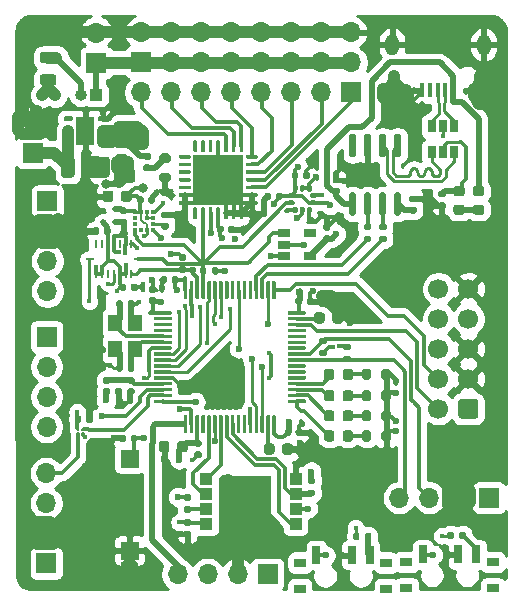
<source format=gbr>
%TF.GenerationSoftware,KiCad,Pcbnew,(5.1.9)-1*%
%TF.CreationDate,2021-10-28T19:53:02+05:30*%
%TF.ProjectId,royal_fc,726f7961-6c5f-4666-932e-6b696361645f,v1.0*%
%TF.SameCoordinates,Original*%
%TF.FileFunction,Copper,L1,Top*%
%TF.FilePolarity,Positive*%
%FSLAX46Y46*%
G04 Gerber Fmt 4.6, Leading zero omitted, Abs format (unit mm)*
G04 Created by KiCad (PCBNEW (5.1.9)-1) date 2021-10-28 19:53:02*
%MOMM*%
%LPD*%
G01*
G04 APERTURE LIST*
%TA.AperFunction,SMDPad,CuDef*%
%ADD10R,0.675000X0.250000*%
%TD*%
%TA.AperFunction,SMDPad,CuDef*%
%ADD11R,0.250000X0.675000*%
%TD*%
%TA.AperFunction,SMDPad,CuDef*%
%ADD12R,0.250000X0.280000*%
%TD*%
%TA.AperFunction,SMDPad,CuDef*%
%ADD13R,0.280000X0.250000*%
%TD*%
%TA.AperFunction,SMDPad,CuDef*%
%ADD14R,3.450000X4.350000*%
%TD*%
%TA.AperFunction,SMDPad,CuDef*%
%ADD15R,1.058000X0.988000*%
%TD*%
%TA.AperFunction,ComponentPad*%
%ADD16O,1.150000X1.800000*%
%TD*%
%TA.AperFunction,ComponentPad*%
%ADD17O,1.450000X2.000000*%
%TD*%
%TA.AperFunction,SMDPad,CuDef*%
%ADD18R,0.450000X1.300000*%
%TD*%
%TA.AperFunction,ComponentPad*%
%ADD19O,1.000000X1.000000*%
%TD*%
%TA.AperFunction,ComponentPad*%
%ADD20R,1.000000X1.000000*%
%TD*%
%TA.AperFunction,ComponentPad*%
%ADD21R,1.700000X1.700000*%
%TD*%
%TA.AperFunction,ComponentPad*%
%ADD22O,1.700000X1.700000*%
%TD*%
%TA.AperFunction,SMDPad,CuDef*%
%ADD23R,1.500000X1.500000*%
%TD*%
%TA.AperFunction,SMDPad,CuDef*%
%ADD24R,1.500000X2.400000*%
%TD*%
%TA.AperFunction,SMDPad,CuDef*%
%ADD25R,1.060000X0.650000*%
%TD*%
%TA.AperFunction,SMDPad,CuDef*%
%ADD26R,0.350000X0.375000*%
%TD*%
%TA.AperFunction,SMDPad,CuDef*%
%ADD27R,0.375000X0.350000*%
%TD*%
%TA.AperFunction,SMDPad,CuDef*%
%ADD28R,0.700000X1.500000*%
%TD*%
%TA.AperFunction,SMDPad,CuDef*%
%ADD29R,1.000000X0.800000*%
%TD*%
%TA.AperFunction,ComponentPad*%
%ADD30C,1.700000*%
%TD*%
%TA.AperFunction,SMDPad,CuDef*%
%ADD31R,0.650000X1.060000*%
%TD*%
%TA.AperFunction,SMDPad,CuDef*%
%ADD32R,4.250000X4.250000*%
%TD*%
%TA.AperFunction,SMDPad,CuDef*%
%ADD33R,1.200000X1.400000*%
%TD*%
%TA.AperFunction,ViaPad*%
%ADD34C,0.400000*%
%TD*%
%TA.AperFunction,ViaPad*%
%ADD35C,0.600000*%
%TD*%
%TA.AperFunction,ViaPad*%
%ADD36C,0.800000*%
%TD*%
%TA.AperFunction,Conductor*%
%ADD37C,0.500000*%
%TD*%
%TA.AperFunction,Conductor*%
%ADD38C,0.300000*%
%TD*%
%TA.AperFunction,Conductor*%
%ADD39C,0.200000*%
%TD*%
%TA.AperFunction,Conductor*%
%ADD40C,0.250000*%
%TD*%
%TA.AperFunction,Conductor*%
%ADD41C,1.000000*%
%TD*%
%TA.AperFunction,Conductor*%
%ADD42C,0.261112*%
%TD*%
%TA.AperFunction,Conductor*%
%ADD43C,0.254000*%
%TD*%
%TA.AperFunction,Conductor*%
%ADD44C,0.100000*%
%TD*%
G04 APERTURE END LIST*
D10*
%TO.P,U6,16*%
%TO.N,INT_ACC*%
X30180000Y-122680000D03*
D11*
%TO.P,U6,15*%
%TO.N,+3V3*%
X30692500Y-123942500D03*
%TO.P,U6,14*%
X31192500Y-123942500D03*
%TO.P,U6,13*%
%TO.N,N/C*%
X31692500Y-123942500D03*
%TO.P,U6,12*%
%TO.N,INT_GYR*%
X32192500Y-123942500D03*
%TO.P,U6,11*%
%TO.N,+3V3*%
X32692500Y-123942500D03*
%TO.P,U6,10*%
X33192500Y-123942500D03*
%TO.P,U6,9*%
%TO.N,I2C1_SDA*%
X33692500Y-123942500D03*
D10*
%TO.P,U6,8*%
%TO.N,I2C1_SCL*%
X34205000Y-122680000D03*
D11*
%TO.P,U6,7*%
%TO.N,+3V3*%
X33692500Y-121417500D03*
%TO.P,U6,6*%
%TO.N,GND*%
X33192500Y-121417500D03*
%TO.P,U6,5*%
%TO.N,N/C*%
X32692500Y-121417500D03*
%TO.P,U6,4*%
%TO.N,GND*%
X32192500Y-121417500D03*
%TO.P,U6,3*%
%TO.N,+3V3*%
X31692500Y-121417500D03*
%TO.P,U6,2*%
%TO.N,N/C*%
X31192500Y-121417500D03*
%TO.P,U6,1*%
X30692500Y-121417500D03*
%TD*%
D12*
%TO.P,IC4,1*%
%TO.N,/UART4_RX_INV*%
X29175000Y-137495000D03*
D13*
%TO.P,IC4,4*%
%TO.N,+3V3*%
X29145000Y-137095000D03*
D12*
%TO.P,IC4,3*%
%TO.N,UART4_RX*%
X29545000Y-137095000D03*
D13*
%TO.P,IC4,2*%
%TO.N,GND*%
X29545000Y-137495000D03*
%TD*%
D14*
%TO.P,IC3,9*%
%TO.N,GND*%
X43810000Y-143120000D03*
D15*
%TO.P,IC3,8*%
%TO.N,+3V3*%
X40035000Y-145055000D03*
%TO.P,IC3,7*%
%TO.N,Net-(IC3-Pad7)*%
X40035000Y-143785000D03*
%TO.P,IC3,6*%
%TO.N,FLASH_SCLK*%
X40035000Y-142515000D03*
%TO.P,IC3,5*%
%TO.N,FLASH_MOSI*%
X40035000Y-141245000D03*
%TO.P,IC3,4*%
%TO.N,GND*%
X47585000Y-141245000D03*
%TO.P,IC3,3*%
%TO.N,FLASH_WP!*%
X47585000Y-142515000D03*
%TO.P,IC3,2*%
%TO.N,FLASH_MISO*%
X47585000Y-143785000D03*
%TO.P,IC3,1*%
%TO.N,FLASH_CS!*%
X47585000Y-145055000D03*
%TD*%
D16*
%TO.P,USB1,6*%
%TO.N,GND*%
X55755000Y-104500000D03*
X63505000Y-104500000D03*
D17*
X55905000Y-108300000D03*
X63355000Y-108300000D03*
D18*
%TO.P,USB1,5*%
X58330000Y-108350000D03*
%TO.P,USB1,4*%
%TO.N,N/C*%
X58980000Y-108350000D03*
%TO.P,USB1,3*%
%TO.N,USB_D+*%
X59630000Y-108350000D03*
%TO.P,USB1,2*%
%TO.N,USB_D-*%
X60280000Y-108350000D03*
%TO.P,USB1,1*%
%TO.N,+5V*%
X60930000Y-108350000D03*
%TD*%
D19*
%TO.P,JP1,2*%
%TO.N,Net-(D6-Pad2)*%
X29440000Y-108770000D03*
D20*
%TO.P,JP1,1*%
%TO.N,Net-(J1-Pad1)*%
X30710000Y-108770000D03*
%TD*%
D21*
%TO.P,VIN1,1*%
%TO.N,VCC*%
X25330000Y-113650000D03*
D22*
%TO.P,VIN1,2*%
%TO.N,GND*%
X25330000Y-111110000D03*
%TD*%
%TO.P,8  7  6,8*%
%TO.N,Net-(J2-Pad8)*%
X34500000Y-108560000D03*
%TO.P,8  7  6,7*%
%TO.N,Net-(J2-Pad7)*%
X37040000Y-108560000D03*
%TO.P,8  7  6,6*%
%TO.N,Net-(J2-Pad6)*%
X39580000Y-108560000D03*
%TO.P,8  7  6,5*%
%TO.N,Net-(J2-Pad5)*%
X42120000Y-108560000D03*
%TO.P,8  7  6,4*%
%TO.N,Net-(J2-Pad4)*%
X44660000Y-108560000D03*
%TO.P,8  7  6,3*%
%TO.N,Net-(J2-Pad3)*%
X47200000Y-108560000D03*
%TO.P,8  7  6,2*%
%TO.N,Net-(J2-Pad2)*%
X49740000Y-108560000D03*
D21*
%TO.P,8  7  6,1*%
%TO.N,Net-(J2-Pad1)*%
X52280000Y-108560000D03*
%TD*%
%TO.P,R16,2*%
%TO.N,+3V3*%
%TA.AperFunction,SMDPad,CuDef*%
G36*
G01*
X40520000Y-123835000D02*
X40520000Y-123465000D01*
G75*
G02*
X40655000Y-123330000I135000J0D01*
G01*
X40925000Y-123330000D01*
G75*
G02*
X41060000Y-123465000I0J-135000D01*
G01*
X41060000Y-123835000D01*
G75*
G02*
X40925000Y-123970000I-135000J0D01*
G01*
X40655000Y-123970000D01*
G75*
G02*
X40520000Y-123835000I0J135000D01*
G01*
G37*
%TD.AperFunction*%
%TO.P,R16,1*%
%TO.N,I2C1_SCL*%
%TA.AperFunction,SMDPad,CuDef*%
G36*
G01*
X39500000Y-123835000D02*
X39500000Y-123465000D01*
G75*
G02*
X39635000Y-123330000I135000J0D01*
G01*
X39905000Y-123330000D01*
G75*
G02*
X40040000Y-123465000I0J-135000D01*
G01*
X40040000Y-123835000D01*
G75*
G02*
X39905000Y-123970000I-135000J0D01*
G01*
X39635000Y-123970000D01*
G75*
G02*
X39500000Y-123835000I0J135000D01*
G01*
G37*
%TD.AperFunction*%
%TD*%
%TO.P,R15,2*%
%TO.N,+3V3*%
%TA.AperFunction,SMDPad,CuDef*%
G36*
G01*
X38215000Y-122810000D02*
X37845000Y-122810000D01*
G75*
G02*
X37710000Y-122675000I0J135000D01*
G01*
X37710000Y-122405000D01*
G75*
G02*
X37845000Y-122270000I135000J0D01*
G01*
X38215000Y-122270000D01*
G75*
G02*
X38350000Y-122405000I0J-135000D01*
G01*
X38350000Y-122675000D01*
G75*
G02*
X38215000Y-122810000I-135000J0D01*
G01*
G37*
%TD.AperFunction*%
%TO.P,R15,1*%
%TO.N,I2C1_SDA*%
%TA.AperFunction,SMDPad,CuDef*%
G36*
G01*
X38215000Y-123830000D02*
X37845000Y-123830000D01*
G75*
G02*
X37710000Y-123695000I0J135000D01*
G01*
X37710000Y-123425000D01*
G75*
G02*
X37845000Y-123290000I135000J0D01*
G01*
X38215000Y-123290000D01*
G75*
G02*
X38350000Y-123425000I0J-135000D01*
G01*
X38350000Y-123695000D01*
G75*
G02*
X38215000Y-123830000I-135000J0D01*
G01*
G37*
%TD.AperFunction*%
%TD*%
%TO.P,R14,2*%
%TO.N,+3V3*%
%TA.AperFunction,SMDPad,CuDef*%
G36*
G01*
X49745000Y-130340000D02*
X50115000Y-130340000D01*
G75*
G02*
X50250000Y-130475000I0J-135000D01*
G01*
X50250000Y-130745000D01*
G75*
G02*
X50115000Y-130880000I-135000J0D01*
G01*
X49745000Y-130880000D01*
G75*
G02*
X49610000Y-130745000I0J135000D01*
G01*
X49610000Y-130475000D01*
G75*
G02*
X49745000Y-130340000I135000J0D01*
G01*
G37*
%TD.AperFunction*%
%TO.P,R14,1*%
%TO.N,I2C3_SCL*%
%TA.AperFunction,SMDPad,CuDef*%
G36*
G01*
X49745000Y-129320000D02*
X50115000Y-129320000D01*
G75*
G02*
X50250000Y-129455000I0J-135000D01*
G01*
X50250000Y-129725000D01*
G75*
G02*
X50115000Y-129860000I-135000J0D01*
G01*
X49745000Y-129860000D01*
G75*
G02*
X49610000Y-129725000I0J135000D01*
G01*
X49610000Y-129455000D01*
G75*
G02*
X49745000Y-129320000I135000J0D01*
G01*
G37*
%TD.AperFunction*%
%TD*%
%TO.P,R13,2*%
%TO.N,+3V3*%
%TA.AperFunction,SMDPad,CuDef*%
G36*
G01*
X52135000Y-130390000D02*
X51765000Y-130390000D01*
G75*
G02*
X51630000Y-130255000I0J135000D01*
G01*
X51630000Y-129985000D01*
G75*
G02*
X51765000Y-129850000I135000J0D01*
G01*
X52135000Y-129850000D01*
G75*
G02*
X52270000Y-129985000I0J-135000D01*
G01*
X52270000Y-130255000D01*
G75*
G02*
X52135000Y-130390000I-135000J0D01*
G01*
G37*
%TD.AperFunction*%
%TO.P,R13,1*%
%TO.N,I2C3_SDA*%
%TA.AperFunction,SMDPad,CuDef*%
G36*
G01*
X52135000Y-131410000D02*
X51765000Y-131410000D01*
G75*
G02*
X51630000Y-131275000I0J135000D01*
G01*
X51630000Y-131005000D01*
G75*
G02*
X51765000Y-130870000I135000J0D01*
G01*
X52135000Y-130870000D01*
G75*
G02*
X52270000Y-131005000I0J-135000D01*
G01*
X52270000Y-131275000D01*
G75*
G02*
X52135000Y-131410000I-135000J0D01*
G01*
G37*
%TD.AperFunction*%
%TD*%
%TO.P,R4,2*%
%TO.N,Net-(R4-Pad2)*%
%TA.AperFunction,SMDPad,CuDef*%
G36*
G01*
X55165000Y-120210000D02*
X54795000Y-120210000D01*
G75*
G02*
X54660000Y-120075000I0J135000D01*
G01*
X54660000Y-119805000D01*
G75*
G02*
X54795000Y-119670000I135000J0D01*
G01*
X55165000Y-119670000D01*
G75*
G02*
X55300000Y-119805000I0J-135000D01*
G01*
X55300000Y-120075000D01*
G75*
G02*
X55165000Y-120210000I-135000J0D01*
G01*
G37*
%TD.AperFunction*%
%TO.P,R4,1*%
%TO.N,USART3_TX*%
%TA.AperFunction,SMDPad,CuDef*%
G36*
G01*
X55165000Y-121230000D02*
X54795000Y-121230000D01*
G75*
G02*
X54660000Y-121095000I0J135000D01*
G01*
X54660000Y-120825000D01*
G75*
G02*
X54795000Y-120690000I135000J0D01*
G01*
X55165000Y-120690000D01*
G75*
G02*
X55300000Y-120825000I0J-135000D01*
G01*
X55300000Y-121095000D01*
G75*
G02*
X55165000Y-121230000I-135000J0D01*
G01*
G37*
%TD.AperFunction*%
%TD*%
%TO.P,R3,2*%
%TO.N,Net-(R3-Pad2)*%
%TA.AperFunction,SMDPad,CuDef*%
G36*
G01*
X53865000Y-120210000D02*
X53495000Y-120210000D01*
G75*
G02*
X53360000Y-120075000I0J135000D01*
G01*
X53360000Y-119805000D01*
G75*
G02*
X53495000Y-119670000I135000J0D01*
G01*
X53865000Y-119670000D01*
G75*
G02*
X54000000Y-119805000I0J-135000D01*
G01*
X54000000Y-120075000D01*
G75*
G02*
X53865000Y-120210000I-135000J0D01*
G01*
G37*
%TD.AperFunction*%
%TO.P,R3,1*%
%TO.N,USART3_RX*%
%TA.AperFunction,SMDPad,CuDef*%
G36*
G01*
X53865000Y-121230000D02*
X53495000Y-121230000D01*
G75*
G02*
X53360000Y-121095000I0J135000D01*
G01*
X53360000Y-120825000D01*
G75*
G02*
X53495000Y-120690000I135000J0D01*
G01*
X53865000Y-120690000D01*
G75*
G02*
X54000000Y-120825000I0J-135000D01*
G01*
X54000000Y-121095000D01*
G75*
G02*
X53865000Y-121230000I-135000J0D01*
G01*
G37*
%TD.AperFunction*%
%TD*%
%TO.P,C24,2*%
%TO.N,GND*%
%TA.AperFunction,SMDPad,CuDef*%
G36*
G01*
X33630000Y-125220000D02*
X33630000Y-124880000D01*
G75*
G02*
X33770000Y-124740000I140000J0D01*
G01*
X34050000Y-124740000D01*
G75*
G02*
X34190000Y-124880000I0J-140000D01*
G01*
X34190000Y-125220000D01*
G75*
G02*
X34050000Y-125360000I-140000J0D01*
G01*
X33770000Y-125360000D01*
G75*
G02*
X33630000Y-125220000I0J140000D01*
G01*
G37*
%TD.AperFunction*%
%TO.P,C24,1*%
%TO.N,+3V3*%
%TA.AperFunction,SMDPad,CuDef*%
G36*
G01*
X32670000Y-125220000D02*
X32670000Y-124880000D01*
G75*
G02*
X32810000Y-124740000I140000J0D01*
G01*
X33090000Y-124740000D01*
G75*
G02*
X33230000Y-124880000I0J-140000D01*
G01*
X33230000Y-125220000D01*
G75*
G02*
X33090000Y-125360000I-140000J0D01*
G01*
X32810000Y-125360000D01*
G75*
G02*
X32670000Y-125220000I0J140000D01*
G01*
G37*
%TD.AperFunction*%
%TD*%
D23*
%TO.P,S3,2*%
%TO.N,GND*%
X33530000Y-147350000D03*
%TO.P,S3,1*%
%TO.N,NRST*%
X33530000Y-139550000D03*
%TD*%
%TO.P,U3,1*%
%TO.N,+3V3*%
%TA.AperFunction,SMDPad,CuDef*%
G36*
G01*
X35560000Y-127285000D02*
X35560000Y-127135000D01*
G75*
G02*
X35635000Y-127060000I75000J0D01*
G01*
X37035000Y-127060000D01*
G75*
G02*
X37110000Y-127135000I0J-75000D01*
G01*
X37110000Y-127285000D01*
G75*
G02*
X37035000Y-127360000I-75000J0D01*
G01*
X35635000Y-127360000D01*
G75*
G02*
X35560000Y-127285000I0J75000D01*
G01*
G37*
%TD.AperFunction*%
%TO.P,U3,2*%
%TO.N,N/C*%
%TA.AperFunction,SMDPad,CuDef*%
G36*
G01*
X35560000Y-127785000D02*
X35560000Y-127635000D01*
G75*
G02*
X35635000Y-127560000I75000J0D01*
G01*
X37035000Y-127560000D01*
G75*
G02*
X37110000Y-127635000I0J-75000D01*
G01*
X37110000Y-127785000D01*
G75*
G02*
X37035000Y-127860000I-75000J0D01*
G01*
X35635000Y-127860000D01*
G75*
G02*
X35560000Y-127785000I0J75000D01*
G01*
G37*
%TD.AperFunction*%
%TO.P,U3,3*%
%TA.AperFunction,SMDPad,CuDef*%
G36*
G01*
X35560000Y-128285000D02*
X35560000Y-128135000D01*
G75*
G02*
X35635000Y-128060000I75000J0D01*
G01*
X37035000Y-128060000D01*
G75*
G02*
X37110000Y-128135000I0J-75000D01*
G01*
X37110000Y-128285000D01*
G75*
G02*
X37035000Y-128360000I-75000J0D01*
G01*
X35635000Y-128360000D01*
G75*
G02*
X35560000Y-128285000I0J75000D01*
G01*
G37*
%TD.AperFunction*%
%TO.P,U3,4*%
%TA.AperFunction,SMDPad,CuDef*%
G36*
G01*
X35560000Y-128785000D02*
X35560000Y-128635000D01*
G75*
G02*
X35635000Y-128560000I75000J0D01*
G01*
X37035000Y-128560000D01*
G75*
G02*
X37110000Y-128635000I0J-75000D01*
G01*
X37110000Y-128785000D01*
G75*
G02*
X37035000Y-128860000I-75000J0D01*
G01*
X35635000Y-128860000D01*
G75*
G02*
X35560000Y-128785000I0J75000D01*
G01*
G37*
%TD.AperFunction*%
%TO.P,U3,5*%
%TO.N,OSC_IN*%
%TA.AperFunction,SMDPad,CuDef*%
G36*
G01*
X35560000Y-129285000D02*
X35560000Y-129135000D01*
G75*
G02*
X35635000Y-129060000I75000J0D01*
G01*
X37035000Y-129060000D01*
G75*
G02*
X37110000Y-129135000I0J-75000D01*
G01*
X37110000Y-129285000D01*
G75*
G02*
X37035000Y-129360000I-75000J0D01*
G01*
X35635000Y-129360000D01*
G75*
G02*
X35560000Y-129285000I0J75000D01*
G01*
G37*
%TD.AperFunction*%
%TO.P,U3,6*%
%TO.N,OSC_OUT*%
%TA.AperFunction,SMDPad,CuDef*%
G36*
G01*
X35560000Y-129785000D02*
X35560000Y-129635000D01*
G75*
G02*
X35635000Y-129560000I75000J0D01*
G01*
X37035000Y-129560000D01*
G75*
G02*
X37110000Y-129635000I0J-75000D01*
G01*
X37110000Y-129785000D01*
G75*
G02*
X37035000Y-129860000I-75000J0D01*
G01*
X35635000Y-129860000D01*
G75*
G02*
X35560000Y-129785000I0J75000D01*
G01*
G37*
%TD.AperFunction*%
%TO.P,U3,7*%
%TO.N,NRST*%
%TA.AperFunction,SMDPad,CuDef*%
G36*
G01*
X35560000Y-130285000D02*
X35560000Y-130135000D01*
G75*
G02*
X35635000Y-130060000I75000J0D01*
G01*
X37035000Y-130060000D01*
G75*
G02*
X37110000Y-130135000I0J-75000D01*
G01*
X37110000Y-130285000D01*
G75*
G02*
X37035000Y-130360000I-75000J0D01*
G01*
X35635000Y-130360000D01*
G75*
G02*
X35560000Y-130285000I0J75000D01*
G01*
G37*
%TD.AperFunction*%
%TO.P,U3,8*%
%TO.N,INT_ACC*%
%TA.AperFunction,SMDPad,CuDef*%
G36*
G01*
X35560000Y-130785000D02*
X35560000Y-130635000D01*
G75*
G02*
X35635000Y-130560000I75000J0D01*
G01*
X37035000Y-130560000D01*
G75*
G02*
X37110000Y-130635000I0J-75000D01*
G01*
X37110000Y-130785000D01*
G75*
G02*
X37035000Y-130860000I-75000J0D01*
G01*
X35635000Y-130860000D01*
G75*
G02*
X35560000Y-130785000I0J75000D01*
G01*
G37*
%TD.AperFunction*%
%TO.P,U3,9*%
%TO.N,INT_GYR*%
%TA.AperFunction,SMDPad,CuDef*%
G36*
G01*
X35560000Y-131285000D02*
X35560000Y-131135000D01*
G75*
G02*
X35635000Y-131060000I75000J0D01*
G01*
X37035000Y-131060000D01*
G75*
G02*
X37110000Y-131135000I0J-75000D01*
G01*
X37110000Y-131285000D01*
G75*
G02*
X37035000Y-131360000I-75000J0D01*
G01*
X35635000Y-131360000D01*
G75*
G02*
X35560000Y-131285000I0J75000D01*
G01*
G37*
%TD.AperFunction*%
%TO.P,U3,10*%
%TO.N,MAGNET_INT*%
%TA.AperFunction,SMDPad,CuDef*%
G36*
G01*
X35560000Y-131785000D02*
X35560000Y-131635000D01*
G75*
G02*
X35635000Y-131560000I75000J0D01*
G01*
X37035000Y-131560000D01*
G75*
G02*
X37110000Y-131635000I0J-75000D01*
G01*
X37110000Y-131785000D01*
G75*
G02*
X37035000Y-131860000I-75000J0D01*
G01*
X35635000Y-131860000D01*
G75*
G02*
X35560000Y-131785000I0J75000D01*
G01*
G37*
%TD.AperFunction*%
%TO.P,U3,11*%
%TO.N,BARO_INT*%
%TA.AperFunction,SMDPad,CuDef*%
G36*
G01*
X35560000Y-132285000D02*
X35560000Y-132135000D01*
G75*
G02*
X35635000Y-132060000I75000J0D01*
G01*
X37035000Y-132060000D01*
G75*
G02*
X37110000Y-132135000I0J-75000D01*
G01*
X37110000Y-132285000D01*
G75*
G02*
X37035000Y-132360000I-75000J0D01*
G01*
X35635000Y-132360000D01*
G75*
G02*
X35560000Y-132285000I0J75000D01*
G01*
G37*
%TD.AperFunction*%
%TO.P,U3,12*%
%TO.N,GND*%
%TA.AperFunction,SMDPad,CuDef*%
G36*
G01*
X35560000Y-132785000D02*
X35560000Y-132635000D01*
G75*
G02*
X35635000Y-132560000I75000J0D01*
G01*
X37035000Y-132560000D01*
G75*
G02*
X37110000Y-132635000I0J-75000D01*
G01*
X37110000Y-132785000D01*
G75*
G02*
X37035000Y-132860000I-75000J0D01*
G01*
X35635000Y-132860000D01*
G75*
G02*
X35560000Y-132785000I0J75000D01*
G01*
G37*
%TD.AperFunction*%
%TO.P,U3,13*%
%TO.N,VDDA*%
%TA.AperFunction,SMDPad,CuDef*%
G36*
G01*
X35560000Y-133285000D02*
X35560000Y-133135000D01*
G75*
G02*
X35635000Y-133060000I75000J0D01*
G01*
X37035000Y-133060000D01*
G75*
G02*
X37110000Y-133135000I0J-75000D01*
G01*
X37110000Y-133285000D01*
G75*
G02*
X37035000Y-133360000I-75000J0D01*
G01*
X35635000Y-133360000D01*
G75*
G02*
X35560000Y-133285000I0J75000D01*
G01*
G37*
%TD.AperFunction*%
%TO.P,U3,14*%
%TO.N,UART4_TX*%
%TA.AperFunction,SMDPad,CuDef*%
G36*
G01*
X35560000Y-133785000D02*
X35560000Y-133635000D01*
G75*
G02*
X35635000Y-133560000I75000J0D01*
G01*
X37035000Y-133560000D01*
G75*
G02*
X37110000Y-133635000I0J-75000D01*
G01*
X37110000Y-133785000D01*
G75*
G02*
X37035000Y-133860000I-75000J0D01*
G01*
X35635000Y-133860000D01*
G75*
G02*
X35560000Y-133785000I0J75000D01*
G01*
G37*
%TD.AperFunction*%
%TO.P,U3,15*%
%TO.N,UART4_RX*%
%TA.AperFunction,SMDPad,CuDef*%
G36*
G01*
X35560000Y-134285000D02*
X35560000Y-134135000D01*
G75*
G02*
X35635000Y-134060000I75000J0D01*
G01*
X37035000Y-134060000D01*
G75*
G02*
X37110000Y-134135000I0J-75000D01*
G01*
X37110000Y-134285000D01*
G75*
G02*
X37035000Y-134360000I-75000J0D01*
G01*
X35635000Y-134360000D01*
G75*
G02*
X35560000Y-134285000I0J75000D01*
G01*
G37*
%TD.AperFunction*%
%TO.P,U3,16*%
%TO.N,USART2_TX*%
%TA.AperFunction,SMDPad,CuDef*%
G36*
G01*
X35560000Y-134785000D02*
X35560000Y-134635000D01*
G75*
G02*
X35635000Y-134560000I75000J0D01*
G01*
X37035000Y-134560000D01*
G75*
G02*
X37110000Y-134635000I0J-75000D01*
G01*
X37110000Y-134785000D01*
G75*
G02*
X37035000Y-134860000I-75000J0D01*
G01*
X35635000Y-134860000D01*
G75*
G02*
X35560000Y-134785000I0J75000D01*
G01*
G37*
%TD.AperFunction*%
%TO.P,U3,17*%
%TO.N,USART2_RX*%
%TA.AperFunction,SMDPad,CuDef*%
G36*
G01*
X38110000Y-137335000D02*
X38110000Y-135935000D01*
G75*
G02*
X38185000Y-135860000I75000J0D01*
G01*
X38335000Y-135860000D01*
G75*
G02*
X38410000Y-135935000I0J-75000D01*
G01*
X38410000Y-137335000D01*
G75*
G02*
X38335000Y-137410000I-75000J0D01*
G01*
X38185000Y-137410000D01*
G75*
G02*
X38110000Y-137335000I0J75000D01*
G01*
G37*
%TD.AperFunction*%
%TO.P,U3,18*%
%TO.N,GND*%
%TA.AperFunction,SMDPad,CuDef*%
G36*
G01*
X38610000Y-137335000D02*
X38610000Y-135935000D01*
G75*
G02*
X38685000Y-135860000I75000J0D01*
G01*
X38835000Y-135860000D01*
G75*
G02*
X38910000Y-135935000I0J-75000D01*
G01*
X38910000Y-137335000D01*
G75*
G02*
X38835000Y-137410000I-75000J0D01*
G01*
X38685000Y-137410000D01*
G75*
G02*
X38610000Y-137335000I0J75000D01*
G01*
G37*
%TD.AperFunction*%
%TO.P,U3,19*%
%TO.N,+3V3*%
%TA.AperFunction,SMDPad,CuDef*%
G36*
G01*
X39110000Y-137335000D02*
X39110000Y-135935000D01*
G75*
G02*
X39185000Y-135860000I75000J0D01*
G01*
X39335000Y-135860000D01*
G75*
G02*
X39410000Y-135935000I0J-75000D01*
G01*
X39410000Y-137335000D01*
G75*
G02*
X39335000Y-137410000I-75000J0D01*
G01*
X39185000Y-137410000D01*
G75*
G02*
X39110000Y-137335000I0J75000D01*
G01*
G37*
%TD.AperFunction*%
%TO.P,U3,20*%
%TO.N,N/C*%
%TA.AperFunction,SMDPad,CuDef*%
G36*
G01*
X39610000Y-137335000D02*
X39610000Y-135935000D01*
G75*
G02*
X39685000Y-135860000I75000J0D01*
G01*
X39835000Y-135860000D01*
G75*
G02*
X39910000Y-135935000I0J-75000D01*
G01*
X39910000Y-137335000D01*
G75*
G02*
X39835000Y-137410000I-75000J0D01*
G01*
X39685000Y-137410000D01*
G75*
G02*
X39610000Y-137335000I0J75000D01*
G01*
G37*
%TD.AperFunction*%
%TO.P,U3,21*%
%TO.N,FLASH_SCLK*%
%TA.AperFunction,SMDPad,CuDef*%
G36*
G01*
X40110000Y-137335000D02*
X40110000Y-135935000D01*
G75*
G02*
X40185000Y-135860000I75000J0D01*
G01*
X40335000Y-135860000D01*
G75*
G02*
X40410000Y-135935000I0J-75000D01*
G01*
X40410000Y-137335000D01*
G75*
G02*
X40335000Y-137410000I-75000J0D01*
G01*
X40185000Y-137410000D01*
G75*
G02*
X40110000Y-137335000I0J75000D01*
G01*
G37*
%TD.AperFunction*%
%TO.P,U3,22*%
%TO.N,FLASH_MISO*%
%TA.AperFunction,SMDPad,CuDef*%
G36*
G01*
X40610000Y-137335000D02*
X40610000Y-135935000D01*
G75*
G02*
X40685000Y-135860000I75000J0D01*
G01*
X40835000Y-135860000D01*
G75*
G02*
X40910000Y-135935000I0J-75000D01*
G01*
X40910000Y-137335000D01*
G75*
G02*
X40835000Y-137410000I-75000J0D01*
G01*
X40685000Y-137410000D01*
G75*
G02*
X40610000Y-137335000I0J75000D01*
G01*
G37*
%TD.AperFunction*%
%TO.P,U3,23*%
%TO.N,FLASH_MOSI*%
%TA.AperFunction,SMDPad,CuDef*%
G36*
G01*
X41110000Y-137335000D02*
X41110000Y-135935000D01*
G75*
G02*
X41185000Y-135860000I75000J0D01*
G01*
X41335000Y-135860000D01*
G75*
G02*
X41410000Y-135935000I0J-75000D01*
G01*
X41410000Y-137335000D01*
G75*
G02*
X41335000Y-137410000I-75000J0D01*
G01*
X41185000Y-137410000D01*
G75*
G02*
X41110000Y-137335000I0J75000D01*
G01*
G37*
%TD.AperFunction*%
%TO.P,U3,24*%
%TO.N,FLASH_CS!*%
%TA.AperFunction,SMDPad,CuDef*%
G36*
G01*
X41610000Y-137335000D02*
X41610000Y-135935000D01*
G75*
G02*
X41685000Y-135860000I75000J0D01*
G01*
X41835000Y-135860000D01*
G75*
G02*
X41910000Y-135935000I0J-75000D01*
G01*
X41910000Y-137335000D01*
G75*
G02*
X41835000Y-137410000I-75000J0D01*
G01*
X41685000Y-137410000D01*
G75*
G02*
X41610000Y-137335000I0J75000D01*
G01*
G37*
%TD.AperFunction*%
%TO.P,U3,25*%
%TO.N,FLASH_WP!*%
%TA.AperFunction,SMDPad,CuDef*%
G36*
G01*
X42110000Y-137335000D02*
X42110000Y-135935000D01*
G75*
G02*
X42185000Y-135860000I75000J0D01*
G01*
X42335000Y-135860000D01*
G75*
G02*
X42410000Y-135935000I0J-75000D01*
G01*
X42410000Y-137335000D01*
G75*
G02*
X42335000Y-137410000I-75000J0D01*
G01*
X42185000Y-137410000D01*
G75*
G02*
X42110000Y-137335000I0J75000D01*
G01*
G37*
%TD.AperFunction*%
%TO.P,U3,26*%
%TO.N,N/C*%
%TA.AperFunction,SMDPad,CuDef*%
G36*
G01*
X42610000Y-137335000D02*
X42610000Y-135935000D01*
G75*
G02*
X42685000Y-135860000I75000J0D01*
G01*
X42835000Y-135860000D01*
G75*
G02*
X42910000Y-135935000I0J-75000D01*
G01*
X42910000Y-137335000D01*
G75*
G02*
X42835000Y-137410000I-75000J0D01*
G01*
X42685000Y-137410000D01*
G75*
G02*
X42610000Y-137335000I0J75000D01*
G01*
G37*
%TD.AperFunction*%
%TO.P,U3,27*%
%TA.AperFunction,SMDPad,CuDef*%
G36*
G01*
X43110000Y-137335000D02*
X43110000Y-135935000D01*
G75*
G02*
X43185000Y-135860000I75000J0D01*
G01*
X43335000Y-135860000D01*
G75*
G02*
X43410000Y-135935000I0J-75000D01*
G01*
X43410000Y-137335000D01*
G75*
G02*
X43335000Y-137410000I-75000J0D01*
G01*
X43185000Y-137410000D01*
G75*
G02*
X43110000Y-137335000I0J75000D01*
G01*
G37*
%TD.AperFunction*%
%TO.P,U3,28*%
%TO.N,BOOT1*%
%TA.AperFunction,SMDPad,CuDef*%
G36*
G01*
X43610000Y-137335000D02*
X43610000Y-135935000D01*
G75*
G02*
X43685000Y-135860000I75000J0D01*
G01*
X43835000Y-135860000D01*
G75*
G02*
X43910000Y-135935000I0J-75000D01*
G01*
X43910000Y-137335000D01*
G75*
G02*
X43835000Y-137410000I-75000J0D01*
G01*
X43685000Y-137410000D01*
G75*
G02*
X43610000Y-137335000I0J75000D01*
G01*
G37*
%TD.AperFunction*%
%TO.P,U3,29*%
%TO.N,TIM2_CH3*%
%TA.AperFunction,SMDPad,CuDef*%
G36*
G01*
X44110000Y-137335000D02*
X44110000Y-135935000D01*
G75*
G02*
X44185000Y-135860000I75000J0D01*
G01*
X44335000Y-135860000D01*
G75*
G02*
X44410000Y-135935000I0J-75000D01*
G01*
X44410000Y-137335000D01*
G75*
G02*
X44335000Y-137410000I-75000J0D01*
G01*
X44185000Y-137410000D01*
G75*
G02*
X44110000Y-137335000I0J75000D01*
G01*
G37*
%TD.AperFunction*%
%TO.P,U3,30*%
%TO.N,TIM2_CH4*%
%TA.AperFunction,SMDPad,CuDef*%
G36*
G01*
X44610000Y-137335000D02*
X44610000Y-135935000D01*
G75*
G02*
X44685000Y-135860000I75000J0D01*
G01*
X44835000Y-135860000D01*
G75*
G02*
X44910000Y-135935000I0J-75000D01*
G01*
X44910000Y-137335000D01*
G75*
G02*
X44835000Y-137410000I-75000J0D01*
G01*
X44685000Y-137410000D01*
G75*
G02*
X44610000Y-137335000I0J75000D01*
G01*
G37*
%TD.AperFunction*%
%TO.P,U3,31*%
%TO.N,Net-(C12-Pad1)*%
%TA.AperFunction,SMDPad,CuDef*%
G36*
G01*
X45110000Y-137335000D02*
X45110000Y-135935000D01*
G75*
G02*
X45185000Y-135860000I75000J0D01*
G01*
X45335000Y-135860000D01*
G75*
G02*
X45410000Y-135935000I0J-75000D01*
G01*
X45410000Y-137335000D01*
G75*
G02*
X45335000Y-137410000I-75000J0D01*
G01*
X45185000Y-137410000D01*
G75*
G02*
X45110000Y-137335000I0J75000D01*
G01*
G37*
%TD.AperFunction*%
%TO.P,U3,32*%
%TO.N,+3V3*%
%TA.AperFunction,SMDPad,CuDef*%
G36*
G01*
X45610000Y-137335000D02*
X45610000Y-135935000D01*
G75*
G02*
X45685000Y-135860000I75000J0D01*
G01*
X45835000Y-135860000D01*
G75*
G02*
X45910000Y-135935000I0J-75000D01*
G01*
X45910000Y-137335000D01*
G75*
G02*
X45835000Y-137410000I-75000J0D01*
G01*
X45685000Y-137410000D01*
G75*
G02*
X45610000Y-137335000I0J75000D01*
G01*
G37*
%TD.AperFunction*%
%TO.P,U3,33*%
%TO.N,LED_A*%
%TA.AperFunction,SMDPad,CuDef*%
G36*
G01*
X46910000Y-134785000D02*
X46910000Y-134635000D01*
G75*
G02*
X46985000Y-134560000I75000J0D01*
G01*
X48385000Y-134560000D01*
G75*
G02*
X48460000Y-134635000I0J-75000D01*
G01*
X48460000Y-134785000D01*
G75*
G02*
X48385000Y-134860000I-75000J0D01*
G01*
X46985000Y-134860000D01*
G75*
G02*
X46910000Y-134785000I0J75000D01*
G01*
G37*
%TD.AperFunction*%
%TO.P,U3,34*%
%TO.N,LED_B*%
%TA.AperFunction,SMDPad,CuDef*%
G36*
G01*
X46910000Y-134285000D02*
X46910000Y-134135000D01*
G75*
G02*
X46985000Y-134060000I75000J0D01*
G01*
X48385000Y-134060000D01*
G75*
G02*
X48460000Y-134135000I0J-75000D01*
G01*
X48460000Y-134285000D01*
G75*
G02*
X48385000Y-134360000I-75000J0D01*
G01*
X46985000Y-134360000D01*
G75*
G02*
X46910000Y-134285000I0J75000D01*
G01*
G37*
%TD.AperFunction*%
%TO.P,U3,35*%
%TO.N,LED_C*%
%TA.AperFunction,SMDPad,CuDef*%
G36*
G01*
X46910000Y-133785000D02*
X46910000Y-133635000D01*
G75*
G02*
X46985000Y-133560000I75000J0D01*
G01*
X48385000Y-133560000D01*
G75*
G02*
X48460000Y-133635000I0J-75000D01*
G01*
X48460000Y-133785000D01*
G75*
G02*
X48385000Y-133860000I-75000J0D01*
G01*
X46985000Y-133860000D01*
G75*
G02*
X46910000Y-133785000I0J75000D01*
G01*
G37*
%TD.AperFunction*%
%TO.P,U3,36*%
%TO.N,LED_D*%
%TA.AperFunction,SMDPad,CuDef*%
G36*
G01*
X46910000Y-133285000D02*
X46910000Y-133135000D01*
G75*
G02*
X46985000Y-133060000I75000J0D01*
G01*
X48385000Y-133060000D01*
G75*
G02*
X48460000Y-133135000I0J-75000D01*
G01*
X48460000Y-133285000D01*
G75*
G02*
X48385000Y-133360000I-75000J0D01*
G01*
X46985000Y-133360000D01*
G75*
G02*
X46910000Y-133285000I0J75000D01*
G01*
G37*
%TD.AperFunction*%
%TO.P,U3,37*%
%TO.N,N/C*%
%TA.AperFunction,SMDPad,CuDef*%
G36*
G01*
X46910000Y-132785000D02*
X46910000Y-132635000D01*
G75*
G02*
X46985000Y-132560000I75000J0D01*
G01*
X48385000Y-132560000D01*
G75*
G02*
X48460000Y-132635000I0J-75000D01*
G01*
X48460000Y-132785000D01*
G75*
G02*
X48385000Y-132860000I-75000J0D01*
G01*
X46985000Y-132860000D01*
G75*
G02*
X46910000Y-132785000I0J75000D01*
G01*
G37*
%TD.AperFunction*%
%TO.P,U3,38*%
%TA.AperFunction,SMDPad,CuDef*%
G36*
G01*
X46910000Y-132285000D02*
X46910000Y-132135000D01*
G75*
G02*
X46985000Y-132060000I75000J0D01*
G01*
X48385000Y-132060000D01*
G75*
G02*
X48460000Y-132135000I0J-75000D01*
G01*
X48460000Y-132285000D01*
G75*
G02*
X48385000Y-132360000I-75000J0D01*
G01*
X46985000Y-132360000D01*
G75*
G02*
X46910000Y-132285000I0J75000D01*
G01*
G37*
%TD.AperFunction*%
%TO.P,U3,39*%
%TA.AperFunction,SMDPad,CuDef*%
G36*
G01*
X46910000Y-131785000D02*
X46910000Y-131635000D01*
G75*
G02*
X46985000Y-131560000I75000J0D01*
G01*
X48385000Y-131560000D01*
G75*
G02*
X48460000Y-131635000I0J-75000D01*
G01*
X48460000Y-131785000D01*
G75*
G02*
X48385000Y-131860000I-75000J0D01*
G01*
X46985000Y-131860000D01*
G75*
G02*
X46910000Y-131785000I0J75000D01*
G01*
G37*
%TD.AperFunction*%
%TO.P,U3,40*%
%TO.N,I2C3_SDA*%
%TA.AperFunction,SMDPad,CuDef*%
G36*
G01*
X46910000Y-131285000D02*
X46910000Y-131135000D01*
G75*
G02*
X46985000Y-131060000I75000J0D01*
G01*
X48385000Y-131060000D01*
G75*
G02*
X48460000Y-131135000I0J-75000D01*
G01*
X48460000Y-131285000D01*
G75*
G02*
X48385000Y-131360000I-75000J0D01*
G01*
X46985000Y-131360000D01*
G75*
G02*
X46910000Y-131285000I0J75000D01*
G01*
G37*
%TD.AperFunction*%
%TO.P,U3,41*%
%TO.N,I2C3_SCL*%
%TA.AperFunction,SMDPad,CuDef*%
G36*
G01*
X46910000Y-130785000D02*
X46910000Y-130635000D01*
G75*
G02*
X46985000Y-130560000I75000J0D01*
G01*
X48385000Y-130560000D01*
G75*
G02*
X48460000Y-130635000I0J-75000D01*
G01*
X48460000Y-130785000D01*
G75*
G02*
X48385000Y-130860000I-75000J0D01*
G01*
X46985000Y-130860000D01*
G75*
G02*
X46910000Y-130785000I0J75000D01*
G01*
G37*
%TD.AperFunction*%
%TO.P,U3,42*%
%TO.N,N/C*%
%TA.AperFunction,SMDPad,CuDef*%
G36*
G01*
X46910000Y-130285000D02*
X46910000Y-130135000D01*
G75*
G02*
X46985000Y-130060000I75000J0D01*
G01*
X48385000Y-130060000D01*
G75*
G02*
X48460000Y-130135000I0J-75000D01*
G01*
X48460000Y-130285000D01*
G75*
G02*
X48385000Y-130360000I-75000J0D01*
G01*
X46985000Y-130360000D01*
G75*
G02*
X46910000Y-130285000I0J75000D01*
G01*
G37*
%TD.AperFunction*%
%TO.P,U3,43*%
%TA.AperFunction,SMDPad,CuDef*%
G36*
G01*
X46910000Y-129785000D02*
X46910000Y-129635000D01*
G75*
G02*
X46985000Y-129560000I75000J0D01*
G01*
X48385000Y-129560000D01*
G75*
G02*
X48460000Y-129635000I0J-75000D01*
G01*
X48460000Y-129785000D01*
G75*
G02*
X48385000Y-129860000I-75000J0D01*
G01*
X46985000Y-129860000D01*
G75*
G02*
X46910000Y-129785000I0J75000D01*
G01*
G37*
%TD.AperFunction*%
%TO.P,U3,44*%
%TA.AperFunction,SMDPad,CuDef*%
G36*
G01*
X46910000Y-129285000D02*
X46910000Y-129135000D01*
G75*
G02*
X46985000Y-129060000I75000J0D01*
G01*
X48385000Y-129060000D01*
G75*
G02*
X48460000Y-129135000I0J-75000D01*
G01*
X48460000Y-129285000D01*
G75*
G02*
X48385000Y-129360000I-75000J0D01*
G01*
X46985000Y-129360000D01*
G75*
G02*
X46910000Y-129285000I0J75000D01*
G01*
G37*
%TD.AperFunction*%
%TO.P,U3,45*%
%TA.AperFunction,SMDPad,CuDef*%
G36*
G01*
X46910000Y-128785000D02*
X46910000Y-128635000D01*
G75*
G02*
X46985000Y-128560000I75000J0D01*
G01*
X48385000Y-128560000D01*
G75*
G02*
X48460000Y-128635000I0J-75000D01*
G01*
X48460000Y-128785000D01*
G75*
G02*
X48385000Y-128860000I-75000J0D01*
G01*
X46985000Y-128860000D01*
G75*
G02*
X46910000Y-128785000I0J75000D01*
G01*
G37*
%TD.AperFunction*%
%TO.P,U3,46*%
%TO.N,SWDIO*%
%TA.AperFunction,SMDPad,CuDef*%
G36*
G01*
X46910000Y-128285000D02*
X46910000Y-128135000D01*
G75*
G02*
X46985000Y-128060000I75000J0D01*
G01*
X48385000Y-128060000D01*
G75*
G02*
X48460000Y-128135000I0J-75000D01*
G01*
X48460000Y-128285000D01*
G75*
G02*
X48385000Y-128360000I-75000J0D01*
G01*
X46985000Y-128360000D01*
G75*
G02*
X46910000Y-128285000I0J75000D01*
G01*
G37*
%TD.AperFunction*%
%TO.P,U3,47*%
%TO.N,Net-(C13-Pad1)*%
%TA.AperFunction,SMDPad,CuDef*%
G36*
G01*
X46910000Y-127785000D02*
X46910000Y-127635000D01*
G75*
G02*
X46985000Y-127560000I75000J0D01*
G01*
X48385000Y-127560000D01*
G75*
G02*
X48460000Y-127635000I0J-75000D01*
G01*
X48460000Y-127785000D01*
G75*
G02*
X48385000Y-127860000I-75000J0D01*
G01*
X46985000Y-127860000D01*
G75*
G02*
X46910000Y-127785000I0J75000D01*
G01*
G37*
%TD.AperFunction*%
%TO.P,U3,48*%
%TO.N,+3V3*%
%TA.AperFunction,SMDPad,CuDef*%
G36*
G01*
X46910000Y-127285000D02*
X46910000Y-127135000D01*
G75*
G02*
X46985000Y-127060000I75000J0D01*
G01*
X48385000Y-127060000D01*
G75*
G02*
X48460000Y-127135000I0J-75000D01*
G01*
X48460000Y-127285000D01*
G75*
G02*
X48385000Y-127360000I-75000J0D01*
G01*
X46985000Y-127360000D01*
G75*
G02*
X46910000Y-127285000I0J75000D01*
G01*
G37*
%TD.AperFunction*%
%TO.P,U3,49*%
%TO.N,SWDCLK*%
%TA.AperFunction,SMDPad,CuDef*%
G36*
G01*
X45610000Y-125985000D02*
X45610000Y-124585000D01*
G75*
G02*
X45685000Y-124510000I75000J0D01*
G01*
X45835000Y-124510000D01*
G75*
G02*
X45910000Y-124585000I0J-75000D01*
G01*
X45910000Y-125985000D01*
G75*
G02*
X45835000Y-126060000I-75000J0D01*
G01*
X45685000Y-126060000D01*
G75*
G02*
X45610000Y-125985000I0J75000D01*
G01*
G37*
%TD.AperFunction*%
%TO.P,U3,50*%
%TO.N,TIM2_CH1*%
%TA.AperFunction,SMDPad,CuDef*%
G36*
G01*
X45110000Y-125985000D02*
X45110000Y-124585000D01*
G75*
G02*
X45185000Y-124510000I75000J0D01*
G01*
X45335000Y-124510000D01*
G75*
G02*
X45410000Y-124585000I0J-75000D01*
G01*
X45410000Y-125985000D01*
G75*
G02*
X45335000Y-126060000I-75000J0D01*
G01*
X45185000Y-126060000D01*
G75*
G02*
X45110000Y-125985000I0J75000D01*
G01*
G37*
%TD.AperFunction*%
%TO.P,U3,51*%
%TO.N,USART3_TX*%
%TA.AperFunction,SMDPad,CuDef*%
G36*
G01*
X44610000Y-125985000D02*
X44610000Y-124585000D01*
G75*
G02*
X44685000Y-124510000I75000J0D01*
G01*
X44835000Y-124510000D01*
G75*
G02*
X44910000Y-124585000I0J-75000D01*
G01*
X44910000Y-125985000D01*
G75*
G02*
X44835000Y-126060000I-75000J0D01*
G01*
X44685000Y-126060000D01*
G75*
G02*
X44610000Y-125985000I0J75000D01*
G01*
G37*
%TD.AperFunction*%
%TO.P,U3,52*%
%TO.N,USART3_RX*%
%TA.AperFunction,SMDPad,CuDef*%
G36*
G01*
X44110000Y-125985000D02*
X44110000Y-124585000D01*
G75*
G02*
X44185000Y-124510000I75000J0D01*
G01*
X44335000Y-124510000D01*
G75*
G02*
X44410000Y-124585000I0J-75000D01*
G01*
X44410000Y-125985000D01*
G75*
G02*
X44335000Y-126060000I-75000J0D01*
G01*
X44185000Y-126060000D01*
G75*
G02*
X44110000Y-125985000I0J75000D01*
G01*
G37*
%TD.AperFunction*%
%TO.P,U3,53*%
%TO.N,N/C*%
%TA.AperFunction,SMDPad,CuDef*%
G36*
G01*
X43610000Y-125985000D02*
X43610000Y-124585000D01*
G75*
G02*
X43685000Y-124510000I75000J0D01*
G01*
X43835000Y-124510000D01*
G75*
G02*
X43910000Y-124585000I0J-75000D01*
G01*
X43910000Y-125985000D01*
G75*
G02*
X43835000Y-126060000I-75000J0D01*
G01*
X43685000Y-126060000D01*
G75*
G02*
X43610000Y-125985000I0J75000D01*
G01*
G37*
%TD.AperFunction*%
%TO.P,U3,54*%
%TA.AperFunction,SMDPad,CuDef*%
G36*
G01*
X43110000Y-125985000D02*
X43110000Y-124585000D01*
G75*
G02*
X43185000Y-124510000I75000J0D01*
G01*
X43335000Y-124510000D01*
G75*
G02*
X43410000Y-124585000I0J-75000D01*
G01*
X43410000Y-125985000D01*
G75*
G02*
X43335000Y-126060000I-75000J0D01*
G01*
X43185000Y-126060000D01*
G75*
G02*
X43110000Y-125985000I0J75000D01*
G01*
G37*
%TD.AperFunction*%
%TO.P,U3,55*%
%TO.N,TIM2_CH2*%
%TA.AperFunction,SMDPad,CuDef*%
G36*
G01*
X42610000Y-125985000D02*
X42610000Y-124585000D01*
G75*
G02*
X42685000Y-124510000I75000J0D01*
G01*
X42835000Y-124510000D01*
G75*
G02*
X42910000Y-124585000I0J-75000D01*
G01*
X42910000Y-125985000D01*
G75*
G02*
X42835000Y-126060000I-75000J0D01*
G01*
X42685000Y-126060000D01*
G75*
G02*
X42610000Y-125985000I0J75000D01*
G01*
G37*
%TD.AperFunction*%
%TO.P,U3,56*%
%TO.N,N/C*%
%TA.AperFunction,SMDPad,CuDef*%
G36*
G01*
X42110000Y-125985000D02*
X42110000Y-124585000D01*
G75*
G02*
X42185000Y-124510000I75000J0D01*
G01*
X42335000Y-124510000D01*
G75*
G02*
X42410000Y-124585000I0J-75000D01*
G01*
X42410000Y-125985000D01*
G75*
G02*
X42335000Y-126060000I-75000J0D01*
G01*
X42185000Y-126060000D01*
G75*
G02*
X42110000Y-125985000I0J75000D01*
G01*
G37*
%TD.AperFunction*%
%TO.P,U3,57*%
%TA.AperFunction,SMDPad,CuDef*%
G36*
G01*
X41610000Y-125985000D02*
X41610000Y-124585000D01*
G75*
G02*
X41685000Y-124510000I75000J0D01*
G01*
X41835000Y-124510000D01*
G75*
G02*
X41910000Y-124585000I0J-75000D01*
G01*
X41910000Y-125985000D01*
G75*
G02*
X41835000Y-126060000I-75000J0D01*
G01*
X41685000Y-126060000D01*
G75*
G02*
X41610000Y-125985000I0J75000D01*
G01*
G37*
%TD.AperFunction*%
%TO.P,U3,58*%
%TO.N,USART1_TX*%
%TA.AperFunction,SMDPad,CuDef*%
G36*
G01*
X41110000Y-125985000D02*
X41110000Y-124585000D01*
G75*
G02*
X41185000Y-124510000I75000J0D01*
G01*
X41335000Y-124510000D01*
G75*
G02*
X41410000Y-124585000I0J-75000D01*
G01*
X41410000Y-125985000D01*
G75*
G02*
X41335000Y-126060000I-75000J0D01*
G01*
X41185000Y-126060000D01*
G75*
G02*
X41110000Y-125985000I0J75000D01*
G01*
G37*
%TD.AperFunction*%
%TO.P,U3,59*%
%TO.N,USART1_RX*%
%TA.AperFunction,SMDPad,CuDef*%
G36*
G01*
X40610000Y-125985000D02*
X40610000Y-124585000D01*
G75*
G02*
X40685000Y-124510000I75000J0D01*
G01*
X40835000Y-124510000D01*
G75*
G02*
X40910000Y-124585000I0J-75000D01*
G01*
X40910000Y-125985000D01*
G75*
G02*
X40835000Y-126060000I-75000J0D01*
G01*
X40685000Y-126060000D01*
G75*
G02*
X40610000Y-125985000I0J75000D01*
G01*
G37*
%TD.AperFunction*%
%TO.P,U3,60*%
%TO.N,BOOT0*%
%TA.AperFunction,SMDPad,CuDef*%
G36*
G01*
X40110000Y-125985000D02*
X40110000Y-124585000D01*
G75*
G02*
X40185000Y-124510000I75000J0D01*
G01*
X40335000Y-124510000D01*
G75*
G02*
X40410000Y-124585000I0J-75000D01*
G01*
X40410000Y-125985000D01*
G75*
G02*
X40335000Y-126060000I-75000J0D01*
G01*
X40185000Y-126060000D01*
G75*
G02*
X40110000Y-125985000I0J75000D01*
G01*
G37*
%TD.AperFunction*%
%TO.P,U3,61*%
%TO.N,I2C1_SCL*%
%TA.AperFunction,SMDPad,CuDef*%
G36*
G01*
X39610000Y-125985000D02*
X39610000Y-124585000D01*
G75*
G02*
X39685000Y-124510000I75000J0D01*
G01*
X39835000Y-124510000D01*
G75*
G02*
X39910000Y-124585000I0J-75000D01*
G01*
X39910000Y-125985000D01*
G75*
G02*
X39835000Y-126060000I-75000J0D01*
G01*
X39685000Y-126060000D01*
G75*
G02*
X39610000Y-125985000I0J75000D01*
G01*
G37*
%TD.AperFunction*%
%TO.P,U3,62*%
%TO.N,I2C1_SDA*%
%TA.AperFunction,SMDPad,CuDef*%
G36*
G01*
X39110000Y-125985000D02*
X39110000Y-124585000D01*
G75*
G02*
X39185000Y-124510000I75000J0D01*
G01*
X39335000Y-124510000D01*
G75*
G02*
X39410000Y-124585000I0J-75000D01*
G01*
X39410000Y-125985000D01*
G75*
G02*
X39335000Y-126060000I-75000J0D01*
G01*
X39185000Y-126060000D01*
G75*
G02*
X39110000Y-125985000I0J75000D01*
G01*
G37*
%TD.AperFunction*%
%TO.P,U3,63*%
%TO.N,GND*%
%TA.AperFunction,SMDPad,CuDef*%
G36*
G01*
X38610000Y-125985000D02*
X38610000Y-124585000D01*
G75*
G02*
X38685000Y-124510000I75000J0D01*
G01*
X38835000Y-124510000D01*
G75*
G02*
X38910000Y-124585000I0J-75000D01*
G01*
X38910000Y-125985000D01*
G75*
G02*
X38835000Y-126060000I-75000J0D01*
G01*
X38685000Y-126060000D01*
G75*
G02*
X38610000Y-125985000I0J75000D01*
G01*
G37*
%TD.AperFunction*%
%TO.P,U3,64*%
%TO.N,+3V3*%
%TA.AperFunction,SMDPad,CuDef*%
G36*
G01*
X38110000Y-125985000D02*
X38110000Y-124585000D01*
G75*
G02*
X38185000Y-124510000I75000J0D01*
G01*
X38335000Y-124510000D01*
G75*
G02*
X38410000Y-124585000I0J-75000D01*
G01*
X38410000Y-125985000D01*
G75*
G02*
X38335000Y-126060000I-75000J0D01*
G01*
X38185000Y-126060000D01*
G75*
G02*
X38110000Y-125985000I0J75000D01*
G01*
G37*
%TD.AperFunction*%
%TD*%
%TO.P,J2,2*%
%TO.N,Net-(F1-Pad2)*%
%TA.AperFunction,SMDPad,CuDef*%
G36*
G01*
X61173750Y-118050000D02*
X61686250Y-118050000D01*
G75*
G02*
X61905000Y-118268750I0J-218750D01*
G01*
X61905000Y-118706250D01*
G75*
G02*
X61686250Y-118925000I-218750J0D01*
G01*
X61173750Y-118925000D01*
G75*
G02*
X60955000Y-118706250I0J218750D01*
G01*
X60955000Y-118268750D01*
G75*
G02*
X61173750Y-118050000I218750J0D01*
G01*
G37*
%TD.AperFunction*%
%TO.P,J2,1*%
%TO.N,Net-(C9-Pad1)*%
%TA.AperFunction,SMDPad,CuDef*%
G36*
G01*
X61173750Y-116475000D02*
X61686250Y-116475000D01*
G75*
G02*
X61905000Y-116693750I0J-218750D01*
G01*
X61905000Y-117131250D01*
G75*
G02*
X61686250Y-117350000I-218750J0D01*
G01*
X61173750Y-117350000D01*
G75*
G02*
X60955000Y-117131250I0J218750D01*
G01*
X60955000Y-116693750D01*
G75*
G02*
X61173750Y-116475000I218750J0D01*
G01*
G37*
%TD.AperFunction*%
%TD*%
%TO.P,F1,2*%
%TO.N,Net-(F1-Pad2)*%
%TA.AperFunction,SMDPad,CuDef*%
G36*
G01*
X62823750Y-118050000D02*
X63336250Y-118050000D01*
G75*
G02*
X63555000Y-118268750I0J-218750D01*
G01*
X63555000Y-118706250D01*
G75*
G02*
X63336250Y-118925000I-218750J0D01*
G01*
X62823750Y-118925000D01*
G75*
G02*
X62605000Y-118706250I0J218750D01*
G01*
X62605000Y-118268750D01*
G75*
G02*
X62823750Y-118050000I218750J0D01*
G01*
G37*
%TD.AperFunction*%
%TO.P,F1,1*%
%TO.N,+5V*%
%TA.AperFunction,SMDPad,CuDef*%
G36*
G01*
X62823750Y-116475000D02*
X63336250Y-116475000D01*
G75*
G02*
X63555000Y-116693750I0J-218750D01*
G01*
X63555000Y-117131250D01*
G75*
G02*
X63336250Y-117350000I-218750J0D01*
G01*
X62823750Y-117350000D01*
G75*
G02*
X62605000Y-117131250I0J218750D01*
G01*
X62605000Y-116693750D01*
G75*
G02*
X62823750Y-116475000I218750J0D01*
G01*
G37*
%TD.AperFunction*%
%TD*%
%TO.P,C1,2*%
%TO.N,GND*%
%TA.AperFunction,SMDPad,CuDef*%
G36*
G01*
X35650000Y-125500000D02*
X35310000Y-125500000D01*
G75*
G02*
X35170000Y-125360000I0J140000D01*
G01*
X35170000Y-125080000D01*
G75*
G02*
X35310000Y-124940000I140000J0D01*
G01*
X35650000Y-124940000D01*
G75*
G02*
X35790000Y-125080000I0J-140000D01*
G01*
X35790000Y-125360000D01*
G75*
G02*
X35650000Y-125500000I-140000J0D01*
G01*
G37*
%TD.AperFunction*%
%TO.P,C1,1*%
%TO.N,+3V3*%
%TA.AperFunction,SMDPad,CuDef*%
G36*
G01*
X35650000Y-126460000D02*
X35310000Y-126460000D01*
G75*
G02*
X35170000Y-126320000I0J140000D01*
G01*
X35170000Y-126040000D01*
G75*
G02*
X35310000Y-125900000I140000J0D01*
G01*
X35650000Y-125900000D01*
G75*
G02*
X35790000Y-126040000I0J-140000D01*
G01*
X35790000Y-126320000D01*
G75*
G02*
X35650000Y-126460000I-140000J0D01*
G01*
G37*
%TD.AperFunction*%
%TD*%
%TO.P,C2,1*%
%TO.N,+3V3*%
%TA.AperFunction,SMDPad,CuDef*%
G36*
G01*
X38455000Y-138300000D02*
X38455000Y-138800000D01*
G75*
G02*
X38230000Y-139025000I-225000J0D01*
G01*
X37780000Y-139025000D01*
G75*
G02*
X37555000Y-138800000I0J225000D01*
G01*
X37555000Y-138300000D01*
G75*
G02*
X37780000Y-138075000I225000J0D01*
G01*
X38230000Y-138075000D01*
G75*
G02*
X38455000Y-138300000I0J-225000D01*
G01*
G37*
%TD.AperFunction*%
%TO.P,C2,2*%
%TO.N,GND*%
%TA.AperFunction,SMDPad,CuDef*%
G36*
G01*
X36905000Y-138300000D02*
X36905000Y-138800000D01*
G75*
G02*
X36680000Y-139025000I-225000J0D01*
G01*
X36230000Y-139025000D01*
G75*
G02*
X36005000Y-138800000I0J225000D01*
G01*
X36005000Y-138300000D01*
G75*
G02*
X36230000Y-138075000I225000J0D01*
G01*
X36680000Y-138075000D01*
G75*
G02*
X36905000Y-138300000I0J-225000D01*
G01*
G37*
%TD.AperFunction*%
%TD*%
%TO.P,C3,1*%
%TO.N,+3V3*%
%TA.AperFunction,SMDPad,CuDef*%
G36*
G01*
X39160000Y-137990000D02*
X39500000Y-137990000D01*
G75*
G02*
X39640000Y-138130000I0J-140000D01*
G01*
X39640000Y-138410000D01*
G75*
G02*
X39500000Y-138550000I-140000J0D01*
G01*
X39160000Y-138550000D01*
G75*
G02*
X39020000Y-138410000I0J140000D01*
G01*
X39020000Y-138130000D01*
G75*
G02*
X39160000Y-137990000I140000J0D01*
G01*
G37*
%TD.AperFunction*%
%TO.P,C3,2*%
%TO.N,GND*%
%TA.AperFunction,SMDPad,CuDef*%
G36*
G01*
X39160000Y-138950000D02*
X39500000Y-138950000D01*
G75*
G02*
X39640000Y-139090000I0J-140000D01*
G01*
X39640000Y-139370000D01*
G75*
G02*
X39500000Y-139510000I-140000J0D01*
G01*
X39160000Y-139510000D01*
G75*
G02*
X39020000Y-139370000I0J140000D01*
G01*
X39020000Y-139090000D01*
G75*
G02*
X39160000Y-138950000I140000J0D01*
G01*
G37*
%TD.AperFunction*%
%TD*%
%TO.P,C4,1*%
%TO.N,+3V3*%
%TA.AperFunction,SMDPad,CuDef*%
G36*
G01*
X46670000Y-137520000D02*
X46670000Y-137180000D01*
G75*
G02*
X46810000Y-137040000I140000J0D01*
G01*
X47090000Y-137040000D01*
G75*
G02*
X47230000Y-137180000I0J-140000D01*
G01*
X47230000Y-137520000D01*
G75*
G02*
X47090000Y-137660000I-140000J0D01*
G01*
X46810000Y-137660000D01*
G75*
G02*
X46670000Y-137520000I0J140000D01*
G01*
G37*
%TD.AperFunction*%
%TO.P,C4,2*%
%TO.N,GND*%
%TA.AperFunction,SMDPad,CuDef*%
G36*
G01*
X47630000Y-137520000D02*
X47630000Y-137180000D01*
G75*
G02*
X47770000Y-137040000I140000J0D01*
G01*
X48050000Y-137040000D01*
G75*
G02*
X48190000Y-137180000I0J-140000D01*
G01*
X48190000Y-137520000D01*
G75*
G02*
X48050000Y-137660000I-140000J0D01*
G01*
X47770000Y-137660000D01*
G75*
G02*
X47630000Y-137520000I0J140000D01*
G01*
G37*
%TD.AperFunction*%
%TD*%
%TO.P,C5,2*%
%TO.N,GND*%
%TA.AperFunction,SMDPad,CuDef*%
G36*
G01*
X48540000Y-126400000D02*
X48540000Y-126060000D01*
G75*
G02*
X48680000Y-125920000I140000J0D01*
G01*
X48960000Y-125920000D01*
G75*
G02*
X49100000Y-126060000I0J-140000D01*
G01*
X49100000Y-126400000D01*
G75*
G02*
X48960000Y-126540000I-140000J0D01*
G01*
X48680000Y-126540000D01*
G75*
G02*
X48540000Y-126400000I0J140000D01*
G01*
G37*
%TD.AperFunction*%
%TO.P,C5,1*%
%TO.N,+3V3*%
%TA.AperFunction,SMDPad,CuDef*%
G36*
G01*
X47580000Y-126400000D02*
X47580000Y-126060000D01*
G75*
G02*
X47720000Y-125920000I140000J0D01*
G01*
X48000000Y-125920000D01*
G75*
G02*
X48140000Y-126060000I0J-140000D01*
G01*
X48140000Y-126400000D01*
G75*
G02*
X48000000Y-126540000I-140000J0D01*
G01*
X47720000Y-126540000D01*
G75*
G02*
X47580000Y-126400000I0J140000D01*
G01*
G37*
%TD.AperFunction*%
%TD*%
%TO.P,C6,1*%
%TO.N,+3V3*%
%TA.AperFunction,SMDPad,CuDef*%
G36*
G01*
X37660000Y-124250000D02*
X37660000Y-124590000D01*
G75*
G02*
X37520000Y-124730000I-140000J0D01*
G01*
X37240000Y-124730000D01*
G75*
G02*
X37100000Y-124590000I0J140000D01*
G01*
X37100000Y-124250000D01*
G75*
G02*
X37240000Y-124110000I140000J0D01*
G01*
X37520000Y-124110000D01*
G75*
G02*
X37660000Y-124250000I0J-140000D01*
G01*
G37*
%TD.AperFunction*%
%TO.P,C6,2*%
%TO.N,GND*%
%TA.AperFunction,SMDPad,CuDef*%
G36*
G01*
X36700000Y-124250000D02*
X36700000Y-124590000D01*
G75*
G02*
X36560000Y-124730000I-140000J0D01*
G01*
X36280000Y-124730000D01*
G75*
G02*
X36140000Y-124590000I0J140000D01*
G01*
X36140000Y-124250000D01*
G75*
G02*
X36280000Y-124110000I140000J0D01*
G01*
X36560000Y-124110000D01*
G75*
G02*
X36700000Y-124250000I0J-140000D01*
G01*
G37*
%TD.AperFunction*%
%TD*%
%TO.P,C8,2*%
%TO.N,GND*%
%TA.AperFunction,SMDPad,CuDef*%
G36*
G01*
X33480000Y-133610000D02*
X33820000Y-133610000D01*
G75*
G02*
X33960000Y-133750000I0J-140000D01*
G01*
X33960000Y-134030000D01*
G75*
G02*
X33820000Y-134170000I-140000J0D01*
G01*
X33480000Y-134170000D01*
G75*
G02*
X33340000Y-134030000I0J140000D01*
G01*
X33340000Y-133750000D01*
G75*
G02*
X33480000Y-133610000I140000J0D01*
G01*
G37*
%TD.AperFunction*%
%TO.P,C8,1*%
%TO.N,VDDA*%
%TA.AperFunction,SMDPad,CuDef*%
G36*
G01*
X33480000Y-132650000D02*
X33820000Y-132650000D01*
G75*
G02*
X33960000Y-132790000I0J-140000D01*
G01*
X33960000Y-133070000D01*
G75*
G02*
X33820000Y-133210000I-140000J0D01*
G01*
X33480000Y-133210000D01*
G75*
G02*
X33340000Y-133070000I0J140000D01*
G01*
X33340000Y-132790000D01*
G75*
G02*
X33480000Y-132650000I140000J0D01*
G01*
G37*
%TD.AperFunction*%
%TD*%
%TO.P,C9,1*%
%TO.N,Net-(C9-Pad1)*%
%TA.AperFunction,SMDPad,CuDef*%
G36*
G01*
X59810000Y-116890000D02*
X60150000Y-116890000D01*
G75*
G02*
X60290000Y-117030000I0J-140000D01*
G01*
X60290000Y-117310000D01*
G75*
G02*
X60150000Y-117450000I-140000J0D01*
G01*
X59810000Y-117450000D01*
G75*
G02*
X59670000Y-117310000I0J140000D01*
G01*
X59670000Y-117030000D01*
G75*
G02*
X59810000Y-116890000I140000J0D01*
G01*
G37*
%TD.AperFunction*%
%TO.P,C9,2*%
%TO.N,GND*%
%TA.AperFunction,SMDPad,CuDef*%
G36*
G01*
X59810000Y-117850000D02*
X60150000Y-117850000D01*
G75*
G02*
X60290000Y-117990000I0J-140000D01*
G01*
X60290000Y-118270000D01*
G75*
G02*
X60150000Y-118410000I-140000J0D01*
G01*
X59810000Y-118410000D01*
G75*
G02*
X59670000Y-118270000I0J140000D01*
G01*
X59670000Y-117990000D01*
G75*
G02*
X59810000Y-117850000I140000J0D01*
G01*
G37*
%TD.AperFunction*%
%TD*%
%TO.P,C10,1*%
%TO.N,+3V3*%
%TA.AperFunction,SMDPad,CuDef*%
G36*
G01*
X32479999Y-112100000D02*
X33780001Y-112100000D01*
G75*
G02*
X34030000Y-112349999I0J-249999D01*
G01*
X34030000Y-113000001D01*
G75*
G02*
X33780001Y-113250000I-249999J0D01*
G01*
X32479999Y-113250000D01*
G75*
G02*
X32230000Y-113000001I0J249999D01*
G01*
X32230000Y-112349999D01*
G75*
G02*
X32479999Y-112100000I249999J0D01*
G01*
G37*
%TD.AperFunction*%
%TO.P,C10,2*%
%TO.N,GND*%
%TA.AperFunction,SMDPad,CuDef*%
G36*
G01*
X32479999Y-115050000D02*
X33780001Y-115050000D01*
G75*
G02*
X34030000Y-115299999I0J-249999D01*
G01*
X34030000Y-115950001D01*
G75*
G02*
X33780001Y-116200000I-249999J0D01*
G01*
X32479999Y-116200000D01*
G75*
G02*
X32230000Y-115950001I0J249999D01*
G01*
X32230000Y-115299999D01*
G75*
G02*
X32479999Y-115050000I249999J0D01*
G01*
G37*
%TD.AperFunction*%
%TD*%
%TO.P,C11,2*%
%TO.N,GND*%
%TA.AperFunction,SMDPad,CuDef*%
G36*
G01*
X30690000Y-115530001D02*
X30690000Y-114229999D01*
G75*
G02*
X30939999Y-113980000I249999J0D01*
G01*
X31590001Y-113980000D01*
G75*
G02*
X31840000Y-114229999I0J-249999D01*
G01*
X31840000Y-115530001D01*
G75*
G02*
X31590001Y-115780000I-249999J0D01*
G01*
X30939999Y-115780000D01*
G75*
G02*
X30690000Y-115530001I0J249999D01*
G01*
G37*
%TD.AperFunction*%
%TO.P,C11,1*%
%TO.N,VCC*%
%TA.AperFunction,SMDPad,CuDef*%
G36*
G01*
X27740000Y-115530001D02*
X27740000Y-114229999D01*
G75*
G02*
X27989999Y-113980000I249999J0D01*
G01*
X28640001Y-113980000D01*
G75*
G02*
X28890000Y-114229999I0J-249999D01*
G01*
X28890000Y-115530001D01*
G75*
G02*
X28640001Y-115780000I-249999J0D01*
G01*
X27989999Y-115780000D01*
G75*
G02*
X27740000Y-115530001I0J249999D01*
G01*
G37*
%TD.AperFunction*%
%TD*%
%TO.P,C12,1*%
%TO.N,Net-(C12-Pad1)*%
%TA.AperFunction,SMDPad,CuDef*%
G36*
G01*
X44905000Y-139000000D02*
X44905000Y-138500000D01*
G75*
G02*
X45130000Y-138275000I225000J0D01*
G01*
X45580000Y-138275000D01*
G75*
G02*
X45805000Y-138500000I0J-225000D01*
G01*
X45805000Y-139000000D01*
G75*
G02*
X45580000Y-139225000I-225000J0D01*
G01*
X45130000Y-139225000D01*
G75*
G02*
X44905000Y-139000000I0J225000D01*
G01*
G37*
%TD.AperFunction*%
%TO.P,C12,2*%
%TO.N,GND*%
%TA.AperFunction,SMDPad,CuDef*%
G36*
G01*
X46455000Y-139000000D02*
X46455000Y-138500000D01*
G75*
G02*
X46680000Y-138275000I225000J0D01*
G01*
X47130000Y-138275000D01*
G75*
G02*
X47355000Y-138500000I0J-225000D01*
G01*
X47355000Y-139000000D01*
G75*
G02*
X47130000Y-139225000I-225000J0D01*
G01*
X46680000Y-139225000D01*
G75*
G02*
X46455000Y-139000000I0J225000D01*
G01*
G37*
%TD.AperFunction*%
%TD*%
%TO.P,C13,2*%
%TO.N,GND*%
%TA.AperFunction,SMDPad,CuDef*%
G36*
G01*
X50705000Y-127900000D02*
X50705000Y-127400000D01*
G75*
G02*
X50930000Y-127175000I225000J0D01*
G01*
X51380000Y-127175000D01*
G75*
G02*
X51605000Y-127400000I0J-225000D01*
G01*
X51605000Y-127900000D01*
G75*
G02*
X51380000Y-128125000I-225000J0D01*
G01*
X50930000Y-128125000D01*
G75*
G02*
X50705000Y-127900000I0J225000D01*
G01*
G37*
%TD.AperFunction*%
%TO.P,C13,1*%
%TO.N,Net-(C13-Pad1)*%
%TA.AperFunction,SMDPad,CuDef*%
G36*
G01*
X49155000Y-127900000D02*
X49155000Y-127400000D01*
G75*
G02*
X49380000Y-127175000I225000J0D01*
G01*
X49830000Y-127175000D01*
G75*
G02*
X50055000Y-127400000I0J-225000D01*
G01*
X50055000Y-127900000D01*
G75*
G02*
X49830000Y-128125000I-225000J0D01*
G01*
X49380000Y-128125000D01*
G75*
G02*
X49155000Y-127900000I0J225000D01*
G01*
G37*
%TD.AperFunction*%
%TD*%
%TO.P,C14,2*%
%TO.N,GND*%
%TA.AperFunction,SMDPad,CuDef*%
G36*
G01*
X51200000Y-116250000D02*
X50860000Y-116250000D01*
G75*
G02*
X50720000Y-116110000I0J140000D01*
G01*
X50720000Y-115830000D01*
G75*
G02*
X50860000Y-115690000I140000J0D01*
G01*
X51200000Y-115690000D01*
G75*
G02*
X51340000Y-115830000I0J-140000D01*
G01*
X51340000Y-116110000D01*
G75*
G02*
X51200000Y-116250000I-140000J0D01*
G01*
G37*
%TD.AperFunction*%
%TO.P,C14,1*%
%TO.N,+5V*%
%TA.AperFunction,SMDPad,CuDef*%
G36*
G01*
X51200000Y-117210000D02*
X50860000Y-117210000D01*
G75*
G02*
X50720000Y-117070000I0J140000D01*
G01*
X50720000Y-116790000D01*
G75*
G02*
X50860000Y-116650000I140000J0D01*
G01*
X51200000Y-116650000D01*
G75*
G02*
X51340000Y-116790000I0J-140000D01*
G01*
X51340000Y-117070000D01*
G75*
G02*
X51200000Y-117210000I-140000J0D01*
G01*
G37*
%TD.AperFunction*%
%TD*%
%TO.P,C15,1*%
%TO.N,Net-(C15-Pad1)*%
%TA.AperFunction,SMDPad,CuDef*%
G36*
G01*
X57700000Y-118810000D02*
X57360000Y-118810000D01*
G75*
G02*
X57220000Y-118670000I0J140000D01*
G01*
X57220000Y-118390000D01*
G75*
G02*
X57360000Y-118250000I140000J0D01*
G01*
X57700000Y-118250000D01*
G75*
G02*
X57840000Y-118390000I0J-140000D01*
G01*
X57840000Y-118670000D01*
G75*
G02*
X57700000Y-118810000I-140000J0D01*
G01*
G37*
%TD.AperFunction*%
%TO.P,C15,2*%
%TO.N,GND*%
%TA.AperFunction,SMDPad,CuDef*%
G36*
G01*
X57700000Y-117850000D02*
X57360000Y-117850000D01*
G75*
G02*
X57220000Y-117710000I0J140000D01*
G01*
X57220000Y-117430000D01*
G75*
G02*
X57360000Y-117290000I140000J0D01*
G01*
X57700000Y-117290000D01*
G75*
G02*
X57840000Y-117430000I0J-140000D01*
G01*
X57840000Y-117710000D01*
G75*
G02*
X57700000Y-117850000I-140000J0D01*
G01*
G37*
%TD.AperFunction*%
%TD*%
%TO.P,C16,2*%
%TO.N,GND*%
%TA.AperFunction,SMDPad,CuDef*%
G36*
G01*
X50400000Y-120250000D02*
X50060000Y-120250000D01*
G75*
G02*
X49920000Y-120110000I0J140000D01*
G01*
X49920000Y-119830000D01*
G75*
G02*
X50060000Y-119690000I140000J0D01*
G01*
X50400000Y-119690000D01*
G75*
G02*
X50540000Y-119830000I0J-140000D01*
G01*
X50540000Y-120110000D01*
G75*
G02*
X50400000Y-120250000I-140000J0D01*
G01*
G37*
%TD.AperFunction*%
%TO.P,C16,1*%
%TO.N,+3V3*%
%TA.AperFunction,SMDPad,CuDef*%
G36*
G01*
X50400000Y-121210000D02*
X50060000Y-121210000D01*
G75*
G02*
X49920000Y-121070000I0J140000D01*
G01*
X49920000Y-120790000D01*
G75*
G02*
X50060000Y-120650000I140000J0D01*
G01*
X50400000Y-120650000D01*
G75*
G02*
X50540000Y-120790000I0J-140000D01*
G01*
X50540000Y-121070000D01*
G75*
G02*
X50400000Y-121210000I-140000J0D01*
G01*
G37*
%TD.AperFunction*%
%TD*%
%TO.P,C17,1*%
%TO.N,+3V3*%
%TA.AperFunction,SMDPad,CuDef*%
G36*
G01*
X38260000Y-144690000D02*
X38600000Y-144690000D01*
G75*
G02*
X38740000Y-144830000I0J-140000D01*
G01*
X38740000Y-145110000D01*
G75*
G02*
X38600000Y-145250000I-140000J0D01*
G01*
X38260000Y-145250000D01*
G75*
G02*
X38120000Y-145110000I0J140000D01*
G01*
X38120000Y-144830000D01*
G75*
G02*
X38260000Y-144690000I140000J0D01*
G01*
G37*
%TD.AperFunction*%
%TO.P,C17,2*%
%TO.N,GND*%
%TA.AperFunction,SMDPad,CuDef*%
G36*
G01*
X38260000Y-145650000D02*
X38600000Y-145650000D01*
G75*
G02*
X38740000Y-145790000I0J-140000D01*
G01*
X38740000Y-146070000D01*
G75*
G02*
X38600000Y-146210000I-140000J0D01*
G01*
X38260000Y-146210000D01*
G75*
G02*
X38120000Y-146070000I0J140000D01*
G01*
X38120000Y-145790000D01*
G75*
G02*
X38260000Y-145650000I140000J0D01*
G01*
G37*
%TD.AperFunction*%
%TD*%
%TO.P,C18,1*%
%TO.N,NRST*%
%TA.AperFunction,SMDPad,CuDef*%
G36*
G01*
X34190000Y-137680000D02*
X34190000Y-138020000D01*
G75*
G02*
X34050000Y-138160000I-140000J0D01*
G01*
X33770000Y-138160000D01*
G75*
G02*
X33630000Y-138020000I0J140000D01*
G01*
X33630000Y-137680000D01*
G75*
G02*
X33770000Y-137540000I140000J0D01*
G01*
X34050000Y-137540000D01*
G75*
G02*
X34190000Y-137680000I0J-140000D01*
G01*
G37*
%TD.AperFunction*%
%TO.P,C18,2*%
%TO.N,GND*%
%TA.AperFunction,SMDPad,CuDef*%
G36*
G01*
X33230000Y-137680000D02*
X33230000Y-138020000D01*
G75*
G02*
X33090000Y-138160000I-140000J0D01*
G01*
X32810000Y-138160000D01*
G75*
G02*
X32670000Y-138020000I0J140000D01*
G01*
X32670000Y-137680000D01*
G75*
G02*
X32810000Y-137540000I140000J0D01*
G01*
X33090000Y-137540000D01*
G75*
G02*
X33230000Y-137680000I0J-140000D01*
G01*
G37*
%TD.AperFunction*%
%TD*%
%TO.P,C19,2*%
%TO.N,GND*%
%TA.AperFunction,SMDPad,CuDef*%
G36*
G01*
X33380000Y-126650000D02*
X33380000Y-126310000D01*
G75*
G02*
X33520000Y-126170000I140000J0D01*
G01*
X33800000Y-126170000D01*
G75*
G02*
X33940000Y-126310000I0J-140000D01*
G01*
X33940000Y-126650000D01*
G75*
G02*
X33800000Y-126790000I-140000J0D01*
G01*
X33520000Y-126790000D01*
G75*
G02*
X33380000Y-126650000I0J140000D01*
G01*
G37*
%TD.AperFunction*%
%TO.P,C19,1*%
%TO.N,OSC_IN*%
%TA.AperFunction,SMDPad,CuDef*%
G36*
G01*
X32420000Y-126650000D02*
X32420000Y-126310000D01*
G75*
G02*
X32560000Y-126170000I140000J0D01*
G01*
X32840000Y-126170000D01*
G75*
G02*
X32980000Y-126310000I0J-140000D01*
G01*
X32980000Y-126650000D01*
G75*
G02*
X32840000Y-126790000I-140000J0D01*
G01*
X32560000Y-126790000D01*
G75*
G02*
X32420000Y-126650000I0J140000D01*
G01*
G37*
%TD.AperFunction*%
%TD*%
%TO.P,C20,2*%
%TO.N,GND*%
%TA.AperFunction,SMDPad,CuDef*%
G36*
G01*
X32980000Y-131710000D02*
X32980000Y-132050000D01*
G75*
G02*
X32840000Y-132190000I-140000J0D01*
G01*
X32560000Y-132190000D01*
G75*
G02*
X32420000Y-132050000I0J140000D01*
G01*
X32420000Y-131710000D01*
G75*
G02*
X32560000Y-131570000I140000J0D01*
G01*
X32840000Y-131570000D01*
G75*
G02*
X32980000Y-131710000I0J-140000D01*
G01*
G37*
%TD.AperFunction*%
%TO.P,C20,1*%
%TO.N,OSC_OUT*%
%TA.AperFunction,SMDPad,CuDef*%
G36*
G01*
X33940000Y-131710000D02*
X33940000Y-132050000D01*
G75*
G02*
X33800000Y-132190000I-140000J0D01*
G01*
X33520000Y-132190000D01*
G75*
G02*
X33380000Y-132050000I0J140000D01*
G01*
X33380000Y-131710000D01*
G75*
G02*
X33520000Y-131570000I140000J0D01*
G01*
X33800000Y-131570000D01*
G75*
G02*
X33940000Y-131710000I0J-140000D01*
G01*
G37*
%TD.AperFunction*%
%TD*%
%TO.P,C21,1*%
%TO.N,+3V3*%
%TA.AperFunction,SMDPad,CuDef*%
G36*
G01*
X46490000Y-117180000D02*
X46490000Y-117520000D01*
G75*
G02*
X46350000Y-117660000I-140000J0D01*
G01*
X46070000Y-117660000D01*
G75*
G02*
X45930000Y-117520000I0J140000D01*
G01*
X45930000Y-117180000D01*
G75*
G02*
X46070000Y-117040000I140000J0D01*
G01*
X46350000Y-117040000D01*
G75*
G02*
X46490000Y-117180000I0J-140000D01*
G01*
G37*
%TD.AperFunction*%
%TO.P,C21,2*%
%TO.N,GND*%
%TA.AperFunction,SMDPad,CuDef*%
G36*
G01*
X45530000Y-117180000D02*
X45530000Y-117520000D01*
G75*
G02*
X45390000Y-117660000I-140000J0D01*
G01*
X45110000Y-117660000D01*
G75*
G02*
X44970000Y-117520000I0J140000D01*
G01*
X44970000Y-117180000D01*
G75*
G02*
X45110000Y-117040000I140000J0D01*
G01*
X45390000Y-117040000D01*
G75*
G02*
X45530000Y-117180000I0J-140000D01*
G01*
G37*
%TD.AperFunction*%
%TD*%
%TO.P,C22,2*%
%TO.N,GND*%
%TA.AperFunction,SMDPad,CuDef*%
G36*
G01*
X48225000Y-115765000D02*
X48225000Y-115425000D01*
G75*
G02*
X48365000Y-115285000I140000J0D01*
G01*
X48645000Y-115285000D01*
G75*
G02*
X48785000Y-115425000I0J-140000D01*
G01*
X48785000Y-115765000D01*
G75*
G02*
X48645000Y-115905000I-140000J0D01*
G01*
X48365000Y-115905000D01*
G75*
G02*
X48225000Y-115765000I0J140000D01*
G01*
G37*
%TD.AperFunction*%
%TO.P,C22,1*%
%TO.N,+3V3*%
%TA.AperFunction,SMDPad,CuDef*%
G36*
G01*
X47265000Y-115765000D02*
X47265000Y-115425000D01*
G75*
G02*
X47405000Y-115285000I140000J0D01*
G01*
X47685000Y-115285000D01*
G75*
G02*
X47825000Y-115425000I0J-140000D01*
G01*
X47825000Y-115765000D01*
G75*
G02*
X47685000Y-115905000I-140000J0D01*
G01*
X47405000Y-115905000D01*
G75*
G02*
X47265000Y-115765000I0J140000D01*
G01*
G37*
%TD.AperFunction*%
%TD*%
%TO.P,C23,1*%
%TO.N,+3V3*%
%TA.AperFunction,SMDPad,CuDef*%
G36*
G01*
X40930000Y-120320000D02*
X40930000Y-119980000D01*
G75*
G02*
X41070000Y-119840000I140000J0D01*
G01*
X41350000Y-119840000D01*
G75*
G02*
X41490000Y-119980000I0J-140000D01*
G01*
X41490000Y-120320000D01*
G75*
G02*
X41350000Y-120460000I-140000J0D01*
G01*
X41070000Y-120460000D01*
G75*
G02*
X40930000Y-120320000I0J140000D01*
G01*
G37*
%TD.AperFunction*%
%TO.P,C23,2*%
%TO.N,GND*%
%TA.AperFunction,SMDPad,CuDef*%
G36*
G01*
X41890000Y-120320000D02*
X41890000Y-119980000D01*
G75*
G02*
X42030000Y-119840000I140000J0D01*
G01*
X42310000Y-119840000D01*
G75*
G02*
X42450000Y-119980000I0J-140000D01*
G01*
X42450000Y-120320000D01*
G75*
G02*
X42310000Y-120460000I-140000J0D01*
G01*
X42030000Y-120460000D01*
G75*
G02*
X41890000Y-120320000I0J140000D01*
G01*
G37*
%TD.AperFunction*%
%TD*%
%TO.P,C25,2*%
%TO.N,GND*%
%TA.AperFunction,SMDPad,CuDef*%
G36*
G01*
X30980000Y-120130000D02*
X30980000Y-120470000D01*
G75*
G02*
X30840000Y-120610000I-140000J0D01*
G01*
X30560000Y-120610000D01*
G75*
G02*
X30420000Y-120470000I0J140000D01*
G01*
X30420000Y-120130000D01*
G75*
G02*
X30560000Y-119990000I140000J0D01*
G01*
X30840000Y-119990000D01*
G75*
G02*
X30980000Y-120130000I0J-140000D01*
G01*
G37*
%TD.AperFunction*%
%TO.P,C25,1*%
%TO.N,+3V3*%
%TA.AperFunction,SMDPad,CuDef*%
G36*
G01*
X31940000Y-120130000D02*
X31940000Y-120470000D01*
G75*
G02*
X31800000Y-120610000I-140000J0D01*
G01*
X31520000Y-120610000D01*
G75*
G02*
X31380000Y-120470000I0J140000D01*
G01*
X31380000Y-120130000D01*
G75*
G02*
X31520000Y-119990000I140000J0D01*
G01*
X31800000Y-119990000D01*
G75*
G02*
X31940000Y-120130000I0J-140000D01*
G01*
G37*
%TD.AperFunction*%
%TD*%
%TO.P,C26,2*%
%TO.N,GND*%
%TA.AperFunction,SMDPad,CuDef*%
G36*
G01*
X29860000Y-136410000D02*
X29860000Y-136070000D01*
G75*
G02*
X30000000Y-135930000I140000J0D01*
G01*
X30280000Y-135930000D01*
G75*
G02*
X30420000Y-136070000I0J-140000D01*
G01*
X30420000Y-136410000D01*
G75*
G02*
X30280000Y-136550000I-140000J0D01*
G01*
X30000000Y-136550000D01*
G75*
G02*
X29860000Y-136410000I0J140000D01*
G01*
G37*
%TD.AperFunction*%
%TO.P,C26,1*%
%TO.N,+3V3*%
%TA.AperFunction,SMDPad,CuDef*%
G36*
G01*
X28900000Y-136410000D02*
X28900000Y-136070000D01*
G75*
G02*
X29040000Y-135930000I140000J0D01*
G01*
X29320000Y-135930000D01*
G75*
G02*
X29460000Y-136070000I0J-140000D01*
G01*
X29460000Y-136410000D01*
G75*
G02*
X29320000Y-136550000I-140000J0D01*
G01*
X29040000Y-136550000D01*
G75*
G02*
X28900000Y-136410000I0J140000D01*
G01*
G37*
%TD.AperFunction*%
%TD*%
%TO.P,C27,2*%
%TO.N,GND*%
%TA.AperFunction,SMDPad,CuDef*%
G36*
G01*
X32155000Y-117100000D02*
X32155000Y-117600000D01*
G75*
G02*
X31930000Y-117825000I-225000J0D01*
G01*
X31480000Y-117825000D01*
G75*
G02*
X31255000Y-117600000I0J225000D01*
G01*
X31255000Y-117100000D01*
G75*
G02*
X31480000Y-116875000I225000J0D01*
G01*
X31930000Y-116875000D01*
G75*
G02*
X32155000Y-117100000I0J-225000D01*
G01*
G37*
%TD.AperFunction*%
%TO.P,C27,1*%
%TO.N,+3V3*%
%TA.AperFunction,SMDPad,CuDef*%
G36*
G01*
X33705000Y-117100000D02*
X33705000Y-117600000D01*
G75*
G02*
X33480000Y-117825000I-225000J0D01*
G01*
X33030000Y-117825000D01*
G75*
G02*
X32805000Y-117600000I0J225000D01*
G01*
X32805000Y-117100000D01*
G75*
G02*
X33030000Y-116875000I225000J0D01*
G01*
X33480000Y-116875000D01*
G75*
G02*
X33705000Y-117100000I0J-225000D01*
G01*
G37*
%TD.AperFunction*%
%TD*%
%TO.P,C28,1*%
%TO.N,+3V3*%
%TA.AperFunction,SMDPad,CuDef*%
G36*
G01*
X34170000Y-117820000D02*
X34170000Y-117480000D01*
G75*
G02*
X34310000Y-117340000I140000J0D01*
G01*
X34590000Y-117340000D01*
G75*
G02*
X34730000Y-117480000I0J-140000D01*
G01*
X34730000Y-117820000D01*
G75*
G02*
X34590000Y-117960000I-140000J0D01*
G01*
X34310000Y-117960000D01*
G75*
G02*
X34170000Y-117820000I0J140000D01*
G01*
G37*
%TD.AperFunction*%
%TO.P,C28,2*%
%TO.N,GND*%
%TA.AperFunction,SMDPad,CuDef*%
G36*
G01*
X35130000Y-117820000D02*
X35130000Y-117480000D01*
G75*
G02*
X35270000Y-117340000I140000J0D01*
G01*
X35550000Y-117340000D01*
G75*
G02*
X35690000Y-117480000I0J-140000D01*
G01*
X35690000Y-117820000D01*
G75*
G02*
X35550000Y-117960000I-140000J0D01*
G01*
X35270000Y-117960000D01*
G75*
G02*
X35130000Y-117820000I0J140000D01*
G01*
G37*
%TD.AperFunction*%
%TD*%
%TO.P,C29,2*%
%TO.N,GND*%
%TA.AperFunction,SMDPad,CuDef*%
G36*
G01*
X32810000Y-119250000D02*
X33150000Y-119250000D01*
G75*
G02*
X33290000Y-119390000I0J-140000D01*
G01*
X33290000Y-119670000D01*
G75*
G02*
X33150000Y-119810000I-140000J0D01*
G01*
X32810000Y-119810000D01*
G75*
G02*
X32670000Y-119670000I0J140000D01*
G01*
X32670000Y-119390000D01*
G75*
G02*
X32810000Y-119250000I140000J0D01*
G01*
G37*
%TD.AperFunction*%
%TO.P,C29,1*%
%TO.N,+3V3*%
%TA.AperFunction,SMDPad,CuDef*%
G36*
G01*
X32810000Y-118290000D02*
X33150000Y-118290000D01*
G75*
G02*
X33290000Y-118430000I0J-140000D01*
G01*
X33290000Y-118710000D01*
G75*
G02*
X33150000Y-118850000I-140000J0D01*
G01*
X32810000Y-118850000D01*
G75*
G02*
X32670000Y-118710000I0J140000D01*
G01*
X32670000Y-118430000D01*
G75*
G02*
X32810000Y-118290000I140000J0D01*
G01*
G37*
%TD.AperFunction*%
%TD*%
%TO.P,C30,1*%
%TO.N,Net-(C30-Pad1)*%
%TA.AperFunction,SMDPad,CuDef*%
G36*
G01*
X36700000Y-120160000D02*
X36360000Y-120160000D01*
G75*
G02*
X36220000Y-120020000I0J140000D01*
G01*
X36220000Y-119740000D01*
G75*
G02*
X36360000Y-119600000I140000J0D01*
G01*
X36700000Y-119600000D01*
G75*
G02*
X36840000Y-119740000I0J-140000D01*
G01*
X36840000Y-120020000D01*
G75*
G02*
X36700000Y-120160000I-140000J0D01*
G01*
G37*
%TD.AperFunction*%
%TO.P,C30,2*%
%TO.N,GND*%
%TA.AperFunction,SMDPad,CuDef*%
G36*
G01*
X36700000Y-119200000D02*
X36360000Y-119200000D01*
G75*
G02*
X36220000Y-119060000I0J140000D01*
G01*
X36220000Y-118780000D01*
G75*
G02*
X36360000Y-118640000I140000J0D01*
G01*
X36700000Y-118640000D01*
G75*
G02*
X36840000Y-118780000I0J-140000D01*
G01*
X36840000Y-119060000D01*
G75*
G02*
X36700000Y-119200000I-140000J0D01*
G01*
G37*
%TD.AperFunction*%
%TD*%
%TO.P,D1,1*%
%TO.N,Net-(D1-Pad1)*%
%TA.AperFunction,SMDPad,CuDef*%
G36*
G01*
X35202500Y-115230000D02*
X34857500Y-115230000D01*
G75*
G02*
X34710000Y-115082500I0J147500D01*
G01*
X34710000Y-114787500D01*
G75*
G02*
X34857500Y-114640000I147500J0D01*
G01*
X35202500Y-114640000D01*
G75*
G02*
X35350000Y-114787500I0J-147500D01*
G01*
X35350000Y-115082500D01*
G75*
G02*
X35202500Y-115230000I-147500J0D01*
G01*
G37*
%TD.AperFunction*%
%TO.P,D1,2*%
%TO.N,+3V3*%
%TA.AperFunction,SMDPad,CuDef*%
G36*
G01*
X35202500Y-114260000D02*
X34857500Y-114260000D01*
G75*
G02*
X34710000Y-114112500I0J147500D01*
G01*
X34710000Y-113817500D01*
G75*
G02*
X34857500Y-113670000I147500J0D01*
G01*
X35202500Y-113670000D01*
G75*
G02*
X35350000Y-113817500I0J-147500D01*
G01*
X35350000Y-114112500D01*
G75*
G02*
X35202500Y-114260000I-147500J0D01*
G01*
G37*
%TD.AperFunction*%
%TD*%
%TO.P,D6,2*%
%TO.N,Net-(D6-Pad2)*%
%TA.AperFunction,SMDPad,CuDef*%
G36*
G01*
X27086250Y-106100000D02*
X26173750Y-106100000D01*
G75*
G02*
X25930000Y-105856250I0J243750D01*
G01*
X25930000Y-105368750D01*
G75*
G02*
X26173750Y-105125000I243750J0D01*
G01*
X27086250Y-105125000D01*
G75*
G02*
X27330000Y-105368750I0J-243750D01*
G01*
X27330000Y-105856250D01*
G75*
G02*
X27086250Y-106100000I-243750J0D01*
G01*
G37*
%TD.AperFunction*%
%TO.P,D6,1*%
%TO.N,VCC*%
%TA.AperFunction,SMDPad,CuDef*%
G36*
G01*
X27086250Y-107975000D02*
X26173750Y-107975000D01*
G75*
G02*
X25930000Y-107731250I0J243750D01*
G01*
X25930000Y-107243750D01*
G75*
G02*
X26173750Y-107000000I243750J0D01*
G01*
X27086250Y-107000000D01*
G75*
G02*
X27330000Y-107243750I0J-243750D01*
G01*
X27330000Y-107731250D01*
G75*
G02*
X27086250Y-107975000I-243750J0D01*
G01*
G37*
%TD.AperFunction*%
%TD*%
%TO.P,FB1,1*%
%TO.N,VDDA*%
%TA.AperFunction,SMDPad,CuDef*%
G36*
G01*
X31397500Y-132630000D02*
X31742500Y-132630000D01*
G75*
G02*
X31890000Y-132777500I0J-147500D01*
G01*
X31890000Y-133072500D01*
G75*
G02*
X31742500Y-133220000I-147500J0D01*
G01*
X31397500Y-133220000D01*
G75*
G02*
X31250000Y-133072500I0J147500D01*
G01*
X31250000Y-132777500D01*
G75*
G02*
X31397500Y-132630000I147500J0D01*
G01*
G37*
%TD.AperFunction*%
%TO.P,FB1,2*%
%TO.N,+3V3*%
%TA.AperFunction,SMDPad,CuDef*%
G36*
G01*
X31397500Y-133600000D02*
X31742500Y-133600000D01*
G75*
G02*
X31890000Y-133747500I0J-147500D01*
G01*
X31890000Y-134042500D01*
G75*
G02*
X31742500Y-134190000I-147500J0D01*
G01*
X31397500Y-134190000D01*
G75*
G02*
X31250000Y-134042500I0J147500D01*
G01*
X31250000Y-133747500D01*
G75*
G02*
X31397500Y-133600000I147500J0D01*
G01*
G37*
%TD.AperFunction*%
%TD*%
D21*
%TO.P,GPS,1*%
%TO.N,+3V3*%
X45210000Y-149350000D03*
D22*
%TO.P,GPS,2*%
%TO.N,GND*%
X42670000Y-149350000D03*
%TO.P,GPS,3*%
%TO.N,USART2_TX*%
X40130000Y-149350000D03*
%TO.P,GPS,4*%
%TO.N,USART2_RX*%
X37590000Y-149350000D03*
%TD*%
D21*
%TO.P,I2C3,1*%
%TO.N,+3V3*%
X63980000Y-142880000D03*
D22*
%TO.P,I2C3,2*%
%TO.N,GND*%
X61440000Y-142880000D03*
%TO.P,I2C3,3*%
%TO.N,I2C3_SCL*%
X58900000Y-142880000D03*
%TO.P,I2C3,4*%
%TO.N,I2C3_SDA*%
X56360000Y-142880000D03*
%TD*%
%TO.P,IC1,1*%
%TO.N,+3V3*%
%TA.AperFunction,SMDPad,CuDef*%
G36*
G01*
X31640000Y-112680000D02*
X31640000Y-112880000D01*
G75*
G02*
X31540000Y-112980000I-100000J0D01*
G01*
X30940000Y-112980000D01*
G75*
G02*
X30840000Y-112880000I0J100000D01*
G01*
X30840000Y-112680000D01*
G75*
G02*
X30940000Y-112580000I100000J0D01*
G01*
X31540000Y-112580000D01*
G75*
G02*
X31640000Y-112680000I0J-100000D01*
G01*
G37*
%TD.AperFunction*%
%TO.P,IC1,2*%
%TA.AperFunction,SMDPad,CuDef*%
G36*
G01*
X31640000Y-111680000D02*
X31640000Y-111880000D01*
G75*
G02*
X31540000Y-111980000I-100000J0D01*
G01*
X30940000Y-111980000D01*
G75*
G02*
X30840000Y-111880000I0J100000D01*
G01*
X30840000Y-111680000D01*
G75*
G02*
X30940000Y-111580000I100000J0D01*
G01*
X31540000Y-111580000D01*
G75*
G02*
X31640000Y-111680000I0J-100000D01*
G01*
G37*
%TD.AperFunction*%
%TO.P,IC1,3*%
%TO.N,GND*%
%TA.AperFunction,SMDPad,CuDef*%
G36*
G01*
X31640000Y-110680000D02*
X31640000Y-110880000D01*
G75*
G02*
X31540000Y-110980000I-100000J0D01*
G01*
X30940000Y-110980000D01*
G75*
G02*
X30840000Y-110880000I0J100000D01*
G01*
X30840000Y-110680000D01*
G75*
G02*
X30940000Y-110580000I100000J0D01*
G01*
X31540000Y-110580000D01*
G75*
G02*
X31640000Y-110680000I0J-100000D01*
G01*
G37*
%TD.AperFunction*%
%TO.P,IC1,4*%
%TO.N,N/C*%
%TA.AperFunction,SMDPad,CuDef*%
G36*
G01*
X28740000Y-110680000D02*
X28740000Y-110880000D01*
G75*
G02*
X28640000Y-110980000I-100000J0D01*
G01*
X28040000Y-110980000D01*
G75*
G02*
X27940000Y-110880000I0J100000D01*
G01*
X27940000Y-110680000D01*
G75*
G02*
X28040000Y-110580000I100000J0D01*
G01*
X28640000Y-110580000D01*
G75*
G02*
X28740000Y-110680000I0J-100000D01*
G01*
G37*
%TD.AperFunction*%
%TO.P,IC1,5*%
%TO.N,VCC*%
%TA.AperFunction,SMDPad,CuDef*%
G36*
G01*
X28740000Y-111680000D02*
X28740000Y-111880000D01*
G75*
G02*
X28640000Y-111980000I-100000J0D01*
G01*
X28040000Y-111980000D01*
G75*
G02*
X27940000Y-111880000I0J100000D01*
G01*
X27940000Y-111680000D01*
G75*
G02*
X28040000Y-111580000I100000J0D01*
G01*
X28640000Y-111580000D01*
G75*
G02*
X28740000Y-111680000I0J-100000D01*
G01*
G37*
%TD.AperFunction*%
%TO.P,IC1,6*%
%TA.AperFunction,SMDPad,CuDef*%
G36*
G01*
X28740000Y-112680000D02*
X28740000Y-112880000D01*
G75*
G02*
X28640000Y-112980000I-100000J0D01*
G01*
X28040000Y-112980000D01*
G75*
G02*
X27940000Y-112880000I0J100000D01*
G01*
X27940000Y-112680000D01*
G75*
G02*
X28040000Y-112580000I100000J0D01*
G01*
X28640000Y-112580000D01*
G75*
G02*
X28740000Y-112680000I0J-100000D01*
G01*
G37*
%TD.AperFunction*%
D24*
%TO.P,IC1,7*%
%TO.N,GND*%
X29790000Y-111780000D03*
%TD*%
D25*
%TO.P,IC2,1*%
%TO.N,I2C1_SCL*%
X46625000Y-120485000D03*
%TO.P,IC2,2*%
%TO.N,GND*%
X46625000Y-121435000D03*
%TO.P,IC2,3*%
%TO.N,I2C1_SDA*%
X46625000Y-122385000D03*
%TO.P,IC2,4*%
%TO.N,+3V3*%
X48825000Y-122385000D03*
%TO.P,IC2,5*%
%TO.N,N/C*%
X48825000Y-120485000D03*
%TD*%
D26*
%TO.P,IC5,2*%
%TO.N,N/C*%
X34520000Y-120172500D03*
%TO.P,IC5,3*%
%TO.N,+3V3*%
X35020000Y-120172500D03*
%TO.P,IC5,9*%
X34520000Y-118647500D03*
%TO.P,IC5,8*%
%TO.N,GND*%
X35020000Y-118647500D03*
%TO.P,IC5,4*%
%TO.N,I2C1_SDA*%
X35520000Y-120172500D03*
%TO.P,IC5,7*%
%TO.N,MAGNET_INT*%
X35520000Y-118647500D03*
%TO.P,IC5,1*%
%TO.N,I2C1_SCL*%
X34020000Y-120172500D03*
%TO.P,IC5,10*%
%TO.N,+3V3*%
X34020000Y-118647500D03*
D27*
%TO.P,IC5,5*%
%TO.N,Net-(C30-Pad1)*%
X35532500Y-119660000D03*
%TO.P,IC5,6*%
%TO.N,GND*%
X35532500Y-119160000D03*
%TO.P,IC5,11*%
%TO.N,N/C*%
X34007500Y-119160000D03*
%TO.P,IC5,12*%
X34007500Y-119660000D03*
%TD*%
D21*
%TO.P,J1,1*%
%TO.N,Net-(J1-Pad1)*%
X30730000Y-106025000D03*
D22*
%TO.P,J1,2*%
%TO.N,GND*%
X30730000Y-103485000D03*
%TD*%
D21*
%TO.P,J3,1*%
%TO.N,Net-(J1-Pad1)*%
X34520001Y-106019999D03*
D22*
%TO.P,J3,2*%
%TO.N,GND*%
X34520001Y-103479999D03*
%TO.P,J3,3*%
%TO.N,Net-(J1-Pad1)*%
X37060001Y-106019999D03*
%TO.P,J3,4*%
%TO.N,GND*%
X37060001Y-103479999D03*
%TO.P,J3,5*%
%TO.N,Net-(J1-Pad1)*%
X39600001Y-106019999D03*
%TO.P,J3,6*%
%TO.N,GND*%
X39600001Y-103479999D03*
%TO.P,J3,7*%
%TO.N,Net-(J1-Pad1)*%
X42140001Y-106019999D03*
%TO.P,J3,8*%
%TO.N,GND*%
X42140001Y-103479999D03*
%TO.P,J3,9*%
%TO.N,Net-(J1-Pad1)*%
X44680001Y-106019999D03*
%TO.P,J3,10*%
%TO.N,GND*%
X44680001Y-103479999D03*
%TO.P,J3,11*%
%TO.N,Net-(J1-Pad1)*%
X47220001Y-106019999D03*
%TO.P,J3,12*%
%TO.N,GND*%
X47220001Y-103479999D03*
%TO.P,J3,13*%
%TO.N,Net-(J1-Pad1)*%
X49760001Y-106019999D03*
%TO.P,J3,14*%
%TO.N,GND*%
X49760001Y-103479999D03*
%TO.P,J3,15*%
%TO.N,Net-(J1-Pad1)*%
X52300001Y-106019999D03*
%TO.P,J3,16*%
%TO.N,GND*%
X52300001Y-103479999D03*
%TD*%
%TO.P,R1,2*%
%TO.N,Net-(D1-Pad1)*%
%TA.AperFunction,SMDPad,CuDef*%
G36*
G01*
X36805000Y-114525000D02*
X36255000Y-114525000D01*
G75*
G02*
X36055000Y-114325000I0J200000D01*
G01*
X36055000Y-113925000D01*
G75*
G02*
X36255000Y-113725000I200000J0D01*
G01*
X36805000Y-113725000D01*
G75*
G02*
X37005000Y-113925000I0J-200000D01*
G01*
X37005000Y-114325000D01*
G75*
G02*
X36805000Y-114525000I-200000J0D01*
G01*
G37*
%TD.AperFunction*%
%TO.P,R1,1*%
%TO.N,GND*%
%TA.AperFunction,SMDPad,CuDef*%
G36*
G01*
X36805000Y-116175000D02*
X36255000Y-116175000D01*
G75*
G02*
X36055000Y-115975000I0J200000D01*
G01*
X36055000Y-115575000D01*
G75*
G02*
X36255000Y-115375000I200000J0D01*
G01*
X36805000Y-115375000D01*
G75*
G02*
X37005000Y-115575000I0J-200000D01*
G01*
X37005000Y-115975000D01*
G75*
G02*
X36805000Y-116175000I-200000J0D01*
G01*
G37*
%TD.AperFunction*%
%TD*%
%TO.P,R2,1*%
%TO.N,BOOT0*%
%TA.AperFunction,SMDPad,CuDef*%
G36*
G01*
X60440000Y-146245000D02*
X60440000Y-145875000D01*
G75*
G02*
X60575000Y-145740000I135000J0D01*
G01*
X60845000Y-145740000D01*
G75*
G02*
X60980000Y-145875000I0J-135000D01*
G01*
X60980000Y-146245000D01*
G75*
G02*
X60845000Y-146380000I-135000J0D01*
G01*
X60575000Y-146380000D01*
G75*
G02*
X60440000Y-146245000I0J135000D01*
G01*
G37*
%TD.AperFunction*%
%TO.P,R2,2*%
%TO.N,Net-(R2-Pad2)*%
%TA.AperFunction,SMDPad,CuDef*%
G36*
G01*
X61460000Y-146245000D02*
X61460000Y-145875000D01*
G75*
G02*
X61595000Y-145740000I135000J0D01*
G01*
X61865000Y-145740000D01*
G75*
G02*
X62000000Y-145875000I0J-135000D01*
G01*
X62000000Y-146245000D01*
G75*
G02*
X61865000Y-146380000I-135000J0D01*
G01*
X61595000Y-146380000D01*
G75*
G02*
X61460000Y-146245000I0J135000D01*
G01*
G37*
%TD.AperFunction*%
%TD*%
%TO.P,R5,1*%
%TO.N,GND*%
%TA.AperFunction,SMDPad,CuDef*%
G36*
G01*
X55655000Y-137365000D02*
X55655000Y-137915000D01*
G75*
G02*
X55455000Y-138115000I-200000J0D01*
G01*
X55055000Y-138115000D01*
G75*
G02*
X54855000Y-137915000I0J200000D01*
G01*
X54855000Y-137365000D01*
G75*
G02*
X55055000Y-137165000I200000J0D01*
G01*
X55455000Y-137165000D01*
G75*
G02*
X55655000Y-137365000I0J-200000D01*
G01*
G37*
%TD.AperFunction*%
%TO.P,R5,2*%
%TO.N,Net-(D2-Pad1)*%
%TA.AperFunction,SMDPad,CuDef*%
G36*
G01*
X54005000Y-137365000D02*
X54005000Y-137915000D01*
G75*
G02*
X53805000Y-138115000I-200000J0D01*
G01*
X53405000Y-138115000D01*
G75*
G02*
X53205000Y-137915000I0J200000D01*
G01*
X53205000Y-137365000D01*
G75*
G02*
X53405000Y-137165000I200000J0D01*
G01*
X53805000Y-137165000D01*
G75*
G02*
X54005000Y-137365000I0J-200000D01*
G01*
G37*
%TD.AperFunction*%
%TD*%
%TO.P,R6,1*%
%TO.N,GND*%
%TA.AperFunction,SMDPad,CuDef*%
G36*
G01*
X55655000Y-135665000D02*
X55655000Y-136215000D01*
G75*
G02*
X55455000Y-136415000I-200000J0D01*
G01*
X55055000Y-136415000D01*
G75*
G02*
X54855000Y-136215000I0J200000D01*
G01*
X54855000Y-135665000D01*
G75*
G02*
X55055000Y-135465000I200000J0D01*
G01*
X55455000Y-135465000D01*
G75*
G02*
X55655000Y-135665000I0J-200000D01*
G01*
G37*
%TD.AperFunction*%
%TO.P,R6,2*%
%TO.N,Net-(D3-Pad1)*%
%TA.AperFunction,SMDPad,CuDef*%
G36*
G01*
X54005000Y-135665000D02*
X54005000Y-136215000D01*
G75*
G02*
X53805000Y-136415000I-200000J0D01*
G01*
X53405000Y-136415000D01*
G75*
G02*
X53205000Y-136215000I0J200000D01*
G01*
X53205000Y-135665000D01*
G75*
G02*
X53405000Y-135465000I200000J0D01*
G01*
X53805000Y-135465000D01*
G75*
G02*
X54005000Y-135665000I0J-200000D01*
G01*
G37*
%TD.AperFunction*%
%TD*%
%TO.P,JP1,2*%
%TO.N,Net-(D4-Pad1)*%
%TA.AperFunction,SMDPad,CuDef*%
G36*
G01*
X54005000Y-133965000D02*
X54005000Y-134515000D01*
G75*
G02*
X53805000Y-134715000I-200000J0D01*
G01*
X53405000Y-134715000D01*
G75*
G02*
X53205000Y-134515000I0J200000D01*
G01*
X53205000Y-133965000D01*
G75*
G02*
X53405000Y-133765000I200000J0D01*
G01*
X53805000Y-133765000D01*
G75*
G02*
X54005000Y-133965000I0J-200000D01*
G01*
G37*
%TD.AperFunction*%
%TO.P,JP1,1*%
%TO.N,GND*%
%TA.AperFunction,SMDPad,CuDef*%
G36*
G01*
X55655000Y-133965000D02*
X55655000Y-134515000D01*
G75*
G02*
X55455000Y-134715000I-200000J0D01*
G01*
X55055000Y-134715000D01*
G75*
G02*
X54855000Y-134515000I0J200000D01*
G01*
X54855000Y-133965000D01*
G75*
G02*
X55055000Y-133765000I200000J0D01*
G01*
X55455000Y-133765000D01*
G75*
G02*
X55655000Y-133965000I0J-200000D01*
G01*
G37*
%TD.AperFunction*%
%TD*%
%TO.P,R8,1*%
%TO.N,GND*%
%TA.AperFunction,SMDPad,CuDef*%
G36*
G01*
X55645000Y-132155000D02*
X55645000Y-132705000D01*
G75*
G02*
X55445000Y-132905000I-200000J0D01*
G01*
X55045000Y-132905000D01*
G75*
G02*
X54845000Y-132705000I0J200000D01*
G01*
X54845000Y-132155000D01*
G75*
G02*
X55045000Y-131955000I200000J0D01*
G01*
X55445000Y-131955000D01*
G75*
G02*
X55645000Y-132155000I0J-200000D01*
G01*
G37*
%TD.AperFunction*%
%TO.P,R8,2*%
%TO.N,Net-(D5-Pad1)*%
%TA.AperFunction,SMDPad,CuDef*%
G36*
G01*
X53995000Y-132155000D02*
X53995000Y-132705000D01*
G75*
G02*
X53795000Y-132905000I-200000J0D01*
G01*
X53395000Y-132905000D01*
G75*
G02*
X53195000Y-132705000I0J200000D01*
G01*
X53195000Y-132155000D01*
G75*
G02*
X53395000Y-131955000I200000J0D01*
G01*
X53795000Y-131955000D01*
G75*
G02*
X53995000Y-132155000I0J-200000D01*
G01*
G37*
%TD.AperFunction*%
%TD*%
%TO.P,R9,2*%
%TO.N,Net-(R9-Pad2)*%
%TA.AperFunction,SMDPad,CuDef*%
G36*
G01*
X53470000Y-146335000D02*
X53470000Y-145965000D01*
G75*
G02*
X53605000Y-145830000I135000J0D01*
G01*
X53875000Y-145830000D01*
G75*
G02*
X54010000Y-145965000I0J-135000D01*
G01*
X54010000Y-146335000D01*
G75*
G02*
X53875000Y-146470000I-135000J0D01*
G01*
X53605000Y-146470000D01*
G75*
G02*
X53470000Y-146335000I0J135000D01*
G01*
G37*
%TD.AperFunction*%
%TO.P,R9,1*%
%TO.N,BOOT1*%
%TA.AperFunction,SMDPad,CuDef*%
G36*
G01*
X52450000Y-146335000D02*
X52450000Y-145965000D01*
G75*
G02*
X52585000Y-145830000I135000J0D01*
G01*
X52855000Y-145830000D01*
G75*
G02*
X52990000Y-145965000I0J-135000D01*
G01*
X52990000Y-146335000D01*
G75*
G02*
X52855000Y-146470000I-135000J0D01*
G01*
X52585000Y-146470000D01*
G75*
G02*
X52450000Y-146335000I0J135000D01*
G01*
G37*
%TD.AperFunction*%
%TD*%
%TO.P,R11,1*%
%TO.N,FLASH_WP!*%
%TA.AperFunction,SMDPad,CuDef*%
G36*
G01*
X49115000Y-142730000D02*
X48745000Y-142730000D01*
G75*
G02*
X48610000Y-142595000I0J135000D01*
G01*
X48610000Y-142325000D01*
G75*
G02*
X48745000Y-142190000I135000J0D01*
G01*
X49115000Y-142190000D01*
G75*
G02*
X49250000Y-142325000I0J-135000D01*
G01*
X49250000Y-142595000D01*
G75*
G02*
X49115000Y-142730000I-135000J0D01*
G01*
G37*
%TD.AperFunction*%
%TO.P,R11,2*%
%TO.N,+3V3*%
%TA.AperFunction,SMDPad,CuDef*%
G36*
G01*
X49115000Y-141710000D02*
X48745000Y-141710000D01*
G75*
G02*
X48610000Y-141575000I0J135000D01*
G01*
X48610000Y-141305000D01*
G75*
G02*
X48745000Y-141170000I135000J0D01*
G01*
X49115000Y-141170000D01*
G75*
G02*
X49250000Y-141305000I0J-135000D01*
G01*
X49250000Y-141575000D01*
G75*
G02*
X49115000Y-141710000I-135000J0D01*
G01*
G37*
%TD.AperFunction*%
%TD*%
%TO.P,R12,2*%
%TO.N,Net-(IC3-Pad7)*%
%TA.AperFunction,SMDPad,CuDef*%
G36*
G01*
X38245000Y-143590000D02*
X38615000Y-143590000D01*
G75*
G02*
X38750000Y-143725000I0J-135000D01*
G01*
X38750000Y-143995000D01*
G75*
G02*
X38615000Y-144130000I-135000J0D01*
G01*
X38245000Y-144130000D01*
G75*
G02*
X38110000Y-143995000I0J135000D01*
G01*
X38110000Y-143725000D01*
G75*
G02*
X38245000Y-143590000I135000J0D01*
G01*
G37*
%TD.AperFunction*%
%TO.P,R12,1*%
%TO.N,+3V3*%
%TA.AperFunction,SMDPad,CuDef*%
G36*
G01*
X38245000Y-142570000D02*
X38615000Y-142570000D01*
G75*
G02*
X38750000Y-142705000I0J-135000D01*
G01*
X38750000Y-142975000D01*
G75*
G02*
X38615000Y-143110000I-135000J0D01*
G01*
X38245000Y-143110000D01*
G75*
G02*
X38110000Y-142975000I0J135000D01*
G01*
X38110000Y-142705000D01*
G75*
G02*
X38245000Y-142570000I135000J0D01*
G01*
G37*
%TD.AperFunction*%
%TD*%
D21*
%TO.P,RC,1*%
%TO.N,TIM2_CH1*%
X26500000Y-129240000D03*
D22*
%TO.P,RC,2*%
%TO.N,TIM2_CH2*%
X26500000Y-131780000D03*
%TO.P,RC,3*%
%TO.N,TIM2_CH3*%
X26500000Y-134320000D03*
%TO.P,RC,4*%
%TO.N,TIM2_CH4*%
X26500000Y-136860000D03*
%TD*%
D28*
%TO.P,S1,1*%
%TO.N,+3V3*%
X58375000Y-147675000D03*
%TO.P,S1,2*%
%TO.N,GND*%
X61375000Y-147675000D03*
%TO.P,S1,3*%
%TO.N,Net-(R2-Pad2)*%
X62875000Y-147675000D03*
D29*
%TO.P,S1,*%
%TO.N,*%
X56975000Y-150535000D03*
X64275000Y-150535000D03*
X64275000Y-148325000D03*
X56975000Y-148325000D03*
%TD*%
%TO.P,S2,*%
%TO.N,*%
X47950000Y-148370000D03*
X55250000Y-148370000D03*
X55250000Y-150580000D03*
X47950000Y-150580000D03*
D28*
%TO.P,S2,3*%
%TO.N,Net-(R9-Pad2)*%
X53850000Y-147720000D03*
%TO.P,S2,2*%
%TO.N,GND*%
X52350000Y-147720000D03*
%TO.P,S2,1*%
%TO.N,+3V3*%
X49350000Y-147720000D03*
%TD*%
D21*
%TO.P,SBUS,1*%
%TO.N,+3V3*%
X26470000Y-148420000D03*
D22*
%TO.P,SBUS,2*%
%TO.N,GND*%
X26470000Y-145880000D03*
%TO.P,SBUS,3*%
%TO.N,UART4_TX*%
X26470000Y-143340000D03*
%TO.P,SBUS,4*%
%TO.N,/UART4_RX_INV*%
X26470000Y-140800000D03*
%TD*%
%TO.P,SWD1,1*%
%TO.N,+3V3*%
%TA.AperFunction,ComponentPad*%
G36*
G01*
X63070000Y-134740000D02*
X63070000Y-135940000D01*
G75*
G02*
X62820000Y-136190000I-250000J0D01*
G01*
X61620000Y-136190000D01*
G75*
G02*
X61370000Y-135940000I0J250000D01*
G01*
X61370000Y-134740000D01*
G75*
G02*
X61620000Y-134490000I250000J0D01*
G01*
X62820000Y-134490000D01*
G75*
G02*
X63070000Y-134740000I0J-250000D01*
G01*
G37*
%TD.AperFunction*%
D30*
%TO.P,SWD1,3*%
%TO.N,GND*%
X62220000Y-132800000D03*
%TO.P,SWD1,5*%
X62220000Y-130260000D03*
%TO.P,SWD1,7*%
%TO.N,N/C*%
X62220000Y-127720000D03*
%TO.P,SWD1,9*%
%TO.N,GND*%
X62220000Y-125180000D03*
%TO.P,SWD1,2*%
%TO.N,SWDIO*%
X59680000Y-135340000D03*
%TO.P,SWD1,4*%
%TO.N,SWDCLK*%
X59680000Y-132800000D03*
%TO.P,SWD1,6*%
%TO.N,N/C*%
X59680000Y-130260000D03*
%TO.P,SWD1,8*%
X59680000Y-127720000D03*
%TO.P,SWD1,10*%
%TO.N,NRST*%
X59680000Y-125180000D03*
%TD*%
D22*
%TO.P,TELEM,4*%
%TO.N,USART1_RX*%
X26570000Y-125370000D03*
%TO.P,TELEM,3*%
%TO.N,USART1_TX*%
X26570000Y-122830000D03*
%TO.P,TELEM,2*%
%TO.N,GND*%
X26570000Y-120290000D03*
D21*
%TO.P,TELEM,1*%
%TO.N,+3V3*%
X26570000Y-117750000D03*
%TD*%
D31*
%TO.P,U1,1*%
%TO.N,USB_D-*%
X61000000Y-111405000D03*
%TO.P,U1,2*%
%TO.N,GND*%
X60050000Y-111405000D03*
%TO.P,U1,3*%
%TO.N,USB_D+*%
X59100000Y-111405000D03*
%TO.P,U1,4*%
%TO.N,USB_OUT_D+*%
X59100000Y-113605000D03*
%TO.P,U1,6*%
%TO.N,USB_OUT_D-*%
X61000000Y-113605000D03*
%TO.P,U1,5*%
%TO.N,Net-(C9-Pad1)*%
X60050000Y-113605000D03*
%TD*%
%TO.P,U2,1*%
%TO.N,USB_OUT_D+*%
%TA.AperFunction,SMDPad,CuDef*%
G36*
G01*
X56080000Y-112075000D02*
X56380000Y-112075000D01*
G75*
G02*
X56530000Y-112225000I0J-150000D01*
G01*
X56530000Y-113875000D01*
G75*
G02*
X56380000Y-114025000I-150000J0D01*
G01*
X56080000Y-114025000D01*
G75*
G02*
X55930000Y-113875000I0J150000D01*
G01*
X55930000Y-112225000D01*
G75*
G02*
X56080000Y-112075000I150000J0D01*
G01*
G37*
%TD.AperFunction*%
%TO.P,U2,2*%
%TO.N,USB_OUT_D-*%
%TA.AperFunction,SMDPad,CuDef*%
G36*
G01*
X54810000Y-112075000D02*
X55110000Y-112075000D01*
G75*
G02*
X55260000Y-112225000I0J-150000D01*
G01*
X55260000Y-113875000D01*
G75*
G02*
X55110000Y-114025000I-150000J0D01*
G01*
X54810000Y-114025000D01*
G75*
G02*
X54660000Y-113875000I0J150000D01*
G01*
X54660000Y-112225000D01*
G75*
G02*
X54810000Y-112075000I150000J0D01*
G01*
G37*
%TD.AperFunction*%
%TO.P,U2,3*%
%TO.N,GND*%
%TA.AperFunction,SMDPad,CuDef*%
G36*
G01*
X53540000Y-112075000D02*
X53840000Y-112075000D01*
G75*
G02*
X53990000Y-112225000I0J-150000D01*
G01*
X53990000Y-113875000D01*
G75*
G02*
X53840000Y-114025000I-150000J0D01*
G01*
X53540000Y-114025000D01*
G75*
G02*
X53390000Y-113875000I0J150000D01*
G01*
X53390000Y-112225000D01*
G75*
G02*
X53540000Y-112075000I150000J0D01*
G01*
G37*
%TD.AperFunction*%
%TO.P,U2,4*%
%TO.N,N/C*%
%TA.AperFunction,SMDPad,CuDef*%
G36*
G01*
X52270000Y-112075000D02*
X52570000Y-112075000D01*
G75*
G02*
X52720000Y-112225000I0J-150000D01*
G01*
X52720000Y-113875000D01*
G75*
G02*
X52570000Y-114025000I-150000J0D01*
G01*
X52270000Y-114025000D01*
G75*
G02*
X52120000Y-113875000I0J150000D01*
G01*
X52120000Y-112225000D01*
G75*
G02*
X52270000Y-112075000I150000J0D01*
G01*
G37*
%TD.AperFunction*%
%TO.P,U2,5*%
%TO.N,+5V*%
%TA.AperFunction,SMDPad,CuDef*%
G36*
G01*
X52270000Y-117025000D02*
X52570000Y-117025000D01*
G75*
G02*
X52720000Y-117175000I0J-150000D01*
G01*
X52720000Y-118825000D01*
G75*
G02*
X52570000Y-118975000I-150000J0D01*
G01*
X52270000Y-118975000D01*
G75*
G02*
X52120000Y-118825000I0J150000D01*
G01*
X52120000Y-117175000D01*
G75*
G02*
X52270000Y-117025000I150000J0D01*
G01*
G37*
%TD.AperFunction*%
%TO.P,U2,6*%
%TO.N,Net-(R3-Pad2)*%
%TA.AperFunction,SMDPad,CuDef*%
G36*
G01*
X53540000Y-117025000D02*
X53840000Y-117025000D01*
G75*
G02*
X53990000Y-117175000I0J-150000D01*
G01*
X53990000Y-118825000D01*
G75*
G02*
X53840000Y-118975000I-150000J0D01*
G01*
X53540000Y-118975000D01*
G75*
G02*
X53390000Y-118825000I0J150000D01*
G01*
X53390000Y-117175000D01*
G75*
G02*
X53540000Y-117025000I150000J0D01*
G01*
G37*
%TD.AperFunction*%
%TO.P,U2,7*%
%TO.N,Net-(R4-Pad2)*%
%TA.AperFunction,SMDPad,CuDef*%
G36*
G01*
X54810000Y-117025000D02*
X55110000Y-117025000D01*
G75*
G02*
X55260000Y-117175000I0J-150000D01*
G01*
X55260000Y-118825000D01*
G75*
G02*
X55110000Y-118975000I-150000J0D01*
G01*
X54810000Y-118975000D01*
G75*
G02*
X54660000Y-118825000I0J150000D01*
G01*
X54660000Y-117175000D01*
G75*
G02*
X54810000Y-117025000I150000J0D01*
G01*
G37*
%TD.AperFunction*%
%TO.P,U2,8*%
%TO.N,Net-(C15-Pad1)*%
%TA.AperFunction,SMDPad,CuDef*%
G36*
G01*
X56080000Y-117025000D02*
X56380000Y-117025000D01*
G75*
G02*
X56530000Y-117175000I0J-150000D01*
G01*
X56530000Y-118825000D01*
G75*
G02*
X56380000Y-118975000I-150000J0D01*
G01*
X56080000Y-118975000D01*
G75*
G02*
X55930000Y-118825000I0J150000D01*
G01*
X55930000Y-117175000D01*
G75*
G02*
X56080000Y-117025000I150000J0D01*
G01*
G37*
%TD.AperFunction*%
%TD*%
%TO.P,U4,1*%
%TO.N,+3V3*%
%TA.AperFunction,SMDPad,CuDef*%
G36*
G01*
X46950000Y-117395000D02*
X46950000Y-117195000D01*
G75*
G02*
X47050000Y-117095000I100000J0D01*
G01*
X47400000Y-117095000D01*
G75*
G02*
X47500000Y-117195000I0J-100000D01*
G01*
X47500000Y-117395000D01*
G75*
G02*
X47400000Y-117495000I-100000J0D01*
G01*
X47050000Y-117495000D01*
G75*
G02*
X46950000Y-117395000I0J100000D01*
G01*
G37*
%TD.AperFunction*%
%TO.P,U4,2*%
%TO.N,I2C1_SCL*%
%TA.AperFunction,SMDPad,CuDef*%
G36*
G01*
X46950000Y-117995000D02*
X46950000Y-117795000D01*
G75*
G02*
X47050000Y-117695000I100000J0D01*
G01*
X47400000Y-117695000D01*
G75*
G02*
X47500000Y-117795000I0J-100000D01*
G01*
X47500000Y-117995000D01*
G75*
G02*
X47400000Y-118095000I-100000J0D01*
G01*
X47050000Y-118095000D01*
G75*
G02*
X46950000Y-117995000I0J100000D01*
G01*
G37*
%TD.AperFunction*%
%TO.P,U4,3*%
%TO.N,GND*%
%TA.AperFunction,SMDPad,CuDef*%
G36*
G01*
X47350000Y-118695000D02*
X47350000Y-118345000D01*
G75*
G02*
X47450000Y-118245000I100000J0D01*
G01*
X47650000Y-118245000D01*
G75*
G02*
X47750000Y-118345000I0J-100000D01*
G01*
X47750000Y-118695000D01*
G75*
G02*
X47650000Y-118795000I-100000J0D01*
G01*
X47450000Y-118795000D01*
G75*
G02*
X47350000Y-118695000I0J100000D01*
G01*
G37*
%TD.AperFunction*%
%TO.P,U4,4*%
%TO.N,I2C1_SDA*%
%TA.AperFunction,SMDPad,CuDef*%
G36*
G01*
X47950000Y-118695000D02*
X47950000Y-118345000D01*
G75*
G02*
X48050000Y-118245000I100000J0D01*
G01*
X48250000Y-118245000D01*
G75*
G02*
X48350000Y-118345000I0J-100000D01*
G01*
X48350000Y-118695000D01*
G75*
G02*
X48250000Y-118795000I-100000J0D01*
G01*
X48050000Y-118795000D01*
G75*
G02*
X47950000Y-118695000I0J100000D01*
G01*
G37*
%TD.AperFunction*%
%TO.P,U4,5*%
%TO.N,GND*%
%TA.AperFunction,SMDPad,CuDef*%
G36*
G01*
X48550000Y-118695000D02*
X48550000Y-118345000D01*
G75*
G02*
X48650000Y-118245000I100000J0D01*
G01*
X48850000Y-118245000D01*
G75*
G02*
X48950000Y-118345000I0J-100000D01*
G01*
X48950000Y-118695000D01*
G75*
G02*
X48850000Y-118795000I-100000J0D01*
G01*
X48650000Y-118795000D01*
G75*
G02*
X48550000Y-118695000I0J100000D01*
G01*
G37*
%TD.AperFunction*%
%TO.P,U4,6*%
%TO.N,+3V3*%
%TA.AperFunction,SMDPad,CuDef*%
G36*
G01*
X48800000Y-117995000D02*
X48800000Y-117795000D01*
G75*
G02*
X48900000Y-117695000I100000J0D01*
G01*
X49250000Y-117695000D01*
G75*
G02*
X49350000Y-117795000I0J-100000D01*
G01*
X49350000Y-117995000D01*
G75*
G02*
X49250000Y-118095000I-100000J0D01*
G01*
X48900000Y-118095000D01*
G75*
G02*
X48800000Y-117995000I0J100000D01*
G01*
G37*
%TD.AperFunction*%
%TO.P,U4,7*%
%TO.N,BARO_INT*%
%TA.AperFunction,SMDPad,CuDef*%
G36*
G01*
X48800000Y-117395000D02*
X48800000Y-117195000D01*
G75*
G02*
X48900000Y-117095000I100000J0D01*
G01*
X49250000Y-117095000D01*
G75*
G02*
X49350000Y-117195000I0J-100000D01*
G01*
X49350000Y-117395000D01*
G75*
G02*
X49250000Y-117495000I-100000J0D01*
G01*
X48900000Y-117495000D01*
G75*
G02*
X48800000Y-117395000I0J100000D01*
G01*
G37*
%TD.AperFunction*%
%TO.P,U4,8*%
%TO.N,GND*%
%TA.AperFunction,SMDPad,CuDef*%
G36*
G01*
X48550000Y-116845000D02*
X48550000Y-116495000D01*
G75*
G02*
X48650000Y-116395000I100000J0D01*
G01*
X48850000Y-116395000D01*
G75*
G02*
X48950000Y-116495000I0J-100000D01*
G01*
X48950000Y-116845000D01*
G75*
G02*
X48850000Y-116945000I-100000J0D01*
G01*
X48650000Y-116945000D01*
G75*
G02*
X48550000Y-116845000I0J100000D01*
G01*
G37*
%TD.AperFunction*%
%TO.P,U4,9*%
%TA.AperFunction,SMDPad,CuDef*%
G36*
G01*
X47950000Y-116845000D02*
X47950000Y-116495000D01*
G75*
G02*
X48050000Y-116395000I100000J0D01*
G01*
X48250000Y-116395000D01*
G75*
G02*
X48350000Y-116495000I0J-100000D01*
G01*
X48350000Y-116845000D01*
G75*
G02*
X48250000Y-116945000I-100000J0D01*
G01*
X48050000Y-116945000D01*
G75*
G02*
X47950000Y-116845000I0J100000D01*
G01*
G37*
%TD.AperFunction*%
%TO.P,U4,10*%
%TO.N,+3V3*%
%TA.AperFunction,SMDPad,CuDef*%
G36*
G01*
X47350000Y-116845000D02*
X47350000Y-116495000D01*
G75*
G02*
X47450000Y-116395000I100000J0D01*
G01*
X47650000Y-116395000D01*
G75*
G02*
X47750000Y-116495000I0J-100000D01*
G01*
X47750000Y-116845000D01*
G75*
G02*
X47650000Y-116945000I-100000J0D01*
G01*
X47450000Y-116945000D01*
G75*
G02*
X47350000Y-116845000I0J100000D01*
G01*
G37*
%TD.AperFunction*%
%TD*%
%TO.P,U5,1*%
%TO.N,GND*%
%TA.AperFunction,SMDPad,CuDef*%
G36*
G01*
X44390000Y-117825000D02*
X44390000Y-117975000D01*
G75*
G02*
X44315000Y-118050000I-75000J0D01*
G01*
X43440000Y-118050000D01*
G75*
G02*
X43365000Y-117975000I0J75000D01*
G01*
X43365000Y-117825000D01*
G75*
G02*
X43440000Y-117750000I75000J0D01*
G01*
X44315000Y-117750000D01*
G75*
G02*
X44390000Y-117825000I0J-75000D01*
G01*
G37*
%TD.AperFunction*%
%TO.P,U5,2*%
%TA.AperFunction,SMDPad,CuDef*%
G36*
G01*
X44390000Y-117175000D02*
X44390000Y-117325000D01*
G75*
G02*
X44315000Y-117400000I-75000J0D01*
G01*
X43440000Y-117400000D01*
G75*
G02*
X43365000Y-117325000I0J75000D01*
G01*
X43365000Y-117175000D01*
G75*
G02*
X43440000Y-117100000I75000J0D01*
G01*
X44315000Y-117100000D01*
G75*
G02*
X44390000Y-117175000I0J-75000D01*
G01*
G37*
%TD.AperFunction*%
%TO.P,U5,3*%
%TO.N,Net-(J2-Pad1)*%
%TA.AperFunction,SMDPad,CuDef*%
G36*
G01*
X44390000Y-116525000D02*
X44390000Y-116675000D01*
G75*
G02*
X44315000Y-116750000I-75000J0D01*
G01*
X43440000Y-116750000D01*
G75*
G02*
X43365000Y-116675000I0J75000D01*
G01*
X43365000Y-116525000D01*
G75*
G02*
X43440000Y-116450000I75000J0D01*
G01*
X44315000Y-116450000D01*
G75*
G02*
X44390000Y-116525000I0J-75000D01*
G01*
G37*
%TD.AperFunction*%
%TO.P,U5,4*%
%TO.N,Net-(J2-Pad2)*%
%TA.AperFunction,SMDPad,CuDef*%
G36*
G01*
X44390000Y-115875000D02*
X44390000Y-116025000D01*
G75*
G02*
X44315000Y-116100000I-75000J0D01*
G01*
X43440000Y-116100000D01*
G75*
G02*
X43365000Y-116025000I0J75000D01*
G01*
X43365000Y-115875000D01*
G75*
G02*
X43440000Y-115800000I75000J0D01*
G01*
X44315000Y-115800000D01*
G75*
G02*
X44390000Y-115875000I0J-75000D01*
G01*
G37*
%TD.AperFunction*%
%TO.P,U5,5*%
%TO.N,Net-(J2-Pad3)*%
%TA.AperFunction,SMDPad,CuDef*%
G36*
G01*
X44390000Y-115225000D02*
X44390000Y-115375000D01*
G75*
G02*
X44315000Y-115450000I-75000J0D01*
G01*
X43440000Y-115450000D01*
G75*
G02*
X43365000Y-115375000I0J75000D01*
G01*
X43365000Y-115225000D01*
G75*
G02*
X43440000Y-115150000I75000J0D01*
G01*
X44315000Y-115150000D01*
G75*
G02*
X44390000Y-115225000I0J-75000D01*
G01*
G37*
%TD.AperFunction*%
%TO.P,U5,6*%
%TO.N,Net-(J2-Pad4)*%
%TA.AperFunction,SMDPad,CuDef*%
G36*
G01*
X44390000Y-114575000D02*
X44390000Y-114725000D01*
G75*
G02*
X44315000Y-114800000I-75000J0D01*
G01*
X43440000Y-114800000D01*
G75*
G02*
X43365000Y-114725000I0J75000D01*
G01*
X43365000Y-114575000D01*
G75*
G02*
X43440000Y-114500000I75000J0D01*
G01*
X44315000Y-114500000D01*
G75*
G02*
X44390000Y-114575000I0J-75000D01*
G01*
G37*
%TD.AperFunction*%
%TO.P,U5,7*%
%TO.N,Net-(J2-Pad5)*%
%TA.AperFunction,SMDPad,CuDef*%
G36*
G01*
X44390000Y-113925000D02*
X44390000Y-114075000D01*
G75*
G02*
X44315000Y-114150000I-75000J0D01*
G01*
X43440000Y-114150000D01*
G75*
G02*
X43365000Y-114075000I0J75000D01*
G01*
X43365000Y-113925000D01*
G75*
G02*
X43440000Y-113850000I75000J0D01*
G01*
X44315000Y-113850000D01*
G75*
G02*
X44390000Y-113925000I0J-75000D01*
G01*
G37*
%TD.AperFunction*%
%TO.P,U5,8*%
%TO.N,Net-(J2-Pad6)*%
%TA.AperFunction,SMDPad,CuDef*%
G36*
G01*
X43140000Y-112675000D02*
X43140000Y-113550000D01*
G75*
G02*
X43065000Y-113625000I-75000J0D01*
G01*
X42915000Y-113625000D01*
G75*
G02*
X42840000Y-113550000I0J75000D01*
G01*
X42840000Y-112675000D01*
G75*
G02*
X42915000Y-112600000I75000J0D01*
G01*
X43065000Y-112600000D01*
G75*
G02*
X43140000Y-112675000I0J-75000D01*
G01*
G37*
%TD.AperFunction*%
%TO.P,U5,9*%
%TO.N,Net-(J2-Pad7)*%
%TA.AperFunction,SMDPad,CuDef*%
G36*
G01*
X42490000Y-112675000D02*
X42490000Y-113550000D01*
G75*
G02*
X42415000Y-113625000I-75000J0D01*
G01*
X42265000Y-113625000D01*
G75*
G02*
X42190000Y-113550000I0J75000D01*
G01*
X42190000Y-112675000D01*
G75*
G02*
X42265000Y-112600000I75000J0D01*
G01*
X42415000Y-112600000D01*
G75*
G02*
X42490000Y-112675000I0J-75000D01*
G01*
G37*
%TD.AperFunction*%
%TO.P,U5,10*%
%TO.N,Net-(J2-Pad8)*%
%TA.AperFunction,SMDPad,CuDef*%
G36*
G01*
X41840000Y-112675000D02*
X41840000Y-113550000D01*
G75*
G02*
X41765000Y-113625000I-75000J0D01*
G01*
X41615000Y-113625000D01*
G75*
G02*
X41540000Y-113550000I0J75000D01*
G01*
X41540000Y-112675000D01*
G75*
G02*
X41615000Y-112600000I75000J0D01*
G01*
X41765000Y-112600000D01*
G75*
G02*
X41840000Y-112675000I0J-75000D01*
G01*
G37*
%TD.AperFunction*%
%TO.P,U5,11*%
%TO.N,GND*%
%TA.AperFunction,SMDPad,CuDef*%
G36*
G01*
X41190000Y-112675000D02*
X41190000Y-113550000D01*
G75*
G02*
X41115000Y-113625000I-75000J0D01*
G01*
X40965000Y-113625000D01*
G75*
G02*
X40890000Y-113550000I0J75000D01*
G01*
X40890000Y-112675000D01*
G75*
G02*
X40965000Y-112600000I75000J0D01*
G01*
X41115000Y-112600000D01*
G75*
G02*
X41190000Y-112675000I0J-75000D01*
G01*
G37*
%TD.AperFunction*%
%TO.P,U5,12*%
%TO.N,N/C*%
%TA.AperFunction,SMDPad,CuDef*%
G36*
G01*
X40540000Y-112675000D02*
X40540000Y-113550000D01*
G75*
G02*
X40465000Y-113625000I-75000J0D01*
G01*
X40315000Y-113625000D01*
G75*
G02*
X40240000Y-113550000I0J75000D01*
G01*
X40240000Y-112675000D01*
G75*
G02*
X40315000Y-112600000I75000J0D01*
G01*
X40465000Y-112600000D01*
G75*
G02*
X40540000Y-112675000I0J-75000D01*
G01*
G37*
%TD.AperFunction*%
%TO.P,U5,13*%
%TA.AperFunction,SMDPad,CuDef*%
G36*
G01*
X39890000Y-112675000D02*
X39890000Y-113550000D01*
G75*
G02*
X39815000Y-113625000I-75000J0D01*
G01*
X39665000Y-113625000D01*
G75*
G02*
X39590000Y-113550000I0J75000D01*
G01*
X39590000Y-112675000D01*
G75*
G02*
X39665000Y-112600000I75000J0D01*
G01*
X39815000Y-112600000D01*
G75*
G02*
X39890000Y-112675000I0J-75000D01*
G01*
G37*
%TD.AperFunction*%
%TO.P,U5,14*%
%TA.AperFunction,SMDPad,CuDef*%
G36*
G01*
X39240000Y-112675000D02*
X39240000Y-113550000D01*
G75*
G02*
X39165000Y-113625000I-75000J0D01*
G01*
X39015000Y-113625000D01*
G75*
G02*
X38940000Y-113550000I0J75000D01*
G01*
X38940000Y-112675000D01*
G75*
G02*
X39015000Y-112600000I75000J0D01*
G01*
X39165000Y-112600000D01*
G75*
G02*
X39240000Y-112675000I0J-75000D01*
G01*
G37*
%TD.AperFunction*%
%TO.P,U5,15*%
%TA.AperFunction,SMDPad,CuDef*%
G36*
G01*
X38715000Y-113925000D02*
X38715000Y-114075000D01*
G75*
G02*
X38640000Y-114150000I-75000J0D01*
G01*
X37765000Y-114150000D01*
G75*
G02*
X37690000Y-114075000I0J75000D01*
G01*
X37690000Y-113925000D01*
G75*
G02*
X37765000Y-113850000I75000J0D01*
G01*
X38640000Y-113850000D01*
G75*
G02*
X38715000Y-113925000I0J-75000D01*
G01*
G37*
%TD.AperFunction*%
%TO.P,U5,16*%
%TA.AperFunction,SMDPad,CuDef*%
G36*
G01*
X38715000Y-114575000D02*
X38715000Y-114725000D01*
G75*
G02*
X38640000Y-114800000I-75000J0D01*
G01*
X37765000Y-114800000D01*
G75*
G02*
X37690000Y-114725000I0J75000D01*
G01*
X37690000Y-114575000D01*
G75*
G02*
X37765000Y-114500000I75000J0D01*
G01*
X38640000Y-114500000D01*
G75*
G02*
X38715000Y-114575000I0J-75000D01*
G01*
G37*
%TD.AperFunction*%
%TO.P,U5,17*%
%TA.AperFunction,SMDPad,CuDef*%
G36*
G01*
X38715000Y-115225000D02*
X38715000Y-115375000D01*
G75*
G02*
X38640000Y-115450000I-75000J0D01*
G01*
X37765000Y-115450000D01*
G75*
G02*
X37690000Y-115375000I0J75000D01*
G01*
X37690000Y-115225000D01*
G75*
G02*
X37765000Y-115150000I75000J0D01*
G01*
X38640000Y-115150000D01*
G75*
G02*
X38715000Y-115225000I0J-75000D01*
G01*
G37*
%TD.AperFunction*%
%TO.P,U5,18*%
%TA.AperFunction,SMDPad,CuDef*%
G36*
G01*
X38715000Y-115875000D02*
X38715000Y-116025000D01*
G75*
G02*
X38640000Y-116100000I-75000J0D01*
G01*
X37765000Y-116100000D01*
G75*
G02*
X37690000Y-116025000I0J75000D01*
G01*
X37690000Y-115875000D01*
G75*
G02*
X37765000Y-115800000I75000J0D01*
G01*
X38640000Y-115800000D01*
G75*
G02*
X38715000Y-115875000I0J-75000D01*
G01*
G37*
%TD.AperFunction*%
%TO.P,U5,19*%
%TA.AperFunction,SMDPad,CuDef*%
G36*
G01*
X38715000Y-116525000D02*
X38715000Y-116675000D01*
G75*
G02*
X38640000Y-116750000I-75000J0D01*
G01*
X37765000Y-116750000D01*
G75*
G02*
X37690000Y-116675000I0J75000D01*
G01*
X37690000Y-116525000D01*
G75*
G02*
X37765000Y-116450000I75000J0D01*
G01*
X38640000Y-116450000D01*
G75*
G02*
X38715000Y-116525000I0J-75000D01*
G01*
G37*
%TD.AperFunction*%
%TO.P,U5,20*%
%TO.N,GND*%
%TA.AperFunction,SMDPad,CuDef*%
G36*
G01*
X38715000Y-117175000D02*
X38715000Y-117325000D01*
G75*
G02*
X38640000Y-117400000I-75000J0D01*
G01*
X37765000Y-117400000D01*
G75*
G02*
X37690000Y-117325000I0J75000D01*
G01*
X37690000Y-117175000D01*
G75*
G02*
X37765000Y-117100000I75000J0D01*
G01*
X38640000Y-117100000D01*
G75*
G02*
X38715000Y-117175000I0J-75000D01*
G01*
G37*
%TD.AperFunction*%
%TO.P,U5,21*%
%TA.AperFunction,SMDPad,CuDef*%
G36*
G01*
X38715000Y-117825000D02*
X38715000Y-117975000D01*
G75*
G02*
X38640000Y-118050000I-75000J0D01*
G01*
X37765000Y-118050000D01*
G75*
G02*
X37690000Y-117975000I0J75000D01*
G01*
X37690000Y-117825000D01*
G75*
G02*
X37765000Y-117750000I75000J0D01*
G01*
X38640000Y-117750000D01*
G75*
G02*
X38715000Y-117825000I0J-75000D01*
G01*
G37*
%TD.AperFunction*%
%TO.P,U5,22*%
%TO.N,N/C*%
%TA.AperFunction,SMDPad,CuDef*%
G36*
G01*
X39240000Y-118350000D02*
X39240000Y-119225000D01*
G75*
G02*
X39165000Y-119300000I-75000J0D01*
G01*
X39015000Y-119300000D01*
G75*
G02*
X38940000Y-119225000I0J75000D01*
G01*
X38940000Y-118350000D01*
G75*
G02*
X39015000Y-118275000I75000J0D01*
G01*
X39165000Y-118275000D01*
G75*
G02*
X39240000Y-118350000I0J-75000D01*
G01*
G37*
%TD.AperFunction*%
%TO.P,U5,23*%
%TO.N,I2C1_SCL*%
%TA.AperFunction,SMDPad,CuDef*%
G36*
G01*
X39890000Y-118350000D02*
X39890000Y-119225000D01*
G75*
G02*
X39815000Y-119300000I-75000J0D01*
G01*
X39665000Y-119300000D01*
G75*
G02*
X39590000Y-119225000I0J75000D01*
G01*
X39590000Y-118350000D01*
G75*
G02*
X39665000Y-118275000I75000J0D01*
G01*
X39815000Y-118275000D01*
G75*
G02*
X39890000Y-118350000I0J-75000D01*
G01*
G37*
%TD.AperFunction*%
%TO.P,U5,24*%
%TO.N,I2C1_SDA*%
%TA.AperFunction,SMDPad,CuDef*%
G36*
G01*
X40540000Y-118350000D02*
X40540000Y-119225000D01*
G75*
G02*
X40465000Y-119300000I-75000J0D01*
G01*
X40315000Y-119300000D01*
G75*
G02*
X40240000Y-119225000I0J75000D01*
G01*
X40240000Y-118350000D01*
G75*
G02*
X40315000Y-118275000I75000J0D01*
G01*
X40465000Y-118275000D01*
G75*
G02*
X40540000Y-118350000I0J-75000D01*
G01*
G37*
%TD.AperFunction*%
%TO.P,U5,25*%
%TO.N,+3V3*%
%TA.AperFunction,SMDPad,CuDef*%
G36*
G01*
X41190000Y-118350000D02*
X41190000Y-119225000D01*
G75*
G02*
X41115000Y-119300000I-75000J0D01*
G01*
X40965000Y-119300000D01*
G75*
G02*
X40890000Y-119225000I0J75000D01*
G01*
X40890000Y-118350000D01*
G75*
G02*
X40965000Y-118275000I75000J0D01*
G01*
X41115000Y-118275000D01*
G75*
G02*
X41190000Y-118350000I0J-75000D01*
G01*
G37*
%TD.AperFunction*%
%TO.P,U5,26*%
%TO.N,GND*%
%TA.AperFunction,SMDPad,CuDef*%
G36*
G01*
X41840000Y-118350000D02*
X41840000Y-119225000D01*
G75*
G02*
X41765000Y-119300000I-75000J0D01*
G01*
X41615000Y-119300000D01*
G75*
G02*
X41540000Y-119225000I0J75000D01*
G01*
X41540000Y-118350000D01*
G75*
G02*
X41615000Y-118275000I75000J0D01*
G01*
X41765000Y-118275000D01*
G75*
G02*
X41840000Y-118350000I0J-75000D01*
G01*
G37*
%TD.AperFunction*%
%TO.P,U5,27*%
%TA.AperFunction,SMDPad,CuDef*%
G36*
G01*
X42490000Y-118350000D02*
X42490000Y-119225000D01*
G75*
G02*
X42415000Y-119300000I-75000J0D01*
G01*
X42265000Y-119300000D01*
G75*
G02*
X42190000Y-119225000I0J75000D01*
G01*
X42190000Y-118350000D01*
G75*
G02*
X42265000Y-118275000I75000J0D01*
G01*
X42415000Y-118275000D01*
G75*
G02*
X42490000Y-118350000I0J-75000D01*
G01*
G37*
%TD.AperFunction*%
%TO.P,U5,28*%
%TA.AperFunction,SMDPad,CuDef*%
G36*
G01*
X43140000Y-118350000D02*
X43140000Y-119225000D01*
G75*
G02*
X43065000Y-119300000I-75000J0D01*
G01*
X42915000Y-119300000D01*
G75*
G02*
X42840000Y-119225000I0J75000D01*
G01*
X42840000Y-118350000D01*
G75*
G02*
X42915000Y-118275000I75000J0D01*
G01*
X43065000Y-118275000D01*
G75*
G02*
X43140000Y-118350000I0J-75000D01*
G01*
G37*
%TD.AperFunction*%
D32*
%TO.P,U5,29*%
X41040000Y-115950000D03*
%TD*%
D33*
%TO.P,Y1,1*%
%TO.N,OSC_IN*%
X32330000Y-128080000D03*
%TO.P,Y1,2*%
%TO.N,GND*%
X32330000Y-130280000D03*
%TO.P,Y1,3*%
%TO.N,OSC_OUT*%
X34030000Y-130280000D03*
%TO.P,Y1,4*%
%TO.N,GND*%
X34030000Y-128080000D03*
%TD*%
%TO.P,C7,1*%
%TO.N,VDDA*%
%TA.AperFunction,SMDPad,CuDef*%
G36*
G01*
X32440000Y-132630000D02*
X32780000Y-132630000D01*
G75*
G02*
X32920000Y-132770000I0J-140000D01*
G01*
X32920000Y-133050000D01*
G75*
G02*
X32780000Y-133190000I-140000J0D01*
G01*
X32440000Y-133190000D01*
G75*
G02*
X32300000Y-133050000I0J140000D01*
G01*
X32300000Y-132770000D01*
G75*
G02*
X32440000Y-132630000I140000J0D01*
G01*
G37*
%TD.AperFunction*%
%TO.P,C7,2*%
%TO.N,GND*%
%TA.AperFunction,SMDPad,CuDef*%
G36*
G01*
X32440000Y-133590000D02*
X32780000Y-133590000D01*
G75*
G02*
X32920000Y-133730000I0J-140000D01*
G01*
X32920000Y-134010000D01*
G75*
G02*
X32780000Y-134150000I-140000J0D01*
G01*
X32440000Y-134150000D01*
G75*
G02*
X32300000Y-134010000I0J140000D01*
G01*
X32300000Y-133730000D01*
G75*
G02*
X32440000Y-133590000I140000J0D01*
G01*
G37*
%TD.AperFunction*%
%TD*%
%TO.P,D2,2*%
%TO.N,LED_A*%
%TA.AperFunction,SMDPad,CuDef*%
G36*
G01*
X50880000Y-137383750D02*
X50880000Y-137896250D01*
G75*
G02*
X50661250Y-138115000I-218750J0D01*
G01*
X50223750Y-138115000D01*
G75*
G02*
X50005000Y-137896250I0J218750D01*
G01*
X50005000Y-137383750D01*
G75*
G02*
X50223750Y-137165000I218750J0D01*
G01*
X50661250Y-137165000D01*
G75*
G02*
X50880000Y-137383750I0J-218750D01*
G01*
G37*
%TD.AperFunction*%
%TO.P,D2,1*%
%TO.N,Net-(D2-Pad1)*%
%TA.AperFunction,SMDPad,CuDef*%
G36*
G01*
X52455000Y-137383750D02*
X52455000Y-137896250D01*
G75*
G02*
X52236250Y-138115000I-218750J0D01*
G01*
X51798750Y-138115000D01*
G75*
G02*
X51580000Y-137896250I0J218750D01*
G01*
X51580000Y-137383750D01*
G75*
G02*
X51798750Y-137165000I218750J0D01*
G01*
X52236250Y-137165000D01*
G75*
G02*
X52455000Y-137383750I0J-218750D01*
G01*
G37*
%TD.AperFunction*%
%TD*%
%TO.P,D3,1*%
%TO.N,Net-(D3-Pad1)*%
%TA.AperFunction,SMDPad,CuDef*%
G36*
G01*
X52455000Y-135683750D02*
X52455000Y-136196250D01*
G75*
G02*
X52236250Y-136415000I-218750J0D01*
G01*
X51798750Y-136415000D01*
G75*
G02*
X51580000Y-136196250I0J218750D01*
G01*
X51580000Y-135683750D01*
G75*
G02*
X51798750Y-135465000I218750J0D01*
G01*
X52236250Y-135465000D01*
G75*
G02*
X52455000Y-135683750I0J-218750D01*
G01*
G37*
%TD.AperFunction*%
%TO.P,D3,2*%
%TO.N,LED_B*%
%TA.AperFunction,SMDPad,CuDef*%
G36*
G01*
X50880000Y-135683750D02*
X50880000Y-136196250D01*
G75*
G02*
X50661250Y-136415000I-218750J0D01*
G01*
X50223750Y-136415000D01*
G75*
G02*
X50005000Y-136196250I0J218750D01*
G01*
X50005000Y-135683750D01*
G75*
G02*
X50223750Y-135465000I218750J0D01*
G01*
X50661250Y-135465000D01*
G75*
G02*
X50880000Y-135683750I0J-218750D01*
G01*
G37*
%TD.AperFunction*%
%TD*%
%TO.P,D4,2*%
%TO.N,LED_C*%
%TA.AperFunction,SMDPad,CuDef*%
G36*
G01*
X50880000Y-133983750D02*
X50880000Y-134496250D01*
G75*
G02*
X50661250Y-134715000I-218750J0D01*
G01*
X50223750Y-134715000D01*
G75*
G02*
X50005000Y-134496250I0J218750D01*
G01*
X50005000Y-133983750D01*
G75*
G02*
X50223750Y-133765000I218750J0D01*
G01*
X50661250Y-133765000D01*
G75*
G02*
X50880000Y-133983750I0J-218750D01*
G01*
G37*
%TD.AperFunction*%
%TO.P,D4,1*%
%TO.N,Net-(D4-Pad1)*%
%TA.AperFunction,SMDPad,CuDef*%
G36*
G01*
X52455000Y-133983750D02*
X52455000Y-134496250D01*
G75*
G02*
X52236250Y-134715000I-218750J0D01*
G01*
X51798750Y-134715000D01*
G75*
G02*
X51580000Y-134496250I0J218750D01*
G01*
X51580000Y-133983750D01*
G75*
G02*
X51798750Y-133765000I218750J0D01*
G01*
X52236250Y-133765000D01*
G75*
G02*
X52455000Y-133983750I0J-218750D01*
G01*
G37*
%TD.AperFunction*%
%TD*%
%TO.P,D5,1*%
%TO.N,Net-(D5-Pad1)*%
%TA.AperFunction,SMDPad,CuDef*%
G36*
G01*
X52445000Y-132173750D02*
X52445000Y-132686250D01*
G75*
G02*
X52226250Y-132905000I-218750J0D01*
G01*
X51788750Y-132905000D01*
G75*
G02*
X51570000Y-132686250I0J218750D01*
G01*
X51570000Y-132173750D01*
G75*
G02*
X51788750Y-131955000I218750J0D01*
G01*
X52226250Y-131955000D01*
G75*
G02*
X52445000Y-132173750I0J-218750D01*
G01*
G37*
%TD.AperFunction*%
%TO.P,D5,2*%
%TO.N,LED_D*%
%TA.AperFunction,SMDPad,CuDef*%
G36*
G01*
X50870000Y-132173750D02*
X50870000Y-132686250D01*
G75*
G02*
X50651250Y-132905000I-218750J0D01*
G01*
X50213750Y-132905000D01*
G75*
G02*
X49995000Y-132686250I0J218750D01*
G01*
X49995000Y-132173750D01*
G75*
G02*
X50213750Y-131955000I218750J0D01*
G01*
X50651250Y-131955000D01*
G75*
G02*
X50870000Y-132173750I0J-218750D01*
G01*
G37*
%TD.AperFunction*%
%TD*%
D34*
%TO.N,GND*%
X40380000Y-131670000D03*
D35*
X47630000Y-140300000D03*
D34*
X60030000Y-112250000D03*
X51030000Y-115350000D03*
D36*
X30090000Y-115330000D03*
X30090000Y-114430000D03*
X32430000Y-114450000D03*
X31540000Y-116300000D03*
X33430000Y-114450000D03*
D35*
X29440000Y-112580000D03*
X29440000Y-111730000D03*
X29440000Y-110930000D03*
X30140000Y-110930000D03*
X30140000Y-111730000D03*
X30140000Y-112580000D03*
X32300000Y-110150000D03*
X48330000Y-121450000D03*
X53680000Y-114550000D03*
X58330000Y-117600000D03*
X51480000Y-147750000D03*
X60630000Y-147700000D03*
X59130000Y-117650000D03*
X48930000Y-114750000D03*
X44950000Y-118810000D03*
X49330000Y-115750000D03*
X48880000Y-119350000D03*
X42480000Y-120950000D03*
X37330000Y-118920000D03*
X30630000Y-117350000D03*
D34*
X35030000Y-119150000D03*
D35*
X34030000Y-148550000D03*
X33030000Y-148550000D03*
X32230000Y-137850000D03*
X37830000Y-135350000D03*
X37830000Y-133300000D03*
X56080000Y-137200000D03*
X56080000Y-136400000D03*
X56110000Y-134040000D03*
X56120000Y-133000000D03*
X50980000Y-119250000D03*
X43030000Y-142700000D03*
X43790000Y-142700000D03*
X43780000Y-143530000D03*
X43030000Y-143500000D03*
D34*
X29800000Y-137740000D03*
X30130000Y-135600000D03*
X46840000Y-118610000D03*
X34670000Y-125290000D03*
X29980000Y-120300000D03*
X33140000Y-122110000D03*
X32620000Y-122100000D03*
X34670000Y-124790000D03*
D35*
X33590000Y-134640000D03*
X48030000Y-139150000D03*
X47990000Y-138250000D03*
X52230000Y-128050000D03*
X52230000Y-127250000D03*
X49030000Y-125350000D03*
X36280000Y-125150000D03*
X48170000Y-136640000D03*
X36480000Y-139600000D03*
X35450000Y-124450000D03*
X32680000Y-134660000D03*
D34*
X38780000Y-127500000D03*
X31880000Y-131660000D03*
X34290000Y-126260000D03*
X32280000Y-119530000D03*
X35880000Y-117000000D03*
X36530000Y-116650000D03*
X38780000Y-139650000D03*
D35*
X57480000Y-109400000D03*
D34*
X37730000Y-146000000D03*
X41555000Y-131675000D03*
X42130000Y-131675000D03*
X42730000Y-131675000D03*
X40990000Y-131675000D03*
D35*
X58230000Y-104050000D03*
X59180000Y-104075000D03*
X60180000Y-104050000D03*
X61130000Y-104050000D03*
X58205000Y-103150000D03*
X59155000Y-103150000D03*
X60130000Y-103125000D03*
X61080000Y-103100000D03*
D36*
X30405000Y-142200000D03*
X31730000Y-142200000D03*
X33130000Y-142200000D03*
X30430000Y-143500000D03*
X31730000Y-143500000D03*
X33130000Y-143500000D03*
X30430000Y-144900000D03*
X31730000Y-144900000D03*
X33130000Y-144900000D03*
X55430000Y-122300000D03*
X56630000Y-122300000D03*
X55430000Y-123500000D03*
X56630000Y-123500000D03*
X60230000Y-138600000D03*
X61830000Y-138600000D03*
X60230000Y-139900000D03*
X61830000Y-139900000D03*
X55730000Y-110600000D03*
X56830000Y-110800000D03*
X42670000Y-147220000D03*
X60930000Y-120400000D03*
X62030000Y-120400000D03*
X60930000Y-121400000D03*
X62030000Y-121400000D03*
D34*
X26330000Y-104400000D03*
X26930000Y-104400000D03*
D35*
%TO.N,+3V3*%
X50130000Y-147750000D03*
X59230000Y-147700000D03*
X41580000Y-123650000D03*
X37070000Y-122220000D03*
D34*
X50730000Y-130100000D03*
X51250000Y-130030000D03*
D35*
X50530000Y-118100000D03*
D36*
X34710000Y-116640000D03*
D34*
X34780000Y-120750000D03*
D35*
X51030000Y-120550000D03*
D34*
X29080000Y-135600000D03*
X31280000Y-119550000D03*
X33200000Y-123190000D03*
X34130000Y-121750000D03*
X32430000Y-125340000D03*
X30680000Y-123300000D03*
X31180000Y-123300000D03*
D35*
X48930000Y-140650000D03*
X31530000Y-134620000D03*
X37530000Y-125270000D03*
X37730000Y-139650000D03*
X36220000Y-126260000D03*
X47910000Y-125460000D03*
X47030000Y-136450000D03*
X41370000Y-120920000D03*
X47780000Y-114900000D03*
X45740000Y-117980000D03*
D36*
X32630000Y-111450000D03*
X33680000Y-111500000D03*
X34630000Y-112950000D03*
X34630000Y-111900000D03*
D34*
X32280000Y-118400000D03*
D35*
X37630000Y-142800000D03*
D34*
X37730000Y-144950000D03*
D36*
%TO.N,VCC*%
X26130000Y-108800000D03*
X27230000Y-108800000D03*
D35*
%TO.N,NRST*%
X34730000Y-137850000D03*
D34*
X34730000Y-132750000D03*
X45330000Y-130600000D03*
X45330000Y-132750000D03*
D35*
%TO.N,USART2_TX*%
X39130000Y-134750000D03*
%TO.N,I2C1_SDA*%
X36230000Y-120900000D03*
X40390000Y-120490000D03*
X47700000Y-119210000D03*
X45530000Y-122400000D03*
X38930000Y-123600000D03*
%TO.N,FLASH_MISO*%
X48630000Y-143800000D03*
X40730000Y-138100000D03*
D34*
%TO.N,MAGNET_INT*%
X36330000Y-117950000D03*
X39530000Y-126750000D03*
%TO.N,BOOT0*%
X59980000Y-146100000D03*
X40080000Y-129800000D03*
%TO.N,BOOT1*%
X52680000Y-145400000D03*
X43730000Y-135350000D03*
D35*
%TO.N,TIM2_CH1*%
X45270000Y-128180000D03*
%TO.N,TIM2_CH2*%
X42780000Y-130250000D03*
%TO.N,TIM2_CH3*%
X43910000Y-131150000D03*
%TO.N,TIM2_CH4*%
X44770000Y-131780000D03*
%TO.N,UART4_TX*%
X31200000Y-135960000D03*
D34*
%TO.N,USART1_RX*%
X40780000Y-128170000D03*
%TO.N,USART1_TX*%
X41260000Y-127610000D03*
%TO.N,INT_ACC*%
X30130000Y-126250000D03*
X37730000Y-127150000D03*
%TO.N,INT_GYR*%
X31730000Y-124750000D03*
X38230000Y-126650000D03*
%TO.N,BARO_INT*%
X49830000Y-117250000D03*
X42030000Y-126850000D03*
%TD*%
D37*
%TO.N,GND*%
X32700000Y-130650000D02*
X32330000Y-130280000D01*
X32700000Y-131880000D02*
X32700000Y-130650000D01*
X33660000Y-127710000D02*
X34030000Y-128080000D01*
X33660000Y-126480000D02*
X33660000Y-127710000D01*
D38*
X38760000Y-126530000D02*
X38780000Y-126550000D01*
X38760000Y-125285000D02*
X38760000Y-126530000D01*
X35400000Y-125300000D02*
X35480000Y-125220000D01*
D37*
X47830000Y-137270000D02*
X47910000Y-137350000D01*
X47730000Y-138750000D02*
X48030000Y-138450000D01*
X46905000Y-138750000D02*
X47730000Y-138750000D01*
X47630000Y-138750000D02*
X48030000Y-139150000D01*
X46905000Y-138750000D02*
X47630000Y-138750000D01*
X48030000Y-139150000D02*
X48030000Y-138450000D01*
X51830000Y-127650000D02*
X52230000Y-128050000D01*
X51155000Y-127650000D02*
X51830000Y-127650000D01*
X52230000Y-128050000D02*
X52230000Y-127250000D01*
D38*
X55595000Y-133900000D02*
X55255000Y-134240000D01*
X56080000Y-133900000D02*
X55595000Y-133900000D01*
X55620000Y-135940000D02*
X56080000Y-136400000D01*
X55255000Y-135940000D02*
X55620000Y-135940000D01*
X55695000Y-137200000D02*
X55255000Y-137640000D01*
X56080000Y-137200000D02*
X55695000Y-137200000D01*
X38760000Y-136635000D02*
X38760000Y-135480000D01*
D37*
X33590000Y-133950000D02*
X33650000Y-133890000D01*
X33590000Y-134640000D02*
X33590000Y-133950000D01*
X32610000Y-134650000D02*
X32600000Y-134660000D01*
X32610000Y-133870000D02*
X32610000Y-134650000D01*
X33530000Y-148050000D02*
X33030000Y-148550000D01*
X33530000Y-148050000D02*
X34030000Y-148550000D01*
X33530000Y-147350000D02*
X33530000Y-148050000D01*
X34030000Y-148550000D02*
X33030000Y-148550000D01*
X32230000Y-137850000D02*
X32950000Y-137850000D01*
D38*
X29565009Y-137515009D02*
X29565009Y-137485001D01*
X29590001Y-137540001D02*
X29565009Y-137515009D01*
X29600001Y-137540001D02*
X29590001Y-137540001D01*
X29800000Y-137740000D02*
X29600001Y-137540001D01*
X35480000Y-124480000D02*
X35450000Y-124450000D01*
X35480000Y-125220000D02*
X35480000Y-124480000D01*
X33167501Y-122082499D02*
X33140000Y-122110000D01*
X33167501Y-121467499D02*
X33167501Y-122082499D01*
X33192500Y-121442500D02*
X33167501Y-121467499D01*
X33192500Y-121417500D02*
X33192500Y-121442500D01*
X34410000Y-125050000D02*
X34670000Y-124790000D01*
X33910000Y-125050000D02*
X34410000Y-125050000D01*
X34430000Y-125050000D02*
X34670000Y-125290000D01*
X33910000Y-125050000D02*
X34430000Y-125050000D01*
X34670000Y-124790000D02*
X34670000Y-125290000D01*
D39*
X35532500Y-119160000D02*
X35000000Y-119160000D01*
X35020000Y-118647500D02*
X35020000Y-119140000D01*
D38*
X32287499Y-122105001D02*
X32620000Y-122105001D01*
X32192500Y-122010002D02*
X32287499Y-122105001D01*
X32192500Y-121417500D02*
X32192500Y-122010002D01*
X30630000Y-117350000D02*
X31705000Y-117350000D01*
D37*
X32980000Y-119530000D02*
X32980000Y-119530000D01*
D40*
X36530000Y-118920000D02*
X37330000Y-118920000D01*
X35510000Y-117550000D02*
X35410000Y-117650000D01*
D38*
X39740000Y-117250000D02*
X41040000Y-115950000D01*
X38202500Y-117250000D02*
X39740000Y-117250000D01*
X39090000Y-117900000D02*
X41040000Y-115950000D01*
X38202500Y-117900000D02*
X39090000Y-117900000D01*
X41040000Y-113112500D02*
X41040000Y-115950000D01*
X43877500Y-117250000D02*
X42340000Y-117250000D01*
X43877500Y-117900000D02*
X42990000Y-117900000D01*
X42990000Y-117900000D02*
X41040000Y-115950000D01*
X42990000Y-118787500D02*
X42990000Y-117900000D01*
X42340000Y-117250000D02*
X41040000Y-115950000D01*
X42340000Y-118787500D02*
X42340000Y-117250000D01*
X41690000Y-116600000D02*
X41040000Y-115950000D01*
X41690000Y-118787500D02*
X41690000Y-116600000D01*
X48750000Y-119330000D02*
X48730000Y-119350000D01*
X48750000Y-118520000D02*
X48750000Y-119330000D01*
X48750000Y-116330000D02*
X49330000Y-115750000D01*
X48750000Y-116670000D02*
X48750000Y-116330000D01*
X48530000Y-115570000D02*
X48505000Y-115595000D01*
X45130000Y-117470000D02*
X45250000Y-117350000D01*
X38780000Y-126550000D02*
X38780000Y-126550000D01*
X61350000Y-147700000D02*
X61375000Y-147675000D01*
X60530000Y-147700000D02*
X61550000Y-147700000D01*
X52320000Y-147750000D02*
X52350000Y-147720000D01*
X51380000Y-147750000D02*
X52470000Y-147750000D01*
D37*
X57560000Y-117600000D02*
X57530000Y-117570000D01*
X58330000Y-117600000D02*
X57560000Y-117600000D01*
X53680000Y-113060000D02*
X53690000Y-113050000D01*
X53680000Y-114550000D02*
X53680000Y-113060000D01*
D38*
X48315000Y-121435000D02*
X48330000Y-121450000D01*
X46625000Y-121435000D02*
X48315000Y-121435000D01*
D41*
X32605000Y-116150000D02*
X33130000Y-115625000D01*
X32430000Y-114450000D02*
X33430000Y-114450000D01*
X33430000Y-115325000D02*
X33130000Y-115625000D01*
X33430000Y-114450000D02*
X33430000Y-115325000D01*
X32430000Y-114925000D02*
X33130000Y-115625000D01*
X32430000Y-114450000D02*
X32430000Y-114925000D01*
X30815000Y-114430000D02*
X31265000Y-114880000D01*
X30090000Y-114430000D02*
X30815000Y-114430000D01*
X30815000Y-115330000D02*
X31265000Y-114880000D01*
X30090000Y-115330000D02*
X30815000Y-115330000D01*
X30090000Y-114430000D02*
X30090000Y-115330000D01*
D40*
X34075010Y-126480000D02*
X34280000Y-126275010D01*
X33660000Y-126480000D02*
X34075010Y-126480000D01*
X32185010Y-131880000D02*
X31905010Y-131600000D01*
X32700000Y-131880000D02*
X32185010Y-131880000D01*
D37*
X32280000Y-119530000D02*
X32980000Y-119530000D01*
X29980000Y-120300000D02*
X30700000Y-120300000D01*
X35410000Y-117470000D02*
X35880000Y-117000000D01*
X35410000Y-117650000D02*
X35410000Y-117470000D01*
D38*
X36630000Y-138725000D02*
X36455000Y-138550000D01*
X36630000Y-139650000D02*
X36630000Y-138725000D01*
X38910000Y-139650000D02*
X39330000Y-139230000D01*
X38780000Y-139650000D02*
X38910000Y-139650000D01*
X36280000Y-124560000D02*
X36420000Y-124420000D01*
X36280000Y-125150000D02*
X36280000Y-124560000D01*
X38780001Y-126914001D02*
X38780001Y-126530000D01*
X38780000Y-127500000D02*
X38780001Y-126914001D01*
X38630000Y-135350000D02*
X38760000Y-135480000D01*
X37830000Y-135350000D02*
X38630000Y-135350000D01*
X47910000Y-136820000D02*
X48130000Y-136600000D01*
X47910000Y-137350000D02*
X47910000Y-136820000D01*
X48505000Y-115175000D02*
X48930000Y-114750000D01*
X48505000Y-115595000D02*
X48505000Y-115175000D01*
X46895726Y-118520000D02*
X46797863Y-118617863D01*
X47550000Y-118520000D02*
X46895726Y-118520000D01*
X50260000Y-119970000D02*
X50980000Y-119250000D01*
X50230000Y-119970000D02*
X50260000Y-119970000D01*
X48150000Y-116670000D02*
X48750000Y-116670000D01*
X48820000Y-125560000D02*
X49030000Y-125350000D01*
X48820000Y-126230000D02*
X48820000Y-125560000D01*
X37240000Y-132710000D02*
X37830000Y-133300000D01*
X36335000Y-132710000D02*
X37240000Y-132710000D01*
D37*
X51030000Y-115970000D02*
X51030000Y-115350000D01*
X30130000Y-136230000D02*
X30140000Y-136240000D01*
X30130000Y-135600000D02*
X30130000Y-136230000D01*
D38*
X58330000Y-108550000D02*
X57480000Y-109400000D01*
X58330000Y-108350000D02*
X58330000Y-108550000D01*
D42*
X60050000Y-112230000D02*
X60030000Y-112250000D01*
X60050000Y-111405000D02*
X60050000Y-112230000D01*
D37*
X59610000Y-118130000D02*
X59980000Y-118130000D01*
X59130000Y-117650000D02*
X59610000Y-118130000D01*
X38202500Y-117250000D02*
X38202500Y-117900000D01*
X43877500Y-117250000D02*
X43877500Y-117900000D01*
X42990000Y-118787500D02*
X41690000Y-118787500D01*
X36530000Y-115775000D02*
X36530000Y-116650000D01*
X42990000Y-118787500D02*
X43877500Y-117900000D01*
D41*
X27400001Y-103479999D02*
X52300001Y-103479999D01*
X26727821Y-103479999D02*
X26750001Y-103479999D01*
D38*
X33147499Y-120729999D02*
X33217499Y-120799999D01*
X32242501Y-120729999D02*
X33147499Y-120729999D01*
X32192500Y-120780000D02*
X32242501Y-120729999D01*
X32192500Y-121417500D02*
X32192500Y-120780000D01*
X33192490Y-121417490D02*
X33192500Y-121417500D01*
X33192490Y-120825008D02*
X33192490Y-121417490D01*
X33217499Y-120799999D02*
X33192490Y-120825008D01*
D37*
X44950000Y-117650000D02*
X44950000Y-118810000D01*
X45250000Y-117350000D02*
X44950000Y-117650000D01*
X31670000Y-110780000D02*
X32300000Y-110150000D01*
X31240000Y-110780000D02*
X31670000Y-110780000D01*
X32455000Y-116300000D02*
X33130000Y-115625000D01*
X31540000Y-116300000D02*
X32455000Y-116300000D01*
D38*
X38500000Y-146000000D02*
X38430000Y-145930000D01*
X38360000Y-146000000D02*
X38430000Y-145930000D01*
X37730000Y-146000000D02*
X38360000Y-146000000D01*
X47630000Y-141200000D02*
X47585000Y-141245000D01*
X47630000Y-140300000D02*
X47630000Y-141200000D01*
X34100010Y-126480000D02*
X34280000Y-126300010D01*
X33660000Y-126480000D02*
X34100010Y-126480000D01*
X55735000Y-134040000D02*
X55595000Y-133900000D01*
X56110000Y-134040000D02*
X55735000Y-134040000D01*
X56120000Y-132830000D02*
X55840000Y-132550000D01*
X56130000Y-133220000D02*
X56130000Y-133050000D01*
X55850000Y-132770000D02*
X56080000Y-133000000D01*
X55610000Y-132320000D02*
X55840000Y-132550000D01*
X48090000Y-136640000D02*
X47910000Y-136820000D01*
X48170000Y-136640000D02*
X48090000Y-136640000D01*
D41*
X42670000Y-149350000D02*
X42670000Y-147220000D01*
X26470000Y-145880000D02*
X27670000Y-145880000D01*
X27670000Y-145880000D02*
X27060000Y-145270000D01*
X26790001Y-144890001D02*
X25640001Y-144890001D01*
X27060000Y-145160000D02*
X26790001Y-144890001D01*
X27060000Y-145270000D02*
X27060000Y-145160000D01*
X25640001Y-144890001D02*
X25310000Y-145220002D01*
X25310000Y-145220002D02*
X25310000Y-146450000D01*
X25310000Y-146450000D02*
X25660000Y-146800000D01*
X25660000Y-146800000D02*
X27010000Y-146800000D01*
X27010000Y-146800000D02*
X27440000Y-146370000D01*
X26570000Y-120290000D02*
X27210000Y-120290000D01*
X27210000Y-120290000D02*
X27290000Y-120210000D01*
X27290000Y-120210000D02*
X27290000Y-119890000D01*
X27290000Y-119890000D02*
X26770000Y-119370000D01*
X26770000Y-119370000D02*
X25880000Y-119370000D01*
X25880000Y-119370000D02*
X25510000Y-119740000D01*
X25510000Y-119740000D02*
X25510000Y-120310000D01*
X25510000Y-120310000D02*
X25730000Y-120530000D01*
X25730000Y-120530000D02*
X25730000Y-120930000D01*
X25730000Y-120930000D02*
X26079999Y-121279999D01*
X26079999Y-121279999D02*
X27169999Y-121279999D01*
X26570000Y-120290000D02*
X27150000Y-120290000D01*
X27150000Y-120290000D02*
X27750000Y-120890000D01*
X27750000Y-120890000D02*
X27750000Y-119600000D01*
X27750000Y-119600000D02*
X27450001Y-119300001D01*
X24480001Y-104599999D02*
X25555000Y-103525000D01*
X24480001Y-110260001D02*
X24480001Y-104599999D01*
X25600001Y-103479999D02*
X27400001Y-103479999D01*
X24110000Y-110630002D02*
X24480001Y-110260001D01*
X24110000Y-111750000D02*
X24110000Y-110630002D01*
X24459999Y-112099999D02*
X24110000Y-111750000D01*
X25990001Y-112099999D02*
X24459999Y-112099999D01*
X26450000Y-111640000D02*
X25990001Y-112099999D01*
X26450000Y-110920000D02*
X26450000Y-111640000D01*
X25700000Y-110170000D02*
X26450000Y-110920000D01*
X25700000Y-110150000D02*
X25700000Y-110170000D01*
X25330000Y-110520000D02*
X25700000Y-110150000D01*
X25330000Y-111110000D02*
X25330000Y-110520000D01*
X43810000Y-143120000D02*
X43810000Y-143220000D01*
X43810000Y-143220000D02*
X45850000Y-145260000D01*
X45850000Y-145260000D02*
X45840000Y-145260000D01*
X45840000Y-145260000D02*
X45460000Y-145640000D01*
X45460000Y-145640000D02*
X44000000Y-145640000D01*
X44000000Y-145640000D02*
X43140000Y-145640000D01*
X43140000Y-145640000D02*
X43090000Y-145590000D01*
X43090000Y-145590000D02*
X42010000Y-145590000D01*
X42010000Y-145590000D02*
X41780000Y-145360000D01*
X41780000Y-145360000D02*
X41780000Y-143250000D01*
X41780000Y-143250000D02*
X41830000Y-143200000D01*
X41830000Y-143200000D02*
X41830000Y-141340000D01*
X61830000Y-141870000D02*
X61440000Y-142260000D01*
X61440000Y-142260000D02*
X61440000Y-142880000D01*
X61950000Y-141870000D02*
X61830000Y-141870000D01*
X62380000Y-142300000D02*
X61950000Y-141870000D01*
X61440000Y-142880000D02*
X61440000Y-142100000D01*
X61440000Y-142100000D02*
X61220000Y-141880000D01*
X61730000Y-143910000D02*
X62050000Y-143590000D01*
X62060000Y-143590000D02*
X62380000Y-143270000D01*
X60680000Y-141880000D02*
X60450001Y-142109999D01*
X60450001Y-142109999D02*
X60450001Y-143490001D01*
X60450001Y-143490001D02*
X60890000Y-143930000D01*
X60890000Y-143930000D02*
X61320000Y-143930000D01*
X61320000Y-143930000D02*
X61340000Y-143910000D01*
X61340000Y-143910000D02*
X61730000Y-143910000D01*
X61220000Y-141880000D02*
X60680000Y-141880000D01*
X62050000Y-143590000D02*
X62060000Y-143590000D01*
X62380000Y-143270000D02*
X62380000Y-142300000D01*
X52005000Y-127155000D02*
X52005000Y-127475000D01*
X50600000Y-125750000D02*
X52005000Y-127155000D01*
X49820000Y-125750000D02*
X50600000Y-125750000D01*
X51155000Y-127085000D02*
X49820000Y-125750000D01*
X51155000Y-127650000D02*
X51155000Y-127085000D01*
D37*
X52005000Y-127475000D02*
X52230000Y-127250000D01*
X51830000Y-127650000D02*
X52005000Y-127475000D01*
D41*
X25555000Y-103525000D02*
X25600001Y-103479999D01*
X26750001Y-103479999D02*
X27400001Y-103479999D01*
X42670000Y-147220000D02*
X42670000Y-147220000D01*
X55905000Y-108300000D02*
X54980010Y-108300000D01*
X54980010Y-108300000D02*
X54980010Y-108950010D01*
X54980010Y-108950010D02*
X55530000Y-109500000D01*
X55530000Y-109500000D02*
X56330000Y-109500000D01*
X56330000Y-109500000D02*
X56930000Y-108900000D01*
X56930000Y-108900000D02*
X56930000Y-108350001D01*
X56601999Y-108350001D02*
X56029999Y-107778001D01*
X56930000Y-108350001D02*
X56601999Y-108350001D01*
X56029999Y-107778001D02*
X55908001Y-107778001D01*
X55908001Y-107778001D02*
X55930000Y-107756002D01*
X55930000Y-107756002D02*
X55930000Y-107200000D01*
X62708002Y-108300000D02*
X62658001Y-108350001D01*
X63355000Y-108300000D02*
X62708002Y-108300000D01*
X62658001Y-108350001D02*
X62658001Y-108871999D01*
X62930000Y-109143998D02*
X62930000Y-109293984D01*
X62658001Y-108871999D02*
X62930000Y-109143998D01*
X62930000Y-109293984D02*
X63136016Y-109500000D01*
X63136016Y-109500000D02*
X63630000Y-109500000D01*
X63630000Y-109500000D02*
X64430000Y-108700000D01*
X64430000Y-108700000D02*
X64430000Y-107800000D01*
X64430000Y-107800000D02*
X64430000Y-107600000D01*
X64430000Y-107600000D02*
X63930000Y-107100000D01*
X63930000Y-107100000D02*
X63330000Y-107100000D01*
X63330000Y-107100000D02*
X63230001Y-107199999D01*
X63230001Y-107778001D02*
X62658001Y-108350001D01*
X63230001Y-107199999D02*
X63230001Y-107778001D01*
D37*
%TO.N,+3V3*%
X31570000Y-134620000D02*
X31570000Y-133895000D01*
D38*
X35400000Y-126100000D02*
X35480000Y-126180000D01*
X35970000Y-127210000D02*
X36335000Y-127210000D01*
D37*
X37730000Y-138825000D02*
X38005000Y-138550000D01*
X37730000Y-139650000D02*
X37730000Y-138825000D01*
X38285000Y-138270000D02*
X39330000Y-138270000D01*
X38005000Y-138550000D02*
X38285000Y-138270000D01*
D38*
X39260000Y-138200000D02*
X39330000Y-138270000D01*
X39260000Y-136635000D02*
X39260000Y-138200000D01*
D37*
X47030000Y-137270000D02*
X46950000Y-137350000D01*
X47030000Y-136450000D02*
X47030000Y-137270000D01*
D38*
X45760000Y-136635000D02*
X45760000Y-137460000D01*
X45760000Y-137460000D02*
X46060000Y-137760000D01*
X46540000Y-137760000D02*
X46950000Y-137350000D01*
X46060000Y-137760000D02*
X46540000Y-137760000D01*
D37*
X47950000Y-126140000D02*
X47860000Y-126230000D01*
X47950000Y-125390000D02*
X47950000Y-126140000D01*
D38*
X47860000Y-127035000D02*
X47685000Y-127210000D01*
X47860000Y-126230000D02*
X47860000Y-127035000D01*
X29069999Y-136350001D02*
X29069999Y-136999991D01*
X29180000Y-136240000D02*
X29069999Y-136350001D01*
D37*
X48930000Y-140650000D02*
X48930000Y-141440000D01*
X50650000Y-120930000D02*
X50230000Y-120930000D01*
X51030000Y-120550000D02*
X50650000Y-120930000D01*
X50230000Y-120980000D02*
X48825000Y-122385000D01*
X50230000Y-120930000D02*
X50230000Y-120980000D01*
D38*
X35500000Y-126200000D02*
X35480000Y-126180000D01*
X31692500Y-120332500D02*
X31660000Y-120300000D01*
X31692500Y-121417500D02*
X31692500Y-120332500D01*
X33200000Y-123935000D02*
X33192500Y-123942500D01*
X33200000Y-123190000D02*
X33200000Y-123935000D01*
X32692500Y-124792500D02*
X32950000Y-125050000D01*
X32692500Y-123942500D02*
X32692500Y-124792500D01*
X30692500Y-123312500D02*
X30680000Y-123300000D01*
X30692500Y-123942500D02*
X30692500Y-123312500D01*
X31192500Y-123312500D02*
X31180000Y-123300000D01*
X31192500Y-123942500D02*
X31192500Y-123312500D01*
X33955001Y-118570000D02*
X34020000Y-118634999D01*
X32980000Y-118570000D02*
X32980000Y-118570000D01*
X34450000Y-118602501D02*
X34494999Y-118647500D01*
X34450000Y-117650000D02*
X34450000Y-118602501D01*
X33965000Y-116640000D02*
X33255000Y-117350000D01*
X34710000Y-116640000D02*
X33965000Y-116640000D01*
X34150000Y-117350000D02*
X34450000Y-117650000D01*
X33255000Y-117350000D02*
X34150000Y-117350000D01*
X32980000Y-118570000D02*
X33955001Y-118570000D01*
X41040000Y-119980000D02*
X41210000Y-120150000D01*
X41040000Y-118787500D02*
X41040000Y-119980000D01*
X41210000Y-120150000D02*
X41210000Y-120150000D01*
X41210000Y-120150000D02*
X41210000Y-120730000D01*
D41*
X31240000Y-111780000D02*
X31240000Y-112780000D01*
X32905000Y-112450000D02*
X32967500Y-112512500D01*
D37*
X34420000Y-113965000D02*
X33617500Y-113162500D01*
X35030000Y-113965000D02*
X34420000Y-113965000D01*
D38*
X46265000Y-117295000D02*
X46210000Y-117350000D01*
X47225000Y-117295000D02*
X46265000Y-117295000D01*
X47550000Y-115600000D02*
X47545000Y-115595000D01*
X47550000Y-116670000D02*
X47550000Y-115600000D01*
X50275000Y-117895000D02*
X50330000Y-117950000D01*
X49075000Y-117895000D02*
X50275000Y-117895000D01*
X47545000Y-115595000D02*
X47545000Y-115595000D01*
X46210000Y-117350000D02*
X46210000Y-117350000D01*
X58400000Y-147700000D02*
X58375000Y-147675000D01*
X59280000Y-147700000D02*
X58200000Y-147700000D01*
X49380000Y-147750000D02*
X49350000Y-147720000D01*
X50180000Y-147750000D02*
X49180000Y-147750000D01*
D41*
X31980000Y-112450000D02*
X32905000Y-112450000D01*
X32967500Y-112512500D02*
X33092500Y-112637500D01*
D37*
X33517500Y-113062500D02*
X33130000Y-112675000D01*
D41*
X33117500Y-112662500D02*
X33130000Y-112675000D01*
X33092500Y-112637500D02*
X33117500Y-112662500D01*
D37*
X33617500Y-113162500D02*
X33517500Y-113062500D01*
D41*
X34180000Y-111450000D02*
X34630000Y-111900000D01*
X32630000Y-111450000D02*
X34180000Y-111450000D01*
X34630000Y-111900000D02*
X34630000Y-112950000D01*
X32630000Y-112175000D02*
X33130000Y-112675000D01*
X32630000Y-111450000D02*
X32630000Y-112175000D01*
X32630000Y-111450000D02*
X33230000Y-112050000D01*
X33230000Y-112050000D02*
X33930000Y-112050000D01*
X33930000Y-112050000D02*
X33930000Y-112500000D01*
X34380000Y-112950000D02*
X34630000Y-112950000D01*
X33930000Y-112500000D02*
X34380000Y-112950000D01*
D37*
X32860000Y-118570000D02*
X32980000Y-118570000D01*
X31660000Y-119930000D02*
X31660000Y-120300000D01*
X31280000Y-119550000D02*
X31660000Y-119930000D01*
X32810000Y-118400000D02*
X32980000Y-118570000D01*
X32280000Y-118400000D02*
X32810000Y-118400000D01*
D38*
X33797500Y-121417500D02*
X34130000Y-121750000D01*
X33692500Y-121417500D02*
X33797500Y-121417500D01*
X29080000Y-136140000D02*
X29180000Y-136240000D01*
X29080000Y-135600000D02*
X29080000Y-136140000D01*
X36060000Y-126180000D02*
X36180000Y-126300000D01*
X35480000Y-126180000D02*
X36060000Y-126180000D01*
X37380000Y-125120000D02*
X37530000Y-125270000D01*
X37380000Y-124420000D02*
X37380000Y-125120000D01*
X50480000Y-118100000D02*
X50275000Y-117895000D01*
X50530000Y-118100000D02*
X50480000Y-118100000D01*
D40*
X35020000Y-120510000D02*
X34780000Y-120750000D01*
X35020000Y-120172500D02*
X35020000Y-120510000D01*
X32950000Y-125050000D02*
X32630000Y-125050000D01*
X32430000Y-125250000D02*
X32430000Y-125374990D01*
X32630000Y-125050000D02*
X32430000Y-125250000D01*
X35600000Y-126300000D02*
X35480000Y-126180000D01*
X36230000Y-126300000D02*
X35600000Y-126300000D01*
D38*
X48763586Y-117895000D02*
X49075000Y-117895000D01*
X48163586Y-117295000D02*
X48763586Y-117895000D01*
X47225000Y-117295000D02*
X48163586Y-117295000D01*
X47550000Y-116970000D02*
X47225000Y-117295000D01*
X47550000Y-116670000D02*
X47550000Y-116970000D01*
D40*
X34020000Y-118647500D02*
X34520000Y-118647500D01*
D39*
X34520000Y-118647500D02*
X34520000Y-119380002D01*
D38*
X31692500Y-122787500D02*
X31692500Y-121417500D01*
X31180000Y-123300000D02*
X31692500Y-122787500D01*
X30692500Y-123942500D02*
X31192500Y-123942500D01*
X32692500Y-123942500D02*
X33192500Y-123942500D01*
X32175000Y-122787500D02*
X31692500Y-122787500D01*
X32692500Y-123305000D02*
X32175000Y-122787500D01*
X32692500Y-123942500D02*
X32692500Y-123305000D01*
X50440000Y-130100000D02*
X49930000Y-130610000D01*
X50730000Y-130100000D02*
X50440000Y-130100000D01*
X51860000Y-130030000D02*
X51950000Y-130120000D01*
X51250000Y-130030000D02*
X51860000Y-130030000D01*
X38020000Y-122500000D02*
X38030000Y-122490000D01*
X41580000Y-123650000D02*
X40790000Y-123650000D01*
D41*
X32025000Y-112780000D02*
X32630000Y-112175000D01*
X31240000Y-112780000D02*
X32025000Y-112780000D01*
X32235000Y-111780000D02*
X33130000Y-112675000D01*
X31240000Y-111780000D02*
X32235000Y-111780000D01*
D38*
X38390000Y-142800000D02*
X38430000Y-142840000D01*
X37630000Y-142800000D02*
X38390000Y-142800000D01*
X38410000Y-144950000D02*
X38430000Y-144970000D01*
X37730000Y-144950000D02*
X38410000Y-144950000D01*
X39950000Y-144970000D02*
X40035000Y-145055000D01*
X38430000Y-144970000D02*
X39950000Y-144970000D01*
X46210000Y-117520000D02*
X46210000Y-117350000D01*
X45700000Y-118030000D02*
X46210000Y-117520000D01*
X47545000Y-115135000D02*
X47780000Y-114900000D01*
X47545000Y-115595000D02*
X47545000Y-115135000D01*
X41370000Y-120890000D02*
X41210000Y-120730000D01*
X41370000Y-120920000D02*
X41370000Y-120890000D01*
X38230000Y-124420000D02*
X38260000Y-124450000D01*
X37380000Y-124420000D02*
X38230000Y-124420000D01*
X38260000Y-124450000D02*
X38260000Y-124270000D01*
X38260000Y-125285000D02*
X38260000Y-124450000D01*
X37710000Y-122220000D02*
X38030000Y-122540000D01*
X37070000Y-122220000D02*
X37710000Y-122220000D01*
X36335000Y-127210000D02*
X35290010Y-127210000D01*
X35480000Y-127020010D02*
X35480000Y-126180000D01*
X35290010Y-127210000D02*
X35480000Y-127020010D01*
D39*
X34520000Y-119380002D02*
X34789999Y-119650001D01*
X35020000Y-119769998D02*
X35020000Y-120172500D01*
X34900003Y-119650001D02*
X35020000Y-119769998D01*
X34789999Y-119650001D02*
X34900003Y-119650001D01*
D37*
%TO.N,VDDA*%
X32765000Y-132925000D02*
X32770000Y-132930000D01*
X31570000Y-132925000D02*
X32765000Y-132925000D01*
X32540000Y-132920000D02*
X33740000Y-132920000D01*
D38*
X33930000Y-133210000D02*
X33650000Y-132930000D01*
X36335000Y-133210000D02*
X33930000Y-133210000D01*
D37*
%TO.N,Net-(C9-Pad1)*%
X60237500Y-116912500D02*
X59980000Y-117170000D01*
X61430000Y-116912500D02*
X60237500Y-116912500D01*
D42*
X60050000Y-113104997D02*
X60410554Y-112744443D01*
X60050000Y-113605000D02*
X60050000Y-113104997D01*
D38*
X62030000Y-113149998D02*
X61624445Y-112744443D01*
X61624445Y-112744443D02*
X61485557Y-112744443D01*
X61675001Y-116254999D02*
X62030000Y-115900000D01*
X61675001Y-116667499D02*
X61675001Y-116254999D01*
X61430000Y-116912500D02*
X61675001Y-116667499D01*
D42*
X61485557Y-112744443D02*
X61524443Y-112744443D01*
D38*
X62030000Y-115900000D02*
X62030000Y-113149998D01*
D42*
X60410554Y-112744443D02*
X61485557Y-112744443D01*
D41*
%TO.N,VCC*%
X27155000Y-113650000D02*
X28055000Y-114550000D01*
X25330000Y-113650000D02*
X27155000Y-113650000D01*
X28340000Y-114855000D02*
X28315000Y-114880000D01*
X28340000Y-111780000D02*
X28340000Y-114855000D01*
X26630000Y-108300000D02*
X26130000Y-108800000D01*
X26630000Y-107487500D02*
X26630000Y-108300000D01*
X26630000Y-108200000D02*
X27230000Y-108800000D01*
X26630000Y-107487500D02*
X26630000Y-108200000D01*
D38*
%TO.N,Net-(C12-Pad1)*%
X45260000Y-138655000D02*
X45355000Y-138750000D01*
X45260000Y-136635000D02*
X45260000Y-138655000D01*
%TO.N,Net-(C13-Pad1)*%
X49790000Y-127835000D02*
X49605000Y-127650000D01*
X49545000Y-127710000D02*
X49605000Y-127650000D01*
X47685000Y-127710000D02*
X49545000Y-127710000D01*
D37*
%TO.N,+5V*%
X51030000Y-116930000D02*
X51030000Y-117350000D01*
X51680000Y-118000000D02*
X52420000Y-118000000D01*
X51030000Y-117350000D02*
X51680000Y-118000000D01*
X60930000Y-107400000D02*
X60930000Y-107150000D01*
X60930000Y-107150000D02*
X59780000Y-106000000D01*
X59780000Y-106000000D02*
X55580000Y-106000000D01*
X55580000Y-106000000D02*
X54030000Y-107550000D01*
X54030000Y-110680002D02*
X53210002Y-111500000D01*
X54030000Y-107550000D02*
X54030000Y-110680002D01*
X50720000Y-116930000D02*
X51030000Y-116930000D01*
X50269990Y-116479990D02*
X50720000Y-116930000D01*
X50269990Y-113376466D02*
X50269990Y-116479990D01*
X52146456Y-111500000D02*
X50269990Y-113376466D01*
X53210002Y-111500000D02*
X52146456Y-111500000D01*
X60930000Y-109400000D02*
X61692500Y-109400000D01*
X60955001Y-107339999D02*
X60930000Y-107314998D01*
X60955001Y-109360001D02*
X60955001Y-107339999D01*
X60930000Y-107314998D02*
X60930000Y-107150000D01*
X63080000Y-110787500D02*
X63080000Y-116912500D01*
X61692500Y-109400000D02*
X63080000Y-110787500D01*
%TO.N,Net-(C15-Pad1)*%
X56760000Y-118530000D02*
X56230000Y-118000000D01*
X57530000Y-118530000D02*
X56760000Y-118530000D01*
D38*
%TO.N,NRST*%
X34730000Y-137850000D02*
X33910000Y-137850000D01*
X33910000Y-139170000D02*
X33530000Y-139550000D01*
X33910000Y-137850000D02*
X33910000Y-139170000D01*
X35209990Y-132120010D02*
X35209990Y-130458952D01*
X35458942Y-130210000D02*
X36335000Y-130210000D01*
X35209990Y-130458952D02*
X35458942Y-130210000D01*
D40*
X34995010Y-132734990D02*
X34730000Y-132734990D01*
X35209990Y-132520010D02*
X34995010Y-132734990D01*
X35209990Y-132120010D02*
X35209990Y-132520010D01*
D38*
X45529999Y-132550001D02*
X45330000Y-132750000D01*
X45529999Y-130799999D02*
X45529999Y-132550001D01*
X45330000Y-130600000D02*
X45529999Y-130799999D01*
%TO.N,OSC_IN*%
X32330000Y-128310002D02*
X32330000Y-128080000D01*
X33229998Y-129210000D02*
X32330000Y-128310002D01*
X36335000Y-129210000D02*
X33229998Y-129210000D01*
D37*
X32700000Y-127710000D02*
X32330000Y-128080000D01*
X32700000Y-126480000D02*
X32700000Y-127710000D01*
D38*
%TO.N,OSC_OUT*%
X34600000Y-129710000D02*
X34030000Y-130280000D01*
X36335000Y-129710000D02*
X34600000Y-129710000D01*
D37*
X33660000Y-130650000D02*
X34030000Y-130280000D01*
X33660000Y-131880000D02*
X33660000Y-130650000D01*
D40*
%TO.N,Net-(C30-Pad1)*%
X36310000Y-119660000D02*
X36530000Y-119880000D01*
X35532500Y-119660000D02*
X36310000Y-119660000D01*
D37*
%TO.N,Net-(D1-Pad1)*%
X35720000Y-114935000D02*
X36530000Y-114125000D01*
X35030000Y-114935000D02*
X35720000Y-114935000D01*
D38*
%TO.N,LED_A*%
X47685000Y-134710000D02*
X48290000Y-134710000D01*
X47685000Y-134805000D02*
X47685000Y-134710000D01*
X47685000Y-134710000D02*
X47685000Y-135185000D01*
X47685000Y-135185000D02*
X48020000Y-135520000D01*
X48322500Y-135520000D02*
X50442500Y-137640000D01*
X48020000Y-135520000D02*
X48322500Y-135520000D01*
%TO.N,Net-(D2-Pad1)*%
X53605000Y-137640000D02*
X52017500Y-137640000D01*
%TO.N,Net-(D3-Pad1)*%
X52017500Y-135940000D02*
X53605000Y-135940000D01*
%TO.N,LED_B*%
X48612500Y-134210000D02*
X50092500Y-135690000D01*
X47685000Y-134210000D02*
X48612500Y-134210000D01*
%TO.N,LED_C*%
X49812500Y-133710000D02*
X50092500Y-133990000D01*
X47685000Y-133710000D02*
X49812500Y-133710000D01*
%TO.N,Net-(D4-Pad1)*%
X53605000Y-134240000D02*
X52017500Y-134240000D01*
%TO.N,Net-(D5-Pad1)*%
X52082500Y-132430000D02*
X53670000Y-132430000D01*
%TO.N,LED_D*%
X49882500Y-133210000D02*
X50442500Y-132650000D01*
X47685000Y-133210000D02*
X49882500Y-133210000D01*
D41*
%TO.N,Net-(D6-Pad2)*%
X27330000Y-105612500D02*
X26630000Y-105612500D01*
D37*
X29440000Y-107722500D02*
X27330000Y-105612500D01*
X29440000Y-108770000D02*
X29440000Y-107722500D01*
%TO.N,Net-(F1-Pad2)*%
X63080000Y-118487500D02*
X61430000Y-118487500D01*
D38*
%TO.N,USART2_TX*%
X36375000Y-134750000D02*
X36335000Y-134710000D01*
X39130000Y-134750000D02*
X36375000Y-134750000D01*
D37*
%TO.N,USART2_RX*%
X37590000Y-148620000D02*
X37590000Y-149350000D01*
X35480001Y-138269999D02*
X35460000Y-138290000D01*
X35480001Y-136869999D02*
X35480001Y-138269999D01*
X35700000Y-136650000D02*
X35480001Y-136869999D01*
X38144990Y-136650000D02*
X35700000Y-136650000D01*
X35460000Y-146490000D02*
X37590000Y-148620000D01*
X35460000Y-138290000D02*
X35460000Y-146490000D01*
X38159990Y-136635000D02*
X38144990Y-136650000D01*
D38*
%TO.N,I2C3_SDA*%
X56879980Y-142360020D02*
X56360000Y-142880000D01*
X56879980Y-132239980D02*
X56879980Y-142360020D01*
X56770001Y-132130001D02*
X56879980Y-132239980D01*
X56770001Y-132090001D02*
X56770001Y-132130001D01*
X55890000Y-131210000D02*
X56770001Y-132090001D01*
X47685000Y-131210000D02*
X55890000Y-131210000D01*
%TO.N,I2C3_SCL*%
X48770000Y-130710000D02*
X49830000Y-129650000D01*
X47685000Y-130710000D02*
X48770000Y-130710000D01*
X58030000Y-142010000D02*
X58900000Y-142880000D01*
X58030000Y-135250000D02*
X58030000Y-142010000D01*
X57379990Y-134599990D02*
X57580000Y-134800000D01*
X57379990Y-131299990D02*
X57379990Y-134599990D01*
X55480000Y-129400000D02*
X57379990Y-131299990D01*
X49930000Y-129590000D02*
X50120000Y-129400000D01*
X57580000Y-134800000D02*
X58030000Y-135250000D01*
X50120000Y-129400000D02*
X55480000Y-129400000D01*
%TO.N,I2C1_SCL*%
X33994999Y-120640001D02*
X33994999Y-120185001D01*
X39760000Y-125285000D02*
X39760000Y-123420000D01*
X39722002Y-123062002D02*
X38130000Y-121470000D01*
X39704004Y-123080000D02*
X39722002Y-123062002D01*
X41184004Y-121600000D02*
X39722002Y-123062002D01*
X47225000Y-117895000D02*
X47115000Y-117895000D01*
X39740000Y-119660000D02*
X39740000Y-118787500D01*
X39740000Y-119377500D02*
X39740000Y-119660000D01*
X46813606Y-117895000D02*
X47225000Y-117895000D01*
X43108606Y-121600000D02*
X46813606Y-117895000D01*
X41184004Y-121600000D02*
X43108606Y-121600000D01*
X39710000Y-123050000D02*
X36730000Y-123050000D01*
X39722002Y-123062002D02*
X39710000Y-123050000D01*
X36360000Y-122680000D02*
X36730000Y-123050000D01*
X34205000Y-122680000D02*
X36360000Y-122680000D01*
X46095000Y-120485000D02*
X46625000Y-120485000D01*
X39740000Y-122990000D02*
X39750010Y-122979990D01*
X39750010Y-122979990D02*
X43600010Y-122979990D01*
X39740000Y-119660000D02*
X39740000Y-122990000D01*
X43600010Y-122979990D02*
X43690000Y-122890000D01*
X39740000Y-122990000D02*
X39740000Y-123402002D01*
X34685998Y-121470000D02*
X35000000Y-121470000D01*
X34180000Y-120964002D02*
X34685998Y-121470000D01*
X34180000Y-120812498D02*
X34180000Y-120964002D01*
X34007503Y-120640001D02*
X34180000Y-120812498D01*
X33994999Y-120640001D02*
X34007503Y-120640001D01*
X35000000Y-121470000D02*
X34824998Y-121470000D01*
X38130000Y-121470000D02*
X35000000Y-121470000D01*
X45675000Y-120485000D02*
X46625000Y-120485000D01*
X45340000Y-120820000D02*
X45675000Y-120485000D01*
X45340000Y-121240000D02*
X45340000Y-120820000D01*
X43600010Y-122979990D02*
X45340000Y-121240000D01*
%TO.N,I2C1_SDA*%
X45545000Y-122385000D02*
X45530000Y-122400000D01*
X46625000Y-122385000D02*
X45545000Y-122385000D01*
X40390000Y-119710000D02*
X40390000Y-118787500D01*
X40390000Y-119377500D02*
X40390000Y-119710000D01*
X40390000Y-119710000D02*
X40390000Y-120490000D01*
X33700010Y-123934990D02*
X33700010Y-123942500D01*
X48150000Y-118831414D02*
X48150000Y-118520000D01*
X47771414Y-119210000D02*
X48150000Y-118831414D01*
X47700000Y-119210000D02*
X47771414Y-119210000D01*
X35545001Y-120215001D02*
X35545001Y-120185001D01*
X36230000Y-120900000D02*
X35545001Y-120215001D01*
X38930000Y-123600000D02*
X38930000Y-123900000D01*
X39230000Y-124250000D02*
X39260000Y-124280000D01*
X39260000Y-124280000D02*
X39260000Y-125285000D01*
X39230000Y-124200000D02*
X39230000Y-124250000D01*
X38930000Y-123900000D02*
X39230000Y-124200000D01*
D40*
X34097500Y-123942500D02*
X34450010Y-123589990D01*
X33692500Y-123942500D02*
X34097500Y-123942500D01*
D38*
X38929990Y-123589990D02*
X34450010Y-123589990D01*
D37*
%TO.N,Net-(IC3-Pad7)*%
X38405000Y-143885000D02*
X38430000Y-143860000D01*
D38*
X39960000Y-143860000D02*
X40035000Y-143785000D01*
X38430000Y-143860000D02*
X39960000Y-143860000D01*
%TO.N,FLASH_SCLK*%
X40260000Y-136635000D02*
X40260000Y-139470000D01*
X40260000Y-139470000D02*
X38930000Y-140800000D01*
X38930000Y-140800000D02*
X38930000Y-141700000D01*
X39745000Y-142515000D02*
X40035000Y-142515000D01*
X38930000Y-141700000D02*
X39745000Y-142515000D01*
D37*
%TO.N,FLASH_MOSI*%
X40035000Y-141245000D02*
X40035000Y-141055000D01*
D38*
X40030000Y-141240000D02*
X40035000Y-141245000D01*
X40035000Y-141245000D02*
X40085000Y-141245000D01*
X41260000Y-140070000D02*
X41260000Y-136635000D01*
X40085000Y-141245000D02*
X41260000Y-140070000D01*
%TO.N,FLASH_WP!*%
X46705999Y-142019001D02*
X46705999Y-140324001D01*
X47201998Y-142515000D02*
X46705999Y-142019001D01*
X47585000Y-142515000D02*
X47201998Y-142515000D01*
X42260000Y-137511058D02*
X42260000Y-136635000D01*
X44323952Y-139575010D02*
X42260000Y-137511058D01*
X45957008Y-139575010D02*
X44323952Y-139575010D01*
X46705999Y-140324001D02*
X45957008Y-139575010D01*
D37*
X48875000Y-142515000D02*
X48930000Y-142460000D01*
X47585000Y-142515000D02*
X48875000Y-142515000D01*
D38*
%TO.N,FLASH_MISO*%
X48670000Y-143800000D02*
X47730000Y-143800000D01*
D40*
X40760000Y-138075010D02*
X40735010Y-138100000D01*
X40760000Y-136635000D02*
X40760000Y-138075010D01*
D38*
%TO.N,FLASH_CS!*%
X46205989Y-144058991D02*
X46775999Y-144629001D01*
X46205989Y-140531111D02*
X46205989Y-144058991D01*
X45749898Y-140075020D02*
X46205989Y-140531111D01*
X44116842Y-140075020D02*
X45749898Y-140075020D01*
X41760000Y-137718178D02*
X44116842Y-140075020D01*
X41760000Y-136635000D02*
X41760000Y-137718178D01*
X46775999Y-144629001D02*
X46775999Y-144645999D01*
X47185000Y-145055000D02*
X47585000Y-145055000D01*
X46775999Y-144645999D02*
X47185000Y-145055000D01*
%TO.N,UART4_RX*%
X36335000Y-134210000D02*
X35250000Y-134210000D01*
X35250000Y-134210000D02*
X35050000Y-134410000D01*
X35050000Y-134410000D02*
X35050000Y-134652002D01*
D39*
X29925001Y-137069999D02*
X29585001Y-137069999D01*
X29965002Y-137110000D02*
X29925001Y-137069999D01*
X30080000Y-137110000D02*
X29965002Y-137110000D01*
D38*
X29989999Y-137019999D02*
X29635001Y-137019999D01*
X30080000Y-137110000D02*
X29989999Y-137019999D01*
X35050000Y-135121038D02*
X35050000Y-134410000D01*
X33061038Y-137110000D02*
X35050000Y-135121038D01*
X30080000Y-137110000D02*
X33061038Y-137110000D01*
%TO.N,/UART4_RX_INV*%
X29164999Y-139414998D02*
X29164999Y-137490000D01*
X27779997Y-140800000D02*
X29164999Y-139414998D01*
X26470000Y-140800000D02*
X27779997Y-140800000D01*
D40*
%TO.N,MAGNET_INT*%
X35632500Y-118647500D02*
X36330000Y-117950000D01*
X35520000Y-118647500D02*
X35632500Y-118647500D01*
X36335000Y-131710000D02*
X37670000Y-131710000D01*
X37670000Y-131710000D02*
X39530000Y-129850000D01*
X39530000Y-126750000D02*
X39530000Y-127350000D01*
X39530000Y-127350000D02*
X39530000Y-127150000D01*
X39530000Y-129850000D02*
X39530000Y-127350000D01*
D37*
%TO.N,Net-(J1-Pad1)*%
X30730000Y-108750000D02*
X30710000Y-108770000D01*
X30730000Y-106025000D02*
X30730000Y-108750000D01*
D41*
X52295000Y-106025000D02*
X52300001Y-106019999D01*
X30730000Y-106025000D02*
X52295000Y-106025000D01*
D38*
%TO.N,Net-(J2-Pad1)*%
X43877500Y-116600000D02*
X45080000Y-116600000D01*
X52280000Y-109400000D02*
X51375000Y-110305000D01*
X52280000Y-108560000D02*
X52280000Y-109400000D01*
X51375000Y-110305000D02*
X51805000Y-109875000D01*
X45080000Y-116600000D02*
X51375000Y-110305000D01*
%TO.N,Net-(J2-Pad2)*%
X49785000Y-108605000D02*
X49740000Y-108560000D01*
X49785000Y-111187880D02*
X49785000Y-108605000D01*
X45022880Y-115950000D02*
X49785000Y-111187880D01*
X43877500Y-115950000D02*
X45022880Y-115950000D01*
%TO.N,Net-(J2-Pad3)*%
X47245000Y-108605000D02*
X47200000Y-108560000D01*
X47245000Y-113020760D02*
X47245000Y-108605000D01*
X44965760Y-115300000D02*
X47245000Y-113020760D01*
X43877500Y-115300000D02*
X44965760Y-115300000D01*
%TO.N,Net-(J2-Pad4)*%
X45554999Y-110724999D02*
X44705000Y-109875000D01*
X45554999Y-113485001D02*
X45554999Y-110724999D01*
X44390000Y-114650000D02*
X45554999Y-113485001D01*
X43877500Y-114650000D02*
X44390000Y-114650000D01*
X44705000Y-108605000D02*
X44660000Y-108560000D01*
X44705000Y-109875000D02*
X44705000Y-108605000D01*
%TO.N,Net-(J2-Pad5)*%
X43877500Y-111587500D02*
X42165000Y-109875000D01*
X43877500Y-114000000D02*
X43877500Y-111587500D01*
X42165000Y-108605000D02*
X42120000Y-108560000D01*
X42165000Y-109875000D02*
X42165000Y-108605000D01*
%TO.N,Net-(J2-Pad6)*%
X42990000Y-113112500D02*
X42990000Y-111407120D01*
X40825001Y-111075001D02*
X39625000Y-109875000D01*
X42657881Y-111075001D02*
X40825001Y-111075001D01*
X42990000Y-111407120D02*
X42657881Y-111075001D01*
X39625000Y-108605000D02*
X39580000Y-108560000D01*
X39625000Y-109875000D02*
X39625000Y-108605000D01*
%TO.N,Net-(J2-Pad7)*%
X42340000Y-113112500D02*
X42340000Y-111885011D01*
X38785011Y-111575011D02*
X37085000Y-109875000D01*
X42030000Y-111575011D02*
X38785011Y-111575011D01*
X42340000Y-111885011D02*
X42030000Y-111575011D01*
X37085000Y-108605000D02*
X37040000Y-108560000D01*
X37085000Y-109875000D02*
X37085000Y-108605000D01*
%TO.N,Net-(J2-Pad8)*%
X41690000Y-113112500D02*
X41690000Y-112210000D01*
X36745021Y-112075021D02*
X34545000Y-109875000D01*
X41555021Y-112075021D02*
X36745021Y-112075021D01*
X41690000Y-112210000D02*
X41555021Y-112075021D01*
X34545000Y-108605000D02*
X34500000Y-108560000D01*
X34545000Y-109875000D02*
X34545000Y-108605000D01*
D40*
%TO.N,BOOT0*%
X40260000Y-126170000D02*
X40260000Y-125285000D01*
X40080000Y-126350000D02*
X40260000Y-126170000D01*
X40080000Y-129200000D02*
X40080000Y-126350000D01*
X60670000Y-146100000D02*
X60710000Y-146060000D01*
X59980000Y-146100000D02*
X60670000Y-146100000D01*
X40080000Y-129200000D02*
X40080000Y-129800000D01*
D38*
%TO.N,Net-(R2-Pad2)*%
X62875000Y-147205000D02*
X62875000Y-147675000D01*
X61730000Y-146060000D02*
X62875000Y-147205000D01*
%TO.N,USART3_TX*%
X45177120Y-123910000D02*
X52030000Y-123910000D01*
X44760000Y-124327120D02*
X45177120Y-123910000D01*
X44760000Y-125285000D02*
X44760000Y-124327120D01*
X52030000Y-123910000D02*
X54980000Y-120960000D01*
%TO.N,Net-(R3-Pad2)*%
X53680000Y-118010000D02*
X53690000Y-118000000D01*
X53680000Y-119940000D02*
X53680000Y-118010000D01*
%TO.N,Net-(R4-Pad2)*%
X54960000Y-119920000D02*
X54980000Y-119940000D01*
X54960000Y-118000000D02*
X54960000Y-119920000D01*
%TO.N,USART3_RX*%
X51490000Y-123150000D02*
X53680000Y-120960000D01*
X45230000Y-123150000D02*
X51490000Y-123150000D01*
X44260000Y-124120000D02*
X45230000Y-123150000D01*
X44260000Y-125285000D02*
X44260000Y-124120000D01*
D37*
%TO.N,Net-(R9-Pad2)*%
X53740000Y-147610000D02*
X53850000Y-147720000D01*
X53740000Y-146150000D02*
X53740000Y-147610000D01*
D38*
%TO.N,BOOT1*%
X43760000Y-136635000D02*
X43760000Y-135380000D01*
D40*
X52680000Y-146110000D02*
X52720000Y-146150000D01*
X52680000Y-145400000D02*
X52680000Y-146110000D01*
%TO.N,TIM2_CH1*%
X45260000Y-128170000D02*
X45270000Y-128180000D01*
X45260000Y-125285000D02*
X45260000Y-128170000D01*
%TO.N,TIM2_CH2*%
X42760000Y-130230000D02*
X42780000Y-130250000D01*
X42760000Y-125285000D02*
X42760000Y-130230000D01*
%TO.N,TIM2_CH3*%
X44260000Y-135134999D02*
X43930001Y-134805000D01*
X44260000Y-136635000D02*
X44260000Y-135134999D01*
X43930001Y-131170001D02*
X43910000Y-131150000D01*
X43930001Y-134805000D02*
X43930001Y-131170001D01*
%TO.N,TIM2_CH4*%
X44760000Y-131790000D02*
X44770000Y-131780000D01*
X44760000Y-136635000D02*
X44760000Y-131790000D01*
D38*
%TO.N,UART4_TX*%
X33232002Y-135960000D02*
X34420000Y-134772002D01*
X31200000Y-135960000D02*
X31200000Y-135960000D01*
X34420000Y-134772002D02*
X34420000Y-134442980D01*
X34420000Y-134332880D02*
X34420000Y-134772002D01*
X35042880Y-133710000D02*
X34420000Y-134332880D01*
X36335000Y-133710000D02*
X35042880Y-133710000D01*
X31200000Y-135960000D02*
X33232002Y-135960000D01*
%TO.N,SWDIO*%
X57880000Y-133540000D02*
X58160000Y-133820000D01*
X57880000Y-129700000D02*
X57880000Y-133540000D01*
X56930000Y-128750000D02*
X57880000Y-129700000D01*
X49416810Y-128750000D02*
X56930000Y-128750000D01*
X48876810Y-128210000D02*
X49416810Y-128750000D01*
X47685000Y-128210000D02*
X48876810Y-128210000D01*
X58160000Y-133820000D02*
X59680000Y-135340000D01*
%TO.N,SWDCLK*%
X45760000Y-125285000D02*
X47095000Y-125285000D01*
X58479999Y-131599999D02*
X59680000Y-132800000D01*
X47095000Y-125285000D02*
X47640001Y-124739999D01*
X58479999Y-129200001D02*
X58479999Y-129199999D01*
X58479999Y-129200001D02*
X58479999Y-131599999D01*
X58479999Y-129199999D02*
X56730000Y-127450000D01*
X52719999Y-124739999D02*
X51519999Y-124739999D01*
X55430000Y-127450000D02*
X52719999Y-124739999D01*
X56730000Y-127450000D02*
X55430000Y-127450000D01*
X47640001Y-124739999D02*
X51519999Y-124739999D01*
D40*
%TO.N,USART1_RX*%
X40580001Y-127970001D02*
X40780000Y-128170000D01*
X40580001Y-127512997D02*
X40580001Y-127970001D01*
X40760000Y-127332998D02*
X40580001Y-127512997D01*
X40760000Y-125285000D02*
X40760000Y-127332998D01*
%TO.N,USART1_TX*%
X41260000Y-125285000D02*
X41260000Y-127610000D01*
D42*
%TO.N,USB_D+*%
X59630000Y-109325001D02*
X59722844Y-109417845D01*
X59630000Y-108350000D02*
X59630000Y-109325001D01*
X59722844Y-109417845D02*
X59722844Y-110333450D01*
X59100000Y-110956294D02*
X59100000Y-111405000D01*
X59722844Y-110333450D02*
X59100000Y-110956294D01*
%TO.N,USB_D-*%
X60280000Y-109325001D02*
X60187156Y-109417845D01*
X60280000Y-108350000D02*
X60280000Y-109325001D01*
X60187156Y-109417845D02*
X60187156Y-110141122D01*
X61000000Y-111405000D02*
X61000000Y-110970000D01*
X60187156Y-110157156D02*
X60187156Y-110141122D01*
X61000000Y-110970000D02*
X60187156Y-110157156D01*
%TO.N,USB_OUT_D-*%
X55347844Y-113437844D02*
X54960000Y-113050000D01*
X55347844Y-115496164D02*
X55347844Y-113437844D01*
X55937391Y-116085711D02*
X55347844Y-115496164D01*
X60282156Y-115117845D02*
X60282156Y-115676164D01*
X60282156Y-115676164D02*
X59872609Y-116085711D01*
X61000000Y-114400001D02*
X60282156Y-115117845D01*
X59872609Y-116085711D02*
X55937391Y-116085711D01*
X61000000Y-113605000D02*
X61000000Y-114400001D01*
%TO.N,USB_OUT_D+*%
X56197871Y-113082129D02*
X56230000Y-113050000D01*
X55808966Y-113471034D02*
X56197871Y-113082129D01*
X55808966Y-114428966D02*
X55808966Y-113471034D01*
X55812156Y-114432156D02*
X55808966Y-114428966D01*
X55812156Y-115303836D02*
X55812156Y-114432156D01*
X56129719Y-115621399D02*
X55812156Y-115303836D01*
X57008601Y-115621399D02*
X56129719Y-115621399D01*
X57075357Y-115613877D02*
X57008601Y-115621399D01*
X57138766Y-115591689D02*
X57075357Y-115613877D01*
X57195647Y-115555948D02*
X57138766Y-115591689D01*
X57243150Y-115508445D02*
X57195647Y-115555948D01*
X57278891Y-115451564D02*
X57243150Y-115508445D01*
X57301079Y-115388155D02*
X57278891Y-115451564D01*
X58516122Y-115214251D02*
X58508601Y-115281008D01*
X58538310Y-115150842D02*
X58516122Y-115214251D01*
X58678435Y-115010717D02*
X58621554Y-115046458D01*
X57795647Y-115046458D02*
X57738766Y-115010717D01*
X58741844Y-114988529D02*
X58678435Y-115010717D01*
X58508601Y-115281008D02*
X58508601Y-115321399D01*
X57738766Y-115010717D02*
X57675357Y-114988529D01*
X58808601Y-114981008D02*
X58741844Y-114988529D01*
X59108601Y-115321399D02*
X59108601Y-115281008D01*
X57541844Y-114988529D02*
X57478435Y-115010717D01*
X58875357Y-114988529D02*
X58808601Y-114981008D01*
X58574051Y-115093961D02*
X58538310Y-115150842D01*
X58938766Y-115010717D02*
X58875357Y-114988529D01*
X57901079Y-115214251D02*
X57878891Y-115150842D01*
X57608601Y-114981008D02*
X57541844Y-114988529D01*
X58995647Y-115046458D02*
X58938766Y-115010717D01*
X57843150Y-115093961D02*
X57795647Y-115046458D01*
X59043150Y-115093961D02*
X58995647Y-115046458D01*
X59078891Y-115150842D02*
X59043150Y-115093961D01*
X59108601Y-115281008D02*
X59101079Y-115214251D01*
X59100000Y-113605000D02*
X59100000Y-114400001D01*
X59100000Y-114400001D02*
X59817844Y-115117845D01*
X58621554Y-115046458D02*
X58574051Y-115093961D01*
X57374051Y-115093961D02*
X57338310Y-115150842D01*
X59278435Y-115591689D02*
X59221554Y-115555948D01*
X59341844Y-115613877D02*
X59278435Y-115591689D01*
X59101079Y-115214251D02*
X59078891Y-115150842D01*
X59221554Y-115555948D02*
X59174051Y-115508445D01*
X59817844Y-115117845D02*
X59817844Y-115483836D01*
X57478435Y-115010717D02*
X57421554Y-115046458D01*
X59680281Y-115621399D02*
X59408601Y-115621399D01*
X58508601Y-115321399D02*
X58501079Y-115388155D01*
X59408601Y-115621399D02*
X59341844Y-115613877D01*
X59116122Y-115388155D02*
X59108601Y-115321399D01*
X57675357Y-114988529D02*
X57608601Y-114981008D01*
X59174051Y-115508445D02*
X59138310Y-115451564D01*
X59817844Y-115483836D02*
X59680281Y-115621399D01*
X59138310Y-115451564D02*
X59116122Y-115388155D01*
X58501079Y-115388155D02*
X58478891Y-115451564D01*
X58478891Y-115451564D02*
X58443150Y-115508445D01*
X57421554Y-115046458D02*
X57374051Y-115093961D01*
X58443150Y-115508445D02*
X58395647Y-115555948D01*
X58395647Y-115555948D02*
X58338766Y-115591689D01*
X57308601Y-115281008D02*
X57308601Y-115321399D01*
X58338766Y-115591689D02*
X58275357Y-115613877D01*
X58275357Y-115613877D02*
X58208601Y-115621399D01*
X58208601Y-115621399D02*
X58141844Y-115613877D01*
X58141844Y-115613877D02*
X58078435Y-115591689D01*
X58078435Y-115591689D02*
X58021554Y-115555948D01*
X58021554Y-115555948D02*
X57974051Y-115508445D01*
X57974051Y-115508445D02*
X57938310Y-115451564D01*
X57938310Y-115451564D02*
X57916122Y-115388155D01*
X57916122Y-115388155D02*
X57908601Y-115321399D01*
X57878891Y-115150842D02*
X57843150Y-115093961D01*
X57908601Y-115321399D02*
X57908601Y-115281008D01*
X57908601Y-115281008D02*
X57901079Y-115214251D01*
X57338310Y-115150842D02*
X57316122Y-115214251D01*
X57316122Y-115214251D02*
X57308601Y-115281008D01*
X57308601Y-115321399D02*
X57301079Y-115388155D01*
D40*
%TO.N,INT_ACC*%
X37730000Y-130155702D02*
X37730000Y-127650000D01*
X37175702Y-130710000D02*
X37730000Y-130155702D01*
X36335000Y-130710000D02*
X37175702Y-130710000D01*
X37730000Y-127650000D02*
X37730000Y-127150000D01*
X30130000Y-122730000D02*
X30180000Y-122680000D01*
X30130000Y-126250000D02*
X30130000Y-122730000D01*
%TO.N,INT_GYR*%
X32192500Y-124570342D02*
X32192500Y-123942500D01*
X32012842Y-124750000D02*
X32192500Y-124570342D01*
X31730000Y-124750000D02*
X32012842Y-124750000D01*
X38230000Y-126932842D02*
X38230000Y-126650000D01*
X38300000Y-127002842D02*
X38230000Y-126932842D01*
X38300000Y-130280000D02*
X38300000Y-127002842D01*
X37337102Y-131234990D02*
X37345010Y-131234990D01*
X37345010Y-131234990D02*
X38300000Y-130280000D01*
X37312112Y-131210000D02*
X37337102Y-131234990D01*
X36335000Y-131210000D02*
X37312112Y-131210000D01*
D38*
%TO.N,BARO_INT*%
X49830000Y-117250000D02*
X49120000Y-117250000D01*
X49120000Y-117250000D02*
X49075000Y-117295000D01*
D40*
X42030000Y-128550000D02*
X42030000Y-126850000D01*
X38370000Y-132210000D02*
X42030000Y-128550000D01*
X36335000Y-132210000D02*
X38370000Y-132210000D01*
%TD*%
D43*
%TO.N,GND*%
X30098748Y-102140843D02*
X29848645Y-102289822D01*
X29632412Y-102484731D01*
X29458359Y-102718080D01*
X29333175Y-102980901D01*
X29288524Y-103128110D01*
X29409845Y-103358000D01*
X30603000Y-103358000D01*
X30603000Y-103338000D01*
X30857000Y-103338000D01*
X30857000Y-103358000D01*
X32050155Y-103358000D01*
X32171476Y-103128110D01*
X32126825Y-102980901D01*
X32001641Y-102718080D01*
X31827588Y-102484731D01*
X31611355Y-102289822D01*
X31361252Y-102140843D01*
X31203828Y-102085000D01*
X34012068Y-102085000D01*
X33753081Y-102208358D01*
X33519732Y-102382411D01*
X33324823Y-102598644D01*
X33175844Y-102848747D01*
X33078520Y-103123108D01*
X33199187Y-103352999D01*
X34393001Y-103352999D01*
X34393001Y-103332999D01*
X34647001Y-103332999D01*
X34647001Y-103352999D01*
X36933001Y-103352999D01*
X36933001Y-103332999D01*
X37187001Y-103332999D01*
X37187001Y-103352999D01*
X39473001Y-103352999D01*
X39473001Y-103332999D01*
X39727001Y-103332999D01*
X39727001Y-103352999D01*
X42013001Y-103352999D01*
X42013001Y-103332999D01*
X42267001Y-103332999D01*
X42267001Y-103352999D01*
X44553001Y-103352999D01*
X44553001Y-103332999D01*
X44807001Y-103332999D01*
X44807001Y-103352999D01*
X47093001Y-103352999D01*
X47093001Y-103332999D01*
X47347001Y-103332999D01*
X47347001Y-103352999D01*
X49633001Y-103352999D01*
X49633001Y-103332999D01*
X49887001Y-103332999D01*
X49887001Y-103352999D01*
X52173001Y-103352999D01*
X52173001Y-103332999D01*
X52427001Y-103332999D01*
X52427001Y-103352999D01*
X53620815Y-103352999D01*
X53741482Y-103123108D01*
X53644158Y-102848747D01*
X53495179Y-102598644D01*
X53300270Y-102382411D01*
X53066921Y-102208358D01*
X52807934Y-102085000D01*
X64094053Y-102085000D01*
X64375021Y-102112549D01*
X64610712Y-102183708D01*
X64828089Y-102299291D01*
X65018879Y-102454895D01*
X65175811Y-102644593D01*
X65292906Y-102861157D01*
X65365709Y-103096344D01*
X65395000Y-103375028D01*
X65395001Y-141739982D01*
X65360537Y-141675506D01*
X65281185Y-141578815D01*
X65184494Y-141499463D01*
X65074180Y-141440498D01*
X64954482Y-141404188D01*
X64830000Y-141391928D01*
X63130000Y-141391928D01*
X63005518Y-141404188D01*
X62885820Y-141440498D01*
X62775506Y-141499463D01*
X62678815Y-141578815D01*
X62599463Y-141675506D01*
X62540498Y-141785820D01*
X62516034Y-141866466D01*
X62440269Y-141782412D01*
X62206920Y-141608359D01*
X61944099Y-141483175D01*
X61796890Y-141438524D01*
X61567000Y-141559845D01*
X61567000Y-142753000D01*
X61587000Y-142753000D01*
X61587000Y-143007000D01*
X61567000Y-143007000D01*
X61567000Y-144200155D01*
X61796890Y-144321476D01*
X61944099Y-144276825D01*
X62206920Y-144151641D01*
X62440269Y-143977588D01*
X62516034Y-143893534D01*
X62540498Y-143974180D01*
X62599463Y-144084494D01*
X62678815Y-144181185D01*
X62775506Y-144260537D01*
X62885820Y-144319502D01*
X63005518Y-144355812D01*
X63130000Y-144368072D01*
X64830000Y-144368072D01*
X64954482Y-144355812D01*
X65074180Y-144319502D01*
X65184494Y-144260537D01*
X65281185Y-144181185D01*
X65360537Y-144084494D01*
X65395001Y-144020018D01*
X65395001Y-147781362D01*
X65364502Y-147680820D01*
X65305537Y-147570506D01*
X65226185Y-147473815D01*
X65129494Y-147394463D01*
X65019180Y-147335498D01*
X64899482Y-147299188D01*
X64775000Y-147286928D01*
X63863072Y-147286928D01*
X63863072Y-146925000D01*
X63850812Y-146800518D01*
X63814502Y-146680820D01*
X63755537Y-146570506D01*
X63676185Y-146473815D01*
X63579494Y-146394463D01*
X63469180Y-146335498D01*
X63349482Y-146299188D01*
X63225000Y-146286928D01*
X63067085Y-146286928D01*
X62636205Y-145856048D01*
X62623218Y-145724181D01*
X62579225Y-145579158D01*
X62507786Y-145445504D01*
X62411644Y-145328356D01*
X62294496Y-145232214D01*
X62160842Y-145160775D01*
X62015819Y-145116782D01*
X61865000Y-145101928D01*
X61595000Y-145101928D01*
X61444181Y-145116782D01*
X61299158Y-145160775D01*
X61220000Y-145203086D01*
X61140842Y-145160775D01*
X60995819Y-145116782D01*
X60845000Y-145101928D01*
X60575000Y-145101928D01*
X60424181Y-145116782D01*
X60279158Y-145160775D01*
X60145504Y-145232214D01*
X60097104Y-145271935D01*
X60062240Y-145265000D01*
X59897760Y-145265000D01*
X59736440Y-145297089D01*
X59584479Y-145360033D01*
X59447719Y-145451413D01*
X59331413Y-145567719D01*
X59240033Y-145704479D01*
X59177089Y-145856440D01*
X59145000Y-146017760D01*
X59145000Y-146182240D01*
X59177089Y-146343560D01*
X59240033Y-146495521D01*
X59331413Y-146632281D01*
X59447719Y-146748587D01*
X59564109Y-146826356D01*
X59502729Y-146800932D01*
X59341190Y-146768800D01*
X59314502Y-146680820D01*
X59255537Y-146570506D01*
X59176185Y-146473815D01*
X59079494Y-146394463D01*
X58969180Y-146335498D01*
X58849482Y-146299188D01*
X58725000Y-146286928D01*
X58025000Y-146286928D01*
X57900518Y-146299188D01*
X57780820Y-146335498D01*
X57670506Y-146394463D01*
X57573815Y-146473815D01*
X57494463Y-146570506D01*
X57435498Y-146680820D01*
X57399188Y-146800518D01*
X57386928Y-146925000D01*
X57386928Y-147286928D01*
X56475000Y-147286928D01*
X56350518Y-147299188D01*
X56230820Y-147335498D01*
X56120506Y-147394463D01*
X56080985Y-147426897D01*
X55994180Y-147380498D01*
X55874482Y-147344188D01*
X55750000Y-147331928D01*
X54838072Y-147331928D01*
X54838072Y-146970000D01*
X54825812Y-146845518D01*
X54789502Y-146725820D01*
X54730537Y-146615506D01*
X54651185Y-146518815D01*
X54628785Y-146500432D01*
X54633218Y-146485819D01*
X54648072Y-146335000D01*
X54648072Y-145965000D01*
X54633218Y-145814181D01*
X54589225Y-145669158D01*
X54517786Y-145535504D01*
X54421644Y-145418356D01*
X54304496Y-145322214D01*
X54170842Y-145250775D01*
X54025819Y-145206782D01*
X53875000Y-145191928D01*
X53605000Y-145191928D01*
X53492180Y-145203039D01*
X53482911Y-145156440D01*
X53419967Y-145004479D01*
X53328587Y-144867719D01*
X53212281Y-144751413D01*
X53075521Y-144660033D01*
X52923560Y-144597089D01*
X52762240Y-144565000D01*
X52597760Y-144565000D01*
X52436440Y-144597089D01*
X52284479Y-144660033D01*
X52147719Y-144751413D01*
X52031413Y-144867719D01*
X51940033Y-145004479D01*
X51877089Y-145156440D01*
X51845000Y-145317760D01*
X51845000Y-145482240D01*
X51877089Y-145643560D01*
X51880306Y-145651327D01*
X51870775Y-145669158D01*
X51826782Y-145814181D01*
X51811928Y-145965000D01*
X51811928Y-146335000D01*
X51814651Y-146362652D01*
X51755820Y-146380498D01*
X51645506Y-146439463D01*
X51548815Y-146518815D01*
X51469463Y-146615506D01*
X51410498Y-146725820D01*
X51374188Y-146845518D01*
X51361928Y-146970000D01*
X51365000Y-147434250D01*
X51523750Y-147593000D01*
X52223000Y-147593000D01*
X52223000Y-147573000D01*
X52477000Y-147573000D01*
X52477000Y-147593000D01*
X52497000Y-147593000D01*
X52497000Y-147847000D01*
X52477000Y-147847000D01*
X52477000Y-147867000D01*
X52223000Y-147867000D01*
X52223000Y-147847000D01*
X51523750Y-147847000D01*
X51365000Y-148005750D01*
X51361928Y-148470000D01*
X51374188Y-148594482D01*
X51410498Y-148714180D01*
X51469463Y-148824494D01*
X51548815Y-148921185D01*
X51645506Y-149000537D01*
X51755820Y-149059502D01*
X51875518Y-149095812D01*
X52000000Y-149108072D01*
X52064250Y-149105000D01*
X52092732Y-149076518D01*
X52056696Y-149163517D01*
X52015000Y-149373137D01*
X52015000Y-149586863D01*
X52056696Y-149796483D01*
X52138485Y-149993940D01*
X52257225Y-150171647D01*
X52408353Y-150322775D01*
X52586060Y-150441515D01*
X52783517Y-150523304D01*
X52993137Y-150565000D01*
X53206863Y-150565000D01*
X53416483Y-150523304D01*
X53613940Y-150441515D01*
X53791647Y-150322775D01*
X53942775Y-150171647D01*
X54061515Y-149993940D01*
X54143304Y-149796483D01*
X54185000Y-149586863D01*
X54185000Y-149373137D01*
X54143304Y-149163517D01*
X54120338Y-149108072D01*
X54200000Y-149108072D01*
X54210151Y-149107072D01*
X54219463Y-149124494D01*
X54298815Y-149221185D01*
X54395506Y-149300537D01*
X54505820Y-149359502D01*
X54625518Y-149395812D01*
X54750000Y-149408072D01*
X55750000Y-149408072D01*
X55874482Y-149395812D01*
X55994180Y-149359502D01*
X56104494Y-149300537D01*
X56144015Y-149268103D01*
X56230820Y-149314502D01*
X56350518Y-149350812D01*
X56475000Y-149363072D01*
X57475000Y-149363072D01*
X57599482Y-149350812D01*
X57719180Y-149314502D01*
X57829494Y-149255537D01*
X57926185Y-149176185D01*
X58005537Y-149079494D01*
X58014849Y-149062072D01*
X58025000Y-149063072D01*
X58104662Y-149063072D01*
X58081696Y-149118517D01*
X58040000Y-149328137D01*
X58040000Y-149541863D01*
X58081696Y-149751483D01*
X58163485Y-149948940D01*
X58282225Y-150126647D01*
X58433353Y-150277775D01*
X58611060Y-150396515D01*
X58808517Y-150478304D01*
X59018137Y-150520000D01*
X59231863Y-150520000D01*
X59441483Y-150478304D01*
X59638940Y-150396515D01*
X59816647Y-150277775D01*
X59967775Y-150126647D01*
X60086515Y-149948940D01*
X60168304Y-149751483D01*
X60210000Y-149541863D01*
X60210000Y-149328137D01*
X60168304Y-149118517D01*
X60086515Y-148921060D01*
X59967775Y-148743353D01*
X59816647Y-148592225D01*
X59697147Y-148512378D01*
X59826028Y-148426262D01*
X59956262Y-148296028D01*
X60058586Y-148142889D01*
X60129068Y-147972729D01*
X60165000Y-147792089D01*
X60165000Y-147607911D01*
X60129068Y-147427271D01*
X60058586Y-147257111D01*
X59956262Y-147103972D01*
X59826028Y-146973738D01*
X59693260Y-146885025D01*
X59736440Y-146902911D01*
X59897760Y-146935000D01*
X60062240Y-146935000D01*
X60187296Y-146910124D01*
X60279158Y-146959225D01*
X60387372Y-146992052D01*
X60390000Y-147389250D01*
X60548750Y-147548000D01*
X61248000Y-147548000D01*
X61248000Y-147528000D01*
X61502000Y-147528000D01*
X61502000Y-147548000D01*
X61522000Y-147548000D01*
X61522000Y-147802000D01*
X61502000Y-147802000D01*
X61502000Y-147822000D01*
X61248000Y-147822000D01*
X61248000Y-147802000D01*
X60548750Y-147802000D01*
X60390000Y-147960750D01*
X60386928Y-148425000D01*
X60399188Y-148549482D01*
X60435498Y-148669180D01*
X60494463Y-148779494D01*
X60573815Y-148876185D01*
X60670506Y-148955537D01*
X60780820Y-149014502D01*
X60900518Y-149050812D01*
X61025000Y-149063072D01*
X61089250Y-149060000D01*
X61117732Y-149031518D01*
X61081696Y-149118517D01*
X61040000Y-149328137D01*
X61040000Y-149541863D01*
X61081696Y-149751483D01*
X61163485Y-149948940D01*
X61282225Y-150126647D01*
X61433353Y-150277775D01*
X61611060Y-150396515D01*
X61808517Y-150478304D01*
X62018137Y-150520000D01*
X62231863Y-150520000D01*
X62441483Y-150478304D01*
X62638940Y-150396515D01*
X62816647Y-150277775D01*
X62967775Y-150126647D01*
X63086515Y-149948940D01*
X63168304Y-149751483D01*
X63210000Y-149541863D01*
X63210000Y-149328137D01*
X63168304Y-149118517D01*
X63145338Y-149063072D01*
X63225000Y-149063072D01*
X63235151Y-149062072D01*
X63244463Y-149079494D01*
X63323815Y-149176185D01*
X63420506Y-149255537D01*
X63530820Y-149314502D01*
X63650518Y-149350812D01*
X63775000Y-149363072D01*
X64775000Y-149363072D01*
X64899482Y-149350812D01*
X65019180Y-149314502D01*
X65129494Y-149255537D01*
X65226185Y-149176185D01*
X65305537Y-149079494D01*
X65364502Y-148969180D01*
X65395001Y-148868638D01*
X65395001Y-149284043D01*
X65367451Y-149565021D01*
X65303238Y-149777705D01*
X65226185Y-149683815D01*
X65129494Y-149604463D01*
X65019180Y-149545498D01*
X64899482Y-149509188D01*
X64775000Y-149496928D01*
X63775000Y-149496928D01*
X63650518Y-149509188D01*
X63530820Y-149545498D01*
X63420506Y-149604463D01*
X63323815Y-149683815D01*
X63244463Y-149780506D01*
X63185498Y-149890820D01*
X63149188Y-150010518D01*
X63136928Y-150135000D01*
X63136928Y-150585766D01*
X58113072Y-150589641D01*
X58113072Y-150135000D01*
X58100812Y-150010518D01*
X58064502Y-149890820D01*
X58005537Y-149780506D01*
X57926185Y-149683815D01*
X57829494Y-149604463D01*
X57719180Y-149545498D01*
X57599482Y-149509188D01*
X57475000Y-149496928D01*
X56475000Y-149496928D01*
X56350518Y-149509188D01*
X56230820Y-149545498D01*
X56120506Y-149604463D01*
X56080985Y-149636897D01*
X55994180Y-149590498D01*
X55874482Y-149554188D01*
X55750000Y-149541928D01*
X54750000Y-149541928D01*
X54625518Y-149554188D01*
X54505820Y-149590498D01*
X54395506Y-149649463D01*
X54298815Y-149728815D01*
X54219463Y-149825506D01*
X54160498Y-149935820D01*
X54124188Y-150055518D01*
X54111928Y-150180000D01*
X54111928Y-150592727D01*
X49088072Y-150596601D01*
X49088072Y-150180000D01*
X49075812Y-150055518D01*
X49039502Y-149935820D01*
X48980537Y-149825506D01*
X48901185Y-149728815D01*
X48804494Y-149649463D01*
X48694180Y-149590498D01*
X48574482Y-149554188D01*
X48450000Y-149541928D01*
X47450000Y-149541928D01*
X47325518Y-149554188D01*
X47205820Y-149590498D01*
X47095506Y-149649463D01*
X46998815Y-149728815D01*
X46919463Y-149825506D01*
X46860498Y-149935820D01*
X46824188Y-150055518D01*
X46811928Y-150180000D01*
X46811928Y-150598356D01*
X46554377Y-150598555D01*
X46590537Y-150554494D01*
X46649502Y-150444180D01*
X46685812Y-150324482D01*
X46698072Y-150200000D01*
X46698072Y-148500000D01*
X46685812Y-148375518D01*
X46649502Y-148255820D01*
X46590537Y-148145506D01*
X46511185Y-148048815D01*
X46415149Y-147970000D01*
X46811928Y-147970000D01*
X46811928Y-148770000D01*
X46824188Y-148894482D01*
X46860498Y-149014180D01*
X46919463Y-149124494D01*
X46998815Y-149221185D01*
X47095506Y-149300537D01*
X47205820Y-149359502D01*
X47325518Y-149395812D01*
X47450000Y-149408072D01*
X48450000Y-149408072D01*
X48574482Y-149395812D01*
X48694180Y-149359502D01*
X48804494Y-149300537D01*
X48901185Y-149221185D01*
X48980537Y-149124494D01*
X48989849Y-149107072D01*
X49000000Y-149108072D01*
X49079662Y-149108072D01*
X49056696Y-149163517D01*
X49015000Y-149373137D01*
X49015000Y-149586863D01*
X49056696Y-149796483D01*
X49138485Y-149993940D01*
X49257225Y-150171647D01*
X49408353Y-150322775D01*
X49586060Y-150441515D01*
X49783517Y-150523304D01*
X49993137Y-150565000D01*
X50206863Y-150565000D01*
X50416483Y-150523304D01*
X50613940Y-150441515D01*
X50791647Y-150322775D01*
X50942775Y-150171647D01*
X51061515Y-149993940D01*
X51143304Y-149796483D01*
X51185000Y-149586863D01*
X51185000Y-149373137D01*
X51143304Y-149163517D01*
X51061515Y-148966060D01*
X50942775Y-148788353D01*
X50791647Y-148637225D01*
X50638388Y-148534821D01*
X50726028Y-148476262D01*
X50856262Y-148346028D01*
X50958586Y-148192889D01*
X51029068Y-148022729D01*
X51065000Y-147842089D01*
X51065000Y-147657911D01*
X51029068Y-147477271D01*
X50958586Y-147307111D01*
X50856262Y-147153972D01*
X50726028Y-147023738D01*
X50572889Y-146921414D01*
X50402729Y-146850932D01*
X50322621Y-146834997D01*
X50289502Y-146725820D01*
X50230537Y-146615506D01*
X50151185Y-146518815D01*
X50054494Y-146439463D01*
X49944180Y-146380498D01*
X49824482Y-146344188D01*
X49700000Y-146331928D01*
X49000000Y-146331928D01*
X48875518Y-146344188D01*
X48755820Y-146380498D01*
X48645506Y-146439463D01*
X48548815Y-146518815D01*
X48469463Y-146615506D01*
X48410498Y-146725820D01*
X48374188Y-146845518D01*
X48361928Y-146970000D01*
X48361928Y-147331928D01*
X47450000Y-147331928D01*
X47325518Y-147344188D01*
X47205820Y-147380498D01*
X47095506Y-147439463D01*
X46998815Y-147518815D01*
X46919463Y-147615506D01*
X46860498Y-147725820D01*
X46824188Y-147845518D01*
X46811928Y-147970000D01*
X46415149Y-147970000D01*
X46414494Y-147969463D01*
X46304180Y-147910498D01*
X46184482Y-147874188D01*
X46060000Y-147861928D01*
X44360000Y-147861928D01*
X44235518Y-147874188D01*
X44115820Y-147910498D01*
X44005506Y-147969463D01*
X43908815Y-148048815D01*
X43829463Y-148145506D01*
X43770498Y-148255820D01*
X43746034Y-148336466D01*
X43670269Y-148252412D01*
X43436920Y-148078359D01*
X43174099Y-147953175D01*
X43026890Y-147908524D01*
X42797000Y-148029845D01*
X42797000Y-149223000D01*
X42817000Y-149223000D01*
X42817000Y-149477000D01*
X42797000Y-149477000D01*
X42797000Y-149497000D01*
X42543000Y-149497000D01*
X42543000Y-149477000D01*
X42523000Y-149477000D01*
X42523000Y-149223000D01*
X42543000Y-149223000D01*
X42543000Y-148029845D01*
X42313110Y-147908524D01*
X42165901Y-147953175D01*
X41903080Y-148078359D01*
X41669731Y-148252412D01*
X41474822Y-148468645D01*
X41405195Y-148585534D01*
X41283475Y-148403368D01*
X41076632Y-148196525D01*
X40833411Y-148034010D01*
X40563158Y-147922068D01*
X40276260Y-147865000D01*
X39983740Y-147865000D01*
X39696842Y-147922068D01*
X39426589Y-148034010D01*
X39183368Y-148196525D01*
X38976525Y-148403368D01*
X38860000Y-148577760D01*
X38743475Y-148403368D01*
X38536632Y-148196525D01*
X38293411Y-148034010D01*
X38233649Y-148009256D01*
X38218817Y-147991183D01*
X38185050Y-147963471D01*
X36437329Y-146215750D01*
X37485000Y-146215750D01*
X37494765Y-146337348D01*
X37531623Y-146456878D01*
X37591092Y-146566921D01*
X37670887Y-146663247D01*
X37767941Y-146742156D01*
X37878524Y-146800614D01*
X37998387Y-146836375D01*
X38122923Y-146848065D01*
X38144250Y-146845000D01*
X38303000Y-146686250D01*
X38303000Y-146057000D01*
X37643750Y-146057000D01*
X37485000Y-146215750D01*
X36437329Y-146215750D01*
X36345000Y-146123422D01*
X36345000Y-138467211D01*
X36352196Y-138443489D01*
X36356184Y-138403000D01*
X36582000Y-138403000D01*
X36582000Y-138423000D01*
X36602000Y-138423000D01*
X36602000Y-138677000D01*
X36582000Y-138677000D01*
X36582000Y-139501250D01*
X36740750Y-139660000D01*
X36795000Y-139661015D01*
X36795000Y-139742089D01*
X36830932Y-139922729D01*
X36901414Y-140092889D01*
X37003738Y-140246028D01*
X37133972Y-140376262D01*
X37287111Y-140478586D01*
X37457271Y-140549068D01*
X37637911Y-140585000D01*
X37822089Y-140585000D01*
X38002729Y-140549068D01*
X38172889Y-140478586D01*
X38233259Y-140438248D01*
X38201246Y-140498141D01*
X38156359Y-140646114D01*
X38145000Y-140761440D01*
X38145000Y-140761447D01*
X38141203Y-140800000D01*
X38145000Y-140838553D01*
X38145000Y-141661447D01*
X38141203Y-141700000D01*
X38145000Y-141738553D01*
X38145000Y-141738561D01*
X38149655Y-141785820D01*
X38156359Y-141853886D01*
X38181917Y-141938141D01*
X38094181Y-141946782D01*
X38047563Y-141960924D01*
X37902729Y-141900932D01*
X37722089Y-141865000D01*
X37537911Y-141865000D01*
X37357271Y-141900932D01*
X37187111Y-141971414D01*
X37033972Y-142073738D01*
X36903738Y-142203972D01*
X36801414Y-142357111D01*
X36730932Y-142527271D01*
X36695000Y-142707911D01*
X36695000Y-142892089D01*
X36730932Y-143072729D01*
X36801414Y-143242889D01*
X36903738Y-143396028D01*
X37033972Y-143526262D01*
X37187111Y-143628586D01*
X37357271Y-143699068D01*
X37472230Y-143721935D01*
X37471928Y-143725000D01*
X37471928Y-143995000D01*
X37486782Y-144145819D01*
X37487126Y-144146953D01*
X37486440Y-144147089D01*
X37334479Y-144210033D01*
X37197719Y-144301413D01*
X37081413Y-144417719D01*
X36990033Y-144554479D01*
X36927089Y-144706440D01*
X36895000Y-144867760D01*
X36895000Y-145032240D01*
X36927089Y-145193560D01*
X36990033Y-145345521D01*
X37081413Y-145482281D01*
X37197719Y-145598587D01*
X37334479Y-145689967D01*
X37486440Y-145752911D01*
X37620285Y-145779535D01*
X37643750Y-145803000D01*
X37913892Y-145803000D01*
X37962245Y-145828845D01*
X38108206Y-145873122D01*
X38260000Y-145888072D01*
X38577000Y-145888072D01*
X38577000Y-146057000D01*
X38557000Y-146057000D01*
X38557000Y-146686250D01*
X38715750Y-146845000D01*
X38737077Y-146848065D01*
X38861613Y-146836375D01*
X38981476Y-146800614D01*
X39092059Y-146742156D01*
X39189113Y-146663247D01*
X39268908Y-146566921D01*
X39328377Y-146456878D01*
X39365235Y-146337348D01*
X39375000Y-146215750D01*
X39313398Y-146154148D01*
X39381518Y-146174812D01*
X39506000Y-146187072D01*
X40564000Y-146187072D01*
X40688482Y-146174812D01*
X40808180Y-146138502D01*
X40918494Y-146079537D01*
X41015185Y-146000185D01*
X41094537Y-145903494D01*
X41153502Y-145793180D01*
X41189812Y-145673482D01*
X41202072Y-145549000D01*
X41202072Y-145295000D01*
X41446928Y-145295000D01*
X41459188Y-145419482D01*
X41495498Y-145539180D01*
X41554463Y-145649494D01*
X41633815Y-145746185D01*
X41730506Y-145825537D01*
X41840820Y-145884502D01*
X41960518Y-145920812D01*
X42085000Y-145933072D01*
X43524250Y-145930000D01*
X43683000Y-145771250D01*
X43683000Y-143247000D01*
X41608750Y-143247000D01*
X41450000Y-143405750D01*
X41446928Y-145295000D01*
X41202072Y-145295000D01*
X41202072Y-144561000D01*
X41189812Y-144436518D01*
X41184801Y-144420000D01*
X41189812Y-144403482D01*
X41202072Y-144279000D01*
X41202072Y-143291000D01*
X41189812Y-143166518D01*
X41184801Y-143150000D01*
X41189812Y-143133482D01*
X41202072Y-143009000D01*
X41202072Y-142021000D01*
X41189812Y-141896518D01*
X41184801Y-141880000D01*
X41189812Y-141863482D01*
X41202072Y-141739000D01*
X41202072Y-141238085D01*
X41447006Y-140993151D01*
X41450000Y-142834250D01*
X41608750Y-142993000D01*
X43683000Y-142993000D01*
X43683000Y-142973000D01*
X43937000Y-142973000D01*
X43937000Y-142993000D01*
X43957000Y-142993000D01*
X43957000Y-143247000D01*
X43937000Y-143247000D01*
X43937000Y-145771250D01*
X44095750Y-145930000D01*
X45535000Y-145933072D01*
X45659482Y-145920812D01*
X45779180Y-145884502D01*
X45889494Y-145825537D01*
X45986185Y-145746185D01*
X46065537Y-145649494D01*
X46124502Y-145539180D01*
X46160812Y-145419482D01*
X46173072Y-145295000D01*
X46172834Y-145148442D01*
X46218235Y-145203763D01*
X46248188Y-145228345D01*
X46417928Y-145398085D01*
X46417928Y-145549000D01*
X46430188Y-145673482D01*
X46466498Y-145793180D01*
X46525463Y-145903494D01*
X46604815Y-146000185D01*
X46701506Y-146079537D01*
X46811820Y-146138502D01*
X46931518Y-146174812D01*
X47056000Y-146187072D01*
X48114000Y-146187072D01*
X48238482Y-146174812D01*
X48358180Y-146138502D01*
X48468494Y-146079537D01*
X48565185Y-146000185D01*
X48644537Y-145903494D01*
X48703502Y-145793180D01*
X48739812Y-145673482D01*
X48752072Y-145549000D01*
X48752072Y-144729036D01*
X48902729Y-144699068D01*
X49072889Y-144628586D01*
X49226028Y-144526262D01*
X49356262Y-144396028D01*
X49458586Y-144242889D01*
X49529068Y-144072729D01*
X49565000Y-143892089D01*
X49565000Y-143707911D01*
X49529068Y-143527271D01*
X49458586Y-143357111D01*
X49422446Y-143303023D01*
X49544496Y-143237786D01*
X49661644Y-143141644D01*
X49757786Y-143024496D01*
X49829225Y-142890842D01*
X49873218Y-142745819D01*
X49888072Y-142595000D01*
X49888072Y-142325000D01*
X49873218Y-142174181D01*
X49829225Y-142029158D01*
X49786914Y-141950000D01*
X49829225Y-141870842D01*
X49873218Y-141725819D01*
X49888072Y-141575000D01*
X49888072Y-141305000D01*
X49873218Y-141154181D01*
X49829225Y-141009158D01*
X49815000Y-140982545D01*
X49815000Y-140956692D01*
X49829068Y-140922729D01*
X49865000Y-140742089D01*
X49865000Y-140557911D01*
X49829068Y-140377271D01*
X49758586Y-140207111D01*
X49656262Y-140053972D01*
X49526028Y-139923738D01*
X49372889Y-139821414D01*
X49202729Y-139750932D01*
X49022089Y-139715000D01*
X48837911Y-139715000D01*
X48657271Y-139750932D01*
X48487111Y-139821414D01*
X48333972Y-139923738D01*
X48203738Y-140053972D01*
X48161236Y-140117580D01*
X48114000Y-140112928D01*
X47870750Y-140116000D01*
X47712000Y-140274750D01*
X47712000Y-141118000D01*
X47732000Y-141118000D01*
X47732000Y-141372000D01*
X47712000Y-141372000D01*
X47712000Y-141382928D01*
X47490999Y-141382928D01*
X47490999Y-140362553D01*
X47494796Y-140324000D01*
X47490999Y-140285447D01*
X47490999Y-140285440D01*
X47479640Y-140170114D01*
X47478307Y-140165718D01*
X47456211Y-140092879D01*
X47434753Y-140022141D01*
X47361861Y-139885768D01*
X47343051Y-139862849D01*
X47355000Y-139863072D01*
X47479482Y-139850812D01*
X47599180Y-139814502D01*
X47709494Y-139755537D01*
X47806185Y-139676185D01*
X47885537Y-139579494D01*
X47944502Y-139469180D01*
X47980812Y-139349482D01*
X47993072Y-139225000D01*
X47990000Y-139035750D01*
X47831250Y-138877000D01*
X47032000Y-138877000D01*
X47032000Y-138897000D01*
X46778000Y-138897000D01*
X46778000Y-138877000D01*
X46758000Y-138877000D01*
X46758000Y-138623000D01*
X46778000Y-138623000D01*
X46778000Y-138603000D01*
X47032000Y-138603000D01*
X47032000Y-138623000D01*
X47831250Y-138623000D01*
X47990000Y-138464250D01*
X47992747Y-138295000D01*
X48037002Y-138295000D01*
X48037002Y-138136252D01*
X48195750Y-138295000D01*
X48317348Y-138285235D01*
X48436878Y-138248377D01*
X48546921Y-138188908D01*
X48643247Y-138109113D01*
X48722156Y-138012059D01*
X48780614Y-137901476D01*
X48816375Y-137781613D01*
X48828065Y-137657077D01*
X48825000Y-137635750D01*
X48666250Y-137477000D01*
X48037000Y-137477000D01*
X48037000Y-137497000D01*
X47885963Y-137497000D01*
X47902195Y-137443490D01*
X47915000Y-137313477D01*
X47915000Y-137313467D01*
X47919281Y-137270001D01*
X47915000Y-137226534D01*
X47915000Y-137203000D01*
X48037000Y-137203000D01*
X48037000Y-137223000D01*
X48666250Y-137223000D01*
X48790797Y-137098454D01*
X49366928Y-137674585D01*
X49366928Y-137896250D01*
X49383392Y-138063408D01*
X49432150Y-138224142D01*
X49511329Y-138372275D01*
X49617885Y-138502115D01*
X49747725Y-138608671D01*
X49895858Y-138687850D01*
X50056592Y-138736608D01*
X50223750Y-138753072D01*
X50661250Y-138753072D01*
X50828408Y-138736608D01*
X50989142Y-138687850D01*
X51137275Y-138608671D01*
X51230000Y-138532574D01*
X51322725Y-138608671D01*
X51470858Y-138687850D01*
X51631592Y-138736608D01*
X51798750Y-138753072D01*
X52236250Y-138753072D01*
X52403408Y-138736608D01*
X52564142Y-138687850D01*
X52712275Y-138608671D01*
X52823909Y-138517056D01*
X52939392Y-138611831D01*
X53084284Y-138689278D01*
X53241500Y-138736969D01*
X53405000Y-138753072D01*
X53805000Y-138753072D01*
X53968500Y-138736969D01*
X54125716Y-138689278D01*
X54270608Y-138611831D01*
X54372590Y-138528137D01*
X54403815Y-138566185D01*
X54500506Y-138645537D01*
X54610820Y-138704502D01*
X54730518Y-138740812D01*
X54855000Y-138753072D01*
X54969250Y-138750000D01*
X55128000Y-138591250D01*
X55128000Y-137767000D01*
X55108000Y-137767000D01*
X55108000Y-137513000D01*
X55128000Y-137513000D01*
X55128000Y-136067000D01*
X55108000Y-136067000D01*
X55108000Y-135813000D01*
X55128000Y-135813000D01*
X55128000Y-134367000D01*
X55108000Y-134367000D01*
X55108000Y-134113000D01*
X55128000Y-134113000D01*
X55128000Y-133288750D01*
X55118000Y-133278750D01*
X55118000Y-132557000D01*
X55098000Y-132557000D01*
X55098000Y-132303000D01*
X55118000Y-132303000D01*
X55118000Y-132283000D01*
X55372000Y-132283000D01*
X55372000Y-132303000D01*
X55392000Y-132303000D01*
X55392000Y-132557000D01*
X55372000Y-132557000D01*
X55372000Y-133381250D01*
X55382000Y-133391250D01*
X55382000Y-134113000D01*
X55402000Y-134113000D01*
X55402000Y-134367000D01*
X55382000Y-134367000D01*
X55382000Y-135813000D01*
X55402000Y-135813000D01*
X55402000Y-136067000D01*
X55382000Y-136067000D01*
X55382000Y-137513000D01*
X55402000Y-137513000D01*
X55402000Y-137767000D01*
X55382000Y-137767000D01*
X55382000Y-138591250D01*
X55540750Y-138750000D01*
X55655000Y-138753072D01*
X55779482Y-138740812D01*
X55899180Y-138704502D01*
X56009494Y-138645537D01*
X56094981Y-138575380D01*
X56094981Y-141418623D01*
X55926842Y-141452068D01*
X55656589Y-141564010D01*
X55413368Y-141726525D01*
X55206525Y-141933368D01*
X55044010Y-142176589D01*
X54932068Y-142446842D01*
X54875000Y-142733740D01*
X54875000Y-143026260D01*
X54932068Y-143313158D01*
X55044010Y-143583411D01*
X55206525Y-143826632D01*
X55413368Y-144033475D01*
X55656589Y-144195990D01*
X55926842Y-144307932D01*
X56213740Y-144365000D01*
X56506260Y-144365000D01*
X56793158Y-144307932D01*
X57063411Y-144195990D01*
X57306632Y-144033475D01*
X57513475Y-143826632D01*
X57630000Y-143652240D01*
X57746525Y-143826632D01*
X57953368Y-144033475D01*
X58196589Y-144195990D01*
X58466842Y-144307932D01*
X58753740Y-144365000D01*
X59046260Y-144365000D01*
X59333158Y-144307932D01*
X59603411Y-144195990D01*
X59846632Y-144033475D01*
X60053475Y-143826632D01*
X60175195Y-143644466D01*
X60244822Y-143761355D01*
X60439731Y-143977588D01*
X60673080Y-144151641D01*
X60935901Y-144276825D01*
X61083110Y-144321476D01*
X61313000Y-144200155D01*
X61313000Y-143007000D01*
X61293000Y-143007000D01*
X61293000Y-142753000D01*
X61313000Y-142753000D01*
X61313000Y-141559845D01*
X61083110Y-141438524D01*
X60935901Y-141483175D01*
X60673080Y-141608359D01*
X60439731Y-141782412D01*
X60244822Y-141998645D01*
X60175195Y-142115534D01*
X60053475Y-141933368D01*
X59846632Y-141726525D01*
X59603411Y-141564010D01*
X59333158Y-141452068D01*
X59046260Y-141395000D01*
X58815000Y-141395000D01*
X58815000Y-136548020D01*
X58976589Y-136655990D01*
X59246842Y-136767932D01*
X59533740Y-136825000D01*
X59826260Y-136825000D01*
X60113158Y-136767932D01*
X60383411Y-136655990D01*
X60626632Y-136493475D01*
X60813715Y-136306392D01*
X60881595Y-136433386D01*
X60992038Y-136567962D01*
X61126614Y-136678405D01*
X61280150Y-136760472D01*
X61446746Y-136811008D01*
X61620000Y-136828072D01*
X62820000Y-136828072D01*
X62993254Y-136811008D01*
X63159850Y-136760472D01*
X63313386Y-136678405D01*
X63447962Y-136567962D01*
X63558405Y-136433386D01*
X63640472Y-136279850D01*
X63691008Y-136113254D01*
X63708072Y-135940000D01*
X63708072Y-134740000D01*
X63691008Y-134566746D01*
X63640472Y-134400150D01*
X63558405Y-134246614D01*
X63447962Y-134112038D01*
X63313386Y-134001595D01*
X63159850Y-133919528D01*
X63050707Y-133886420D01*
X63068792Y-133828397D01*
X62220000Y-132979605D01*
X61371208Y-133828397D01*
X61389293Y-133886420D01*
X61280150Y-133919528D01*
X61126614Y-134001595D01*
X60992038Y-134112038D01*
X60881595Y-134246614D01*
X60813715Y-134373608D01*
X60626632Y-134186525D01*
X60452240Y-134070000D01*
X60626632Y-133953475D01*
X60833475Y-133746632D01*
X60949311Y-133573271D01*
X61191603Y-133648792D01*
X62040395Y-132800000D01*
X62399605Y-132800000D01*
X63248397Y-133648792D01*
X63497472Y-133571157D01*
X63623371Y-133307117D01*
X63695339Y-133023589D01*
X63710611Y-132731469D01*
X63668599Y-132441981D01*
X63570919Y-132166253D01*
X63497472Y-132028843D01*
X63248397Y-131951208D01*
X62399605Y-132800000D01*
X62040395Y-132800000D01*
X61191603Y-131951208D01*
X60949311Y-132026729D01*
X60833475Y-131853368D01*
X60626632Y-131646525D01*
X60452240Y-131530000D01*
X60626632Y-131413475D01*
X60751710Y-131288397D01*
X61371208Y-131288397D01*
X61446514Y-131530000D01*
X61371208Y-131771603D01*
X62220000Y-132620395D01*
X63068792Y-131771603D01*
X62993486Y-131530000D01*
X63068792Y-131288397D01*
X62220000Y-130439605D01*
X61371208Y-131288397D01*
X60751710Y-131288397D01*
X60833475Y-131206632D01*
X60949311Y-131033271D01*
X61191603Y-131108792D01*
X62040395Y-130260000D01*
X62399605Y-130260000D01*
X63248397Y-131108792D01*
X63497472Y-131031157D01*
X63623371Y-130767117D01*
X63695339Y-130483589D01*
X63710611Y-130191469D01*
X63668599Y-129901981D01*
X63570919Y-129626253D01*
X63497472Y-129488843D01*
X63248397Y-129411208D01*
X62399605Y-130260000D01*
X62040395Y-130260000D01*
X61191603Y-129411208D01*
X60949311Y-129486729D01*
X60833475Y-129313368D01*
X60626632Y-129106525D01*
X60452240Y-128990000D01*
X60626632Y-128873475D01*
X60833475Y-128666632D01*
X60950000Y-128492240D01*
X61066525Y-128666632D01*
X61273368Y-128873475D01*
X61446729Y-128989311D01*
X61371208Y-129231603D01*
X62220000Y-130080395D01*
X63068792Y-129231603D01*
X62993271Y-128989311D01*
X63166632Y-128873475D01*
X63373475Y-128666632D01*
X63535990Y-128423411D01*
X63647932Y-128153158D01*
X63705000Y-127866260D01*
X63705000Y-127573740D01*
X63647932Y-127286842D01*
X63535990Y-127016589D01*
X63373475Y-126773368D01*
X63166632Y-126566525D01*
X62993271Y-126450689D01*
X63068792Y-126208397D01*
X62220000Y-125359605D01*
X61371208Y-126208397D01*
X61446729Y-126450689D01*
X61273368Y-126566525D01*
X61066525Y-126773368D01*
X60950000Y-126947760D01*
X60833475Y-126773368D01*
X60626632Y-126566525D01*
X60452240Y-126450000D01*
X60626632Y-126333475D01*
X60833475Y-126126632D01*
X60949311Y-125953271D01*
X61191603Y-126028792D01*
X62040395Y-125180000D01*
X62399605Y-125180000D01*
X63248397Y-126028792D01*
X63497472Y-125951157D01*
X63623371Y-125687117D01*
X63695339Y-125403589D01*
X63710611Y-125111469D01*
X63668599Y-124821981D01*
X63570919Y-124546253D01*
X63497472Y-124408843D01*
X63248397Y-124331208D01*
X62399605Y-125180000D01*
X62040395Y-125180000D01*
X61191603Y-124331208D01*
X60949311Y-124406729D01*
X60833475Y-124233368D01*
X60751710Y-124151603D01*
X61371208Y-124151603D01*
X62220000Y-125000395D01*
X63068792Y-124151603D01*
X62991157Y-123902528D01*
X62727117Y-123776629D01*
X62443589Y-123704661D01*
X62151469Y-123689389D01*
X61861981Y-123731401D01*
X61586253Y-123829081D01*
X61448843Y-123902528D01*
X61371208Y-124151603D01*
X60751710Y-124151603D01*
X60626632Y-124026525D01*
X60383411Y-123864010D01*
X60113158Y-123752068D01*
X59826260Y-123695000D01*
X59533740Y-123695000D01*
X59246842Y-123752068D01*
X58976589Y-123864010D01*
X58733368Y-124026525D01*
X58526525Y-124233368D01*
X58364010Y-124476589D01*
X58252068Y-124746842D01*
X58195000Y-125033740D01*
X58195000Y-125326260D01*
X58252068Y-125613158D01*
X58364010Y-125883411D01*
X58526525Y-126126632D01*
X58733368Y-126333475D01*
X58907760Y-126450000D01*
X58733368Y-126566525D01*
X58526525Y-126773368D01*
X58364010Y-127016589D01*
X58252068Y-127286842D01*
X58195000Y-127573740D01*
X58195000Y-127804842D01*
X57312347Y-126922190D01*
X57287764Y-126892236D01*
X57168233Y-126794138D01*
X57031860Y-126721246D01*
X56883887Y-126676359D01*
X56768561Y-126665000D01*
X56768553Y-126665000D01*
X56730000Y-126661203D01*
X56691447Y-126665000D01*
X55755158Y-126665000D01*
X53302346Y-124212189D01*
X53277763Y-124182235D01*
X53158232Y-124084137D01*
X53032972Y-124017185D01*
X55183952Y-121866205D01*
X55315819Y-121853218D01*
X55460842Y-121809225D01*
X55594496Y-121737786D01*
X55711644Y-121641644D01*
X55807786Y-121524496D01*
X55879225Y-121390842D01*
X55923218Y-121245819D01*
X55938072Y-121095000D01*
X55938072Y-120825000D01*
X55923218Y-120674181D01*
X55879225Y-120529158D01*
X55836914Y-120450000D01*
X55879225Y-120370842D01*
X55923218Y-120225819D01*
X55938072Y-120075000D01*
X55938072Y-119805000D01*
X55923218Y-119654181D01*
X55904117Y-119591214D01*
X55926255Y-119597929D01*
X56080000Y-119613072D01*
X56380000Y-119613072D01*
X56533745Y-119597929D01*
X56681582Y-119553084D01*
X56817829Y-119480258D01*
X56897346Y-119415000D01*
X57148466Y-119415000D01*
X57208206Y-119433122D01*
X57360000Y-119448072D01*
X57700000Y-119448072D01*
X57851794Y-119433122D01*
X57997755Y-119388845D01*
X58132274Y-119316943D01*
X58250180Y-119220180D01*
X58346943Y-119102274D01*
X58418845Y-118967755D01*
X58463122Y-118821794D01*
X58478072Y-118670000D01*
X58478072Y-118415750D01*
X59035000Y-118415750D01*
X59044765Y-118537348D01*
X59081623Y-118656878D01*
X59141092Y-118766921D01*
X59220887Y-118863247D01*
X59317941Y-118942156D01*
X59428524Y-119000614D01*
X59548387Y-119036375D01*
X59672923Y-119048065D01*
X59694250Y-119045000D01*
X59853000Y-118886250D01*
X59853000Y-118257000D01*
X59193750Y-118257000D01*
X59035000Y-118415750D01*
X58478072Y-118415750D01*
X58478072Y-118390000D01*
X58463122Y-118238206D01*
X58423172Y-118106509D01*
X58428377Y-118096878D01*
X58465235Y-117977348D01*
X58475000Y-117855750D01*
X58316250Y-117697000D01*
X58046108Y-117697000D01*
X57997755Y-117671155D01*
X57851794Y-117626878D01*
X57700000Y-117611928D01*
X57383000Y-117611928D01*
X57383000Y-117443000D01*
X57403000Y-117443000D01*
X57403000Y-117423000D01*
X57657000Y-117423000D01*
X57657000Y-117443000D01*
X58316250Y-117443000D01*
X58475000Y-117284250D01*
X58465235Y-117162652D01*
X58428377Y-117043122D01*
X58368908Y-116933079D01*
X58301136Y-116851267D01*
X59055050Y-116851267D01*
X59046878Y-116878206D01*
X59031928Y-117030000D01*
X59031928Y-117310000D01*
X59046878Y-117461794D01*
X59086828Y-117593491D01*
X59081623Y-117603122D01*
X59044765Y-117722652D01*
X59035000Y-117844250D01*
X59193750Y-118003000D01*
X59463892Y-118003000D01*
X59512245Y-118028845D01*
X59658206Y-118073122D01*
X59810000Y-118088072D01*
X60127000Y-118088072D01*
X60127000Y-118257000D01*
X60107000Y-118257000D01*
X60107000Y-118886250D01*
X60265750Y-119045000D01*
X60287077Y-119048065D01*
X60384694Y-119038902D01*
X60461329Y-119182275D01*
X60567885Y-119312115D01*
X60697725Y-119418671D01*
X60845858Y-119497850D01*
X61006592Y-119546608D01*
X61173750Y-119563072D01*
X61686250Y-119563072D01*
X61853408Y-119546608D01*
X62014142Y-119497850D01*
X62162275Y-119418671D01*
X62218535Y-119372500D01*
X62291465Y-119372500D01*
X62347725Y-119418671D01*
X62495858Y-119497850D01*
X62656592Y-119546608D01*
X62823750Y-119563072D01*
X63336250Y-119563072D01*
X63503408Y-119546608D01*
X63664142Y-119497850D01*
X63812275Y-119418671D01*
X63942115Y-119312115D01*
X64048671Y-119182275D01*
X64127850Y-119034142D01*
X64176608Y-118873408D01*
X64193072Y-118706250D01*
X64193072Y-118268750D01*
X64176608Y-118101592D01*
X64127850Y-117940858D01*
X64048671Y-117792725D01*
X63972574Y-117700000D01*
X64048671Y-117607275D01*
X64127850Y-117459142D01*
X64176608Y-117298408D01*
X64193072Y-117131250D01*
X64193072Y-116693750D01*
X64176608Y-116526592D01*
X64127850Y-116365858D01*
X64048671Y-116217725D01*
X63965000Y-116115771D01*
X63965000Y-110830965D01*
X63969281Y-110787499D01*
X63965000Y-110744033D01*
X63965000Y-110744023D01*
X63952195Y-110614010D01*
X63901589Y-110447187D01*
X63819411Y-110293441D01*
X63740416Y-110197186D01*
X63736532Y-110192453D01*
X63736530Y-110192451D01*
X63708817Y-110158683D01*
X63675050Y-110130971D01*
X63479079Y-109935000D01*
X63482002Y-109935000D01*
X63482002Y-109769519D01*
X63692258Y-109892519D01*
X63758117Y-109880078D01*
X64004979Y-109776357D01*
X64226863Y-109626469D01*
X64415242Y-109436173D01*
X64562876Y-109212783D01*
X64664092Y-108964883D01*
X64715000Y-108702000D01*
X64715000Y-108427000D01*
X63482000Y-108427000D01*
X63482000Y-108447000D01*
X63228000Y-108447000D01*
X63228000Y-108427000D01*
X61995000Y-108427000D01*
X61995000Y-108566940D01*
X61865990Y-108527805D01*
X61840001Y-108525245D01*
X61840001Y-108247593D01*
X62028061Y-108285000D01*
X62231939Y-108285000D01*
X62431898Y-108245226D01*
X62606266Y-108173000D01*
X63228000Y-108173000D01*
X63228000Y-106830482D01*
X63482000Y-106830482D01*
X63482000Y-108173000D01*
X64715000Y-108173000D01*
X64715000Y-107898000D01*
X64664092Y-107635117D01*
X64562876Y-107387217D01*
X64415242Y-107163827D01*
X64226863Y-106973531D01*
X64004979Y-106823643D01*
X63758117Y-106719922D01*
X63692258Y-106707481D01*
X63482000Y-106830482D01*
X63228000Y-106830482D01*
X63017742Y-106707481D01*
X63012896Y-106708396D01*
X62933937Y-106590226D01*
X62789774Y-106446063D01*
X62620256Y-106332795D01*
X62431898Y-106254774D01*
X62231939Y-106215000D01*
X62028061Y-106215000D01*
X61828102Y-106254774D01*
X61639744Y-106332795D01*
X61474672Y-106443093D01*
X60436534Y-105404956D01*
X60408817Y-105371183D01*
X60274059Y-105260589D01*
X60120313Y-105178411D01*
X59953490Y-105127805D01*
X59823477Y-105115000D01*
X59823469Y-105115000D01*
X59780000Y-105110719D01*
X59736531Y-105115000D01*
X56931491Y-105115000D01*
X56965000Y-104952000D01*
X56965000Y-104627000D01*
X62295000Y-104627000D01*
X62295000Y-104952000D01*
X62343026Y-105185619D01*
X62435706Y-105405380D01*
X62569479Y-105602837D01*
X62739203Y-105770402D01*
X62938356Y-105901636D01*
X63159285Y-105991496D01*
X63191323Y-105993635D01*
X63378000Y-105868550D01*
X63378000Y-104627000D01*
X63632000Y-104627000D01*
X63632000Y-105868550D01*
X63818677Y-105993635D01*
X63850715Y-105991496D01*
X64071644Y-105901636D01*
X64270797Y-105770402D01*
X64440521Y-105602837D01*
X64574294Y-105405380D01*
X64666974Y-105185619D01*
X64715000Y-104952000D01*
X64715000Y-104627000D01*
X63632000Y-104627000D01*
X63378000Y-104627000D01*
X62295000Y-104627000D01*
X56965000Y-104627000D01*
X55882000Y-104627000D01*
X55882000Y-104647000D01*
X55628000Y-104647000D01*
X55628000Y-104627000D01*
X54545000Y-104627000D01*
X54545000Y-104952000D01*
X54593026Y-105185619D01*
X54685706Y-105405380D01*
X54781558Y-105546863D01*
X53623754Y-106704667D01*
X53727933Y-106453157D01*
X53785001Y-106166259D01*
X53785001Y-105873739D01*
X53727933Y-105586841D01*
X53615991Y-105316588D01*
X53453476Y-105073367D01*
X53246633Y-104866524D01*
X53070595Y-104748899D01*
X53300270Y-104577587D01*
X53495179Y-104361354D01*
X53644158Y-104111251D01*
X53666595Y-104048000D01*
X54545000Y-104048000D01*
X54545000Y-104373000D01*
X55628000Y-104373000D01*
X55628000Y-103131450D01*
X55882000Y-103131450D01*
X55882000Y-104373000D01*
X56965000Y-104373000D01*
X56965000Y-104048000D01*
X62295000Y-104048000D01*
X62295000Y-104373000D01*
X63378000Y-104373000D01*
X63378000Y-103131450D01*
X63632000Y-103131450D01*
X63632000Y-104373000D01*
X64715000Y-104373000D01*
X64715000Y-104048000D01*
X64666974Y-103814381D01*
X64574294Y-103594620D01*
X64440521Y-103397163D01*
X64270797Y-103229598D01*
X64071644Y-103098364D01*
X63850715Y-103008504D01*
X63818677Y-103006365D01*
X63632000Y-103131450D01*
X63378000Y-103131450D01*
X63191323Y-103006365D01*
X63159285Y-103008504D01*
X62938356Y-103098364D01*
X62739203Y-103229598D01*
X62569479Y-103397163D01*
X62435706Y-103594620D01*
X62343026Y-103814381D01*
X62295000Y-104048000D01*
X56965000Y-104048000D01*
X56916974Y-103814381D01*
X56824294Y-103594620D01*
X56690521Y-103397163D01*
X56520797Y-103229598D01*
X56321644Y-103098364D01*
X56100715Y-103008504D01*
X56068677Y-103006365D01*
X55882000Y-103131450D01*
X55628000Y-103131450D01*
X55441323Y-103006365D01*
X55409285Y-103008504D01*
X55188356Y-103098364D01*
X54989203Y-103229598D01*
X54819479Y-103397163D01*
X54685706Y-103594620D01*
X54593026Y-103814381D01*
X54545000Y-104048000D01*
X53666595Y-104048000D01*
X53741482Y-103836890D01*
X53620815Y-103606999D01*
X52427001Y-103606999D01*
X52427001Y-103626999D01*
X52173001Y-103626999D01*
X52173001Y-103606999D01*
X49887001Y-103606999D01*
X49887001Y-103626999D01*
X49633001Y-103626999D01*
X49633001Y-103606999D01*
X47347001Y-103606999D01*
X47347001Y-103626999D01*
X47093001Y-103626999D01*
X47093001Y-103606999D01*
X44807001Y-103606999D01*
X44807001Y-103626999D01*
X44553001Y-103626999D01*
X44553001Y-103606999D01*
X42267001Y-103606999D01*
X42267001Y-103626999D01*
X42013001Y-103626999D01*
X42013001Y-103606999D01*
X39727001Y-103606999D01*
X39727001Y-103626999D01*
X39473001Y-103626999D01*
X39473001Y-103606999D01*
X37187001Y-103606999D01*
X37187001Y-103626999D01*
X36933001Y-103626999D01*
X36933001Y-103606999D01*
X34647001Y-103606999D01*
X34647001Y-103626999D01*
X34393001Y-103626999D01*
X34393001Y-103606999D01*
X33199187Y-103606999D01*
X33078520Y-103836890D01*
X33175844Y-104111251D01*
X33324823Y-104361354D01*
X33501627Y-104557501D01*
X33425821Y-104580497D01*
X33315507Y-104639462D01*
X33218816Y-104718814D01*
X33139464Y-104815505D01*
X33099645Y-104890000D01*
X32147683Y-104890000D01*
X32110537Y-104820506D01*
X32031185Y-104723815D01*
X31934494Y-104644463D01*
X31824180Y-104585498D01*
X31743534Y-104561034D01*
X31827588Y-104485269D01*
X32001641Y-104251920D01*
X32126825Y-103989099D01*
X32171476Y-103841890D01*
X32050155Y-103612000D01*
X30857000Y-103612000D01*
X30857000Y-103632000D01*
X30603000Y-103632000D01*
X30603000Y-103612000D01*
X29409845Y-103612000D01*
X29288524Y-103841890D01*
X29333175Y-103989099D01*
X29458359Y-104251920D01*
X29632412Y-104485269D01*
X29716466Y-104561034D01*
X29635820Y-104585498D01*
X29525506Y-104644463D01*
X29428815Y-104723815D01*
X29349463Y-104820506D01*
X29290498Y-104930820D01*
X29254188Y-105050518D01*
X29241928Y-105175000D01*
X29241928Y-106272849D01*
X28458355Y-105489276D01*
X28448577Y-105390001D01*
X28383676Y-105176053D01*
X28278284Y-104978877D01*
X28136449Y-104806051D01*
X27963623Y-104664216D01*
X27766447Y-104558824D01*
X27552499Y-104493923D01*
X27385752Y-104477500D01*
X26574248Y-104477500D01*
X26478523Y-104486928D01*
X26173750Y-104486928D01*
X26001715Y-104503872D01*
X25836291Y-104554053D01*
X25683836Y-104635542D01*
X25550208Y-104745208D01*
X25440542Y-104878836D01*
X25359053Y-105031291D01*
X25308872Y-105196715D01*
X25291928Y-105368750D01*
X25291928Y-105856250D01*
X25308872Y-106028285D01*
X25359053Y-106193709D01*
X25440542Y-106346164D01*
X25550208Y-106479792D01*
X25635756Y-106550000D01*
X25550208Y-106620208D01*
X25440542Y-106753836D01*
X25359053Y-106906291D01*
X25308872Y-107071715D01*
X25291928Y-107243750D01*
X25291928Y-107731250D01*
X25308872Y-107903285D01*
X25335105Y-107989764D01*
X25288012Y-108036857D01*
X25181717Y-108166378D01*
X25076324Y-108363554D01*
X25011423Y-108577502D01*
X24989509Y-108800000D01*
X25011423Y-109022498D01*
X25076324Y-109236446D01*
X25181717Y-109433622D01*
X25323552Y-109606448D01*
X25496378Y-109748283D01*
X25515477Y-109758492D01*
X25457000Y-109789186D01*
X25457000Y-110983000D01*
X26650155Y-110983000D01*
X26771476Y-110753110D01*
X26726825Y-110605901D01*
X26601641Y-110343080D01*
X26427588Y-110109731D01*
X26229013Y-109930739D01*
X26352498Y-109918577D01*
X26566446Y-109853676D01*
X26680000Y-109792980D01*
X26793553Y-109853675D01*
X27007500Y-109918577D01*
X27229999Y-109940491D01*
X27452498Y-109918577D01*
X27666446Y-109853675D01*
X27863622Y-109748283D01*
X28036448Y-109606448D01*
X28178283Y-109433622D01*
X28283675Y-109236446D01*
X28339162Y-109053534D01*
X28348617Y-109101067D01*
X28434176Y-109307624D01*
X28558388Y-109493520D01*
X28716480Y-109651612D01*
X28902376Y-109775824D01*
X29108933Y-109861383D01*
X29328212Y-109905000D01*
X29551788Y-109905000D01*
X29771067Y-109861383D01*
X29882774Y-109815112D01*
X29965820Y-109859502D01*
X30085518Y-109895812D01*
X30210000Y-109908072D01*
X31210000Y-109908072D01*
X31334482Y-109895812D01*
X31454180Y-109859502D01*
X31564494Y-109800537D01*
X31661185Y-109721185D01*
X31740537Y-109624494D01*
X31799502Y-109514180D01*
X31835812Y-109394482D01*
X31848072Y-109270000D01*
X31848072Y-108270000D01*
X31835812Y-108145518D01*
X31799502Y-108025820D01*
X31740537Y-107915506D01*
X31661185Y-107818815D01*
X31615000Y-107780912D01*
X31615000Y-107509625D01*
X31704482Y-107500812D01*
X31824180Y-107464502D01*
X31934494Y-107405537D01*
X32031185Y-107326185D01*
X32110537Y-107229494D01*
X32147683Y-107160000D01*
X33104991Y-107160000D01*
X33139464Y-107224493D01*
X33218816Y-107321184D01*
X33315507Y-107400536D01*
X33425821Y-107459501D01*
X33483036Y-107476857D01*
X33346525Y-107613368D01*
X33184010Y-107856589D01*
X33072068Y-108126842D01*
X33015000Y-108413740D01*
X33015000Y-108706260D01*
X33072068Y-108993158D01*
X33184010Y-109263411D01*
X33346525Y-109506632D01*
X33553368Y-109713475D01*
X33758605Y-109850610D01*
X33756203Y-109875000D01*
X33760000Y-109913553D01*
X33760000Y-109913560D01*
X33771359Y-110028886D01*
X33816246Y-110176859D01*
X33889138Y-110313232D01*
X33890589Y-110315000D01*
X32685751Y-110315000D01*
X32630000Y-110309509D01*
X32574248Y-110315000D01*
X32407501Y-110331423D01*
X32243109Y-110381291D01*
X32223956Y-110322840D01*
X32162566Y-110213857D01*
X32081094Y-110118945D01*
X31982672Y-110041751D01*
X31871080Y-109985241D01*

... [138417 chars truncated]
</source>
